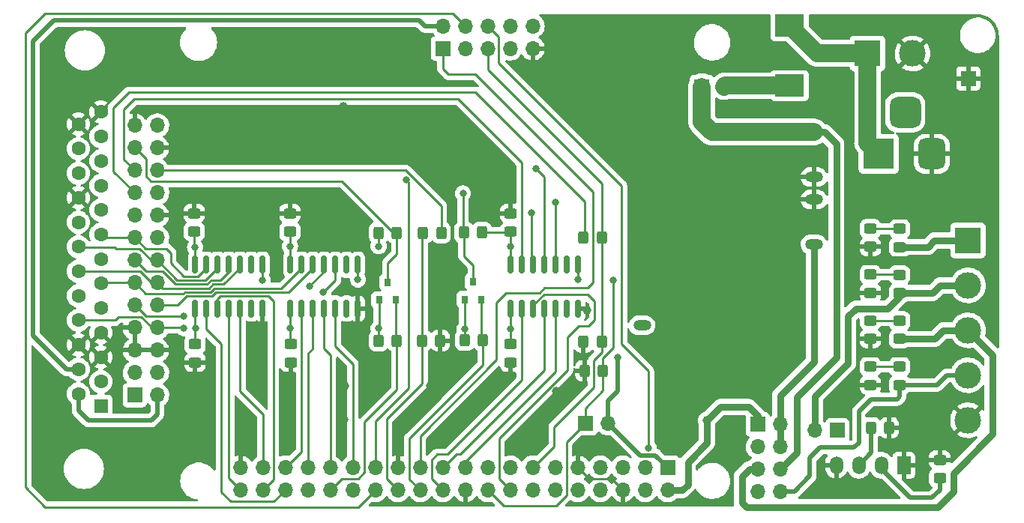
<source format=gbr>
G04 #@! TF.GenerationSoftware,KiCad,Pcbnew,(6.0.4-0)*
G04 #@! TF.CreationDate,2022-04-08T08:30:32+02:00*
G04 #@! TF.ProjectId,FluCom2,466c7543-6f6d-4322-9e6b-696361645f70,2.3*
G04 #@! TF.SameCoordinates,Original*
G04 #@! TF.FileFunction,Copper,L1,Top*
G04 #@! TF.FilePolarity,Positive*
%FSLAX46Y46*%
G04 Gerber Fmt 4.6, Leading zero omitted, Abs format (unit mm)*
G04 Created by KiCad (PCBNEW (6.0.4-0)) date 2022-04-08 08:30:32*
%MOMM*%
%LPD*%
G01*
G04 APERTURE LIST*
G04 Aperture macros list*
%AMRoundRect*
0 Rectangle with rounded corners*
0 $1 Rounding radius*
0 $2 $3 $4 $5 $6 $7 $8 $9 X,Y pos of 4 corners*
0 Add a 4 corners polygon primitive as box body*
4,1,4,$2,$3,$4,$5,$6,$7,$8,$9,$2,$3,0*
0 Add four circle primitives for the rounded corners*
1,1,$1+$1,$2,$3*
1,1,$1+$1,$4,$5*
1,1,$1+$1,$6,$7*
1,1,$1+$1,$8,$9*
0 Add four rect primitives between the rounded corners*
20,1,$1+$1,$2,$3,$4,$5,0*
20,1,$1+$1,$4,$5,$6,$7,0*
20,1,$1+$1,$6,$7,$8,$9,0*
20,1,$1+$1,$8,$9,$2,$3,0*%
G04 Aperture macros list end*
G04 #@! TA.AperFunction,SMDPad,CuDef*
%ADD10RoundRect,0.250000X-0.450000X0.325000X-0.450000X-0.325000X0.450000X-0.325000X0.450000X0.325000X0*%
G04 #@! TD*
G04 #@! TA.AperFunction,SMDPad,CuDef*
%ADD11RoundRect,0.250000X0.450000X-0.325000X0.450000X0.325000X-0.450000X0.325000X-0.450000X-0.325000X0*%
G04 #@! TD*
G04 #@! TA.AperFunction,SMDPad,CuDef*
%ADD12R,3.300000X2.500000*%
G04 #@! TD*
G04 #@! TA.AperFunction,ComponentPad*
%ADD13R,1.700000X1.700000*%
G04 #@! TD*
G04 #@! TA.AperFunction,ComponentPad*
%ADD14O,1.700000X1.700000*%
G04 #@! TD*
G04 #@! TA.AperFunction,ComponentPad*
%ADD15R,3.500000X3.500000*%
G04 #@! TD*
G04 #@! TA.AperFunction,ComponentPad*
%ADD16RoundRect,0.750000X0.750000X1.000000X-0.750000X1.000000X-0.750000X-1.000000X0.750000X-1.000000X0*%
G04 #@! TD*
G04 #@! TA.AperFunction,ComponentPad*
%ADD17RoundRect,0.875000X0.875000X0.875000X-0.875000X0.875000X-0.875000X-0.875000X0.875000X-0.875000X0*%
G04 #@! TD*
G04 #@! TA.AperFunction,ComponentPad*
%ADD18R,3.000000X3.000000*%
G04 #@! TD*
G04 #@! TA.AperFunction,ComponentPad*
%ADD19C,3.000000*%
G04 #@! TD*
G04 #@! TA.AperFunction,SMDPad,CuDef*
%ADD20R,0.800000X0.900000*%
G04 #@! TD*
G04 #@! TA.AperFunction,SMDPad,CuDef*
%ADD21RoundRect,0.250000X0.325000X0.450000X-0.325000X0.450000X-0.325000X-0.450000X0.325000X-0.450000X0*%
G04 #@! TD*
G04 #@! TA.AperFunction,SMDPad,CuDef*
%ADD22RoundRect,0.150000X0.150000X-0.825000X0.150000X0.825000X-0.150000X0.825000X-0.150000X-0.825000X0*%
G04 #@! TD*
G04 #@! TA.AperFunction,ComponentPad*
%ADD23R,1.500000X2.000000*%
G04 #@! TD*
G04 #@! TA.AperFunction,ComponentPad*
%ADD24O,1.500000X2.000000*%
G04 #@! TD*
G04 #@! TA.AperFunction,SMDPad,CuDef*
%ADD25RoundRect,0.250000X-0.325000X-0.450000X0.325000X-0.450000X0.325000X0.450000X-0.325000X0.450000X0*%
G04 #@! TD*
G04 #@! TA.AperFunction,ComponentPad*
%ADD26R,1.600000X1.600000*%
G04 #@! TD*
G04 #@! TA.AperFunction,ComponentPad*
%ADD27C,1.600000*%
G04 #@! TD*
G04 #@! TA.AperFunction,ComponentPad*
%ADD28O,2.000000X1.200000*%
G04 #@! TD*
G04 #@! TA.AperFunction,ViaPad*
%ADD29C,0.800000*%
G04 #@! TD*
G04 #@! TA.AperFunction,ViaPad*
%ADD30C,1.000000*%
G04 #@! TD*
G04 #@! TA.AperFunction,Conductor*
%ADD31C,0.500000*%
G04 #@! TD*
G04 #@! TA.AperFunction,Conductor*
%ADD32C,0.250000*%
G04 #@! TD*
G04 #@! TA.AperFunction,Conductor*
%ADD33C,0.249987*%
G04 #@! TD*
G04 #@! TA.AperFunction,Conductor*
%ADD34C,0.800000*%
G04 #@! TD*
G04 #@! TA.AperFunction,Conductor*
%ADD35C,2.000000*%
G04 #@! TD*
G04 APERTURE END LIST*
D10*
X79603600Y-121555400D03*
X79603600Y-123605400D03*
X90424000Y-121555400D03*
X90424000Y-123605400D03*
D11*
X90322400Y-108822600D03*
X90322400Y-106772600D03*
D10*
X163703000Y-134611000D03*
X163703000Y-136661000D03*
D11*
X155875000Y-115735000D03*
X155875000Y-113685000D03*
D10*
X155875000Y-124100000D03*
X155875000Y-126150000D03*
D11*
X155875000Y-120920000D03*
X155875000Y-118870000D03*
X155875000Y-110550000D03*
X155875000Y-108500000D03*
D12*
X146750000Y-92350000D03*
X146750000Y-85550000D03*
D13*
X133000000Y-135500000D03*
D14*
X133000000Y-138040000D03*
X130460000Y-135500000D03*
X130460000Y-138040000D03*
X127920000Y-135500000D03*
X127920000Y-138040000D03*
X125380000Y-135500000D03*
X125380000Y-138040000D03*
X122840000Y-135500000D03*
X122840000Y-138040000D03*
X120300000Y-135500000D03*
X120300000Y-138040000D03*
X117760000Y-135500000D03*
X117760000Y-138040000D03*
X115220000Y-135500000D03*
X115220000Y-138040000D03*
X112680000Y-135500000D03*
X112680000Y-138040000D03*
X110140000Y-135500000D03*
X110140000Y-138040000D03*
X107600000Y-135500000D03*
X107600000Y-138040000D03*
X105060000Y-135500000D03*
X105060000Y-138040000D03*
X102520000Y-135500000D03*
X102520000Y-138040000D03*
X99980000Y-135500000D03*
X99980000Y-138040000D03*
X97440000Y-135500000D03*
X97440000Y-138040000D03*
X94900000Y-135500000D03*
X94900000Y-138040000D03*
X92360000Y-135500000D03*
X92360000Y-138040000D03*
X89820000Y-135500000D03*
X89820000Y-138040000D03*
X87280000Y-135500000D03*
X87280000Y-138040000D03*
X84740000Y-135500000D03*
X84740000Y-138040000D03*
D13*
X72785000Y-127325000D03*
D14*
X72785000Y-124785000D03*
X72785000Y-122245000D03*
X72785000Y-119705000D03*
X72785000Y-117165000D03*
X72785000Y-114625000D03*
X72785000Y-112085000D03*
X72785000Y-109545000D03*
X72785000Y-107005000D03*
X72785000Y-104465000D03*
X72785000Y-101925000D03*
X72785000Y-99385000D03*
X72785000Y-96845000D03*
X75325000Y-127325000D03*
X75325000Y-124785000D03*
X75325000Y-122245000D03*
X75325000Y-119705000D03*
X75325000Y-117165000D03*
X75325000Y-114625000D03*
X75325000Y-112085000D03*
X75325000Y-109545000D03*
X75325000Y-107005000D03*
X75325000Y-104465000D03*
X75325000Y-101925000D03*
X75325000Y-99385000D03*
X75325000Y-96845000D03*
D15*
X156814000Y-100050000D03*
D16*
X162814000Y-100050000D03*
D17*
X159814000Y-95350000D03*
D18*
X166900000Y-109825000D03*
D19*
X166900000Y-114905000D03*
X166900000Y-119985000D03*
X166900000Y-125065000D03*
X166900000Y-130145000D03*
D18*
X155560000Y-88700000D03*
D19*
X160640000Y-88700000D03*
D13*
X152146000Y-131300000D03*
D14*
X149606000Y-131300000D03*
D20*
X110050000Y-116500000D03*
X111950000Y-116500000D03*
X111000000Y-114500000D03*
D11*
X159175000Y-115766666D03*
X159175000Y-113716666D03*
X159175000Y-120958332D03*
X159175000Y-118908332D03*
X159175000Y-110575000D03*
X159175000Y-108525000D03*
D21*
X112125000Y-121100000D03*
X110075000Y-121100000D03*
X107300000Y-121150000D03*
X105250000Y-121150000D03*
D13*
X166925000Y-91525000D03*
D22*
X79590000Y-117522000D03*
X80860000Y-117522000D03*
X82130000Y-117522000D03*
X83400000Y-117522000D03*
X84670000Y-117522000D03*
X85940000Y-117522000D03*
X87210000Y-117522000D03*
X87210000Y-112572000D03*
X85940000Y-112572000D03*
X84670000Y-112572000D03*
X83400000Y-112572000D03*
X82130000Y-112572000D03*
X80860000Y-112572000D03*
X79590000Y-112572000D03*
X90373200Y-117522000D03*
X91643200Y-117522000D03*
X92913200Y-117522000D03*
X94183200Y-117522000D03*
X95453200Y-117522000D03*
X96723200Y-117522000D03*
X97993200Y-117522000D03*
X97993200Y-112572000D03*
X96723200Y-112572000D03*
X95453200Y-112572000D03*
X94183200Y-112572000D03*
X92913200Y-112572000D03*
X91643200Y-112572000D03*
X90373200Y-112572000D03*
D23*
X159650000Y-135225000D03*
D24*
X157110000Y-135225000D03*
X154570000Y-135225000D03*
X152030000Y-135225000D03*
D21*
X102377000Y-121150000D03*
X100327000Y-121150000D03*
X102377000Y-108966000D03*
X100327000Y-108966000D03*
D20*
X100402000Y-116550000D03*
X102302000Y-116550000D03*
X101352000Y-114550000D03*
D25*
X109950000Y-108916000D03*
X112000000Y-108916000D03*
X123625001Y-124550001D03*
X125675001Y-124550001D03*
D11*
X79502000Y-108822600D03*
X79502000Y-106772600D03*
D10*
X115265200Y-121555400D03*
X115265200Y-123605400D03*
D11*
X115265200Y-108822600D03*
X115265200Y-106772600D03*
D22*
X115238000Y-117522000D03*
X116508000Y-117522000D03*
X117778000Y-117522000D03*
X119048000Y-117522000D03*
X120318000Y-117522000D03*
X121588000Y-117522000D03*
X122858000Y-117522000D03*
X122858000Y-112572000D03*
X121588000Y-112572000D03*
X120318000Y-112572000D03*
X119048000Y-112572000D03*
X117778000Y-112572000D03*
X116508000Y-112572000D03*
X115238000Y-112572000D03*
D25*
X155950000Y-131000000D03*
X158000000Y-131000000D03*
D11*
X159175000Y-126150000D03*
X159175000Y-124100000D03*
D26*
X68961000Y-128550000D03*
D27*
X68961000Y-125780000D03*
X68961000Y-123010000D03*
X68961000Y-120240000D03*
X68961000Y-117470000D03*
X68961000Y-114700000D03*
X68961000Y-111930000D03*
X68961000Y-109160000D03*
X68961000Y-106390000D03*
X68961000Y-103620000D03*
X68961000Y-100850000D03*
X68961000Y-98080000D03*
X68961000Y-95310000D03*
X66421000Y-127165000D03*
X66421000Y-124395000D03*
X66421000Y-121625000D03*
X66421000Y-118855000D03*
X66421000Y-116085000D03*
X66421000Y-113315000D03*
X66421000Y-110545000D03*
X66421000Y-107775000D03*
X66421000Y-105005000D03*
X66421000Y-102235000D03*
X66421000Y-99465000D03*
X66421000Y-96695000D03*
D13*
X123710000Y-130500000D03*
D14*
X126250000Y-130500000D03*
D21*
X125525000Y-109500000D03*
X123475000Y-109500000D03*
D25*
X105350000Y-108966000D03*
X107400000Y-108966000D03*
X123475000Y-121300000D03*
X125525000Y-121300000D03*
D13*
X143150000Y-130600000D03*
D14*
X145690000Y-130600000D03*
X143150000Y-133140000D03*
X145690000Y-133140000D03*
X143150000Y-135680000D03*
X145690000Y-135680000D03*
X143150000Y-138220000D03*
X145690000Y-138220000D03*
D28*
X149500000Y-97590000D03*
X149500000Y-102670000D03*
X149500000Y-105210000D03*
X149500000Y-110290000D03*
X130094000Y-119434000D03*
D13*
X136825000Y-92450000D03*
D14*
X139365000Y-92450000D03*
D13*
X107574000Y-88143000D03*
D14*
X107574000Y-85603000D03*
X110114000Y-88143000D03*
X110114000Y-85603000D03*
X112654000Y-88143000D03*
X112654000Y-85603000D03*
X115194000Y-88143000D03*
X115194000Y-85603000D03*
X117734000Y-88143000D03*
X117734000Y-85603000D03*
D29*
X100330000Y-119761000D03*
X127343493Y-123042991D03*
X90373200Y-119786400D03*
X115265200Y-119837200D03*
X79632411Y-119732567D03*
X110050000Y-119820000D03*
D30*
X86900000Y-109500000D03*
X86850000Y-126350000D03*
X152196800Y-128828800D03*
X107797600Y-100838000D03*
X123850400Y-117754400D03*
X120401674Y-126890346D03*
X162052000Y-123037600D03*
X141448000Y-115275000D03*
X96328500Y-94702900D03*
X96418400Y-130098800D03*
X140868400Y-131826000D03*
X106172000Y-126238000D03*
X96520000Y-126288800D03*
X113919000Y-125095000D03*
X89865200Y-126339600D03*
X137414000Y-130175000D03*
D29*
X115265200Y-110540800D03*
X100330000Y-110490000D03*
X90322400Y-110490000D03*
X79603600Y-110591600D03*
X103428800Y-102997000D03*
X130810000Y-133262500D03*
X97993200Y-114249200D03*
X122885200Y-114249200D03*
X126847600Y-114350800D03*
X87210269Y-114300000D03*
X92506800Y-114997900D03*
X78319767Y-118420034D03*
X117602000Y-106680000D03*
X94081600Y-115722400D03*
X78333600Y-119735600D03*
X109855000Y-104521000D03*
X118110000Y-101727000D03*
X120294400Y-105562400D03*
D31*
X127343493Y-126859707D02*
X127343493Y-123042991D01*
D32*
X110050000Y-116500000D02*
X110050000Y-119820000D01*
D33*
X79603600Y-119786400D02*
X79603600Y-121555400D01*
X90373200Y-119786400D02*
X90373200Y-117522000D01*
D31*
X131612000Y-134112000D02*
X133000000Y-135500000D01*
X126250000Y-130500000D02*
X129862000Y-134112000D01*
D32*
X100402000Y-119689000D02*
X100330000Y-119761000D01*
D31*
X126250000Y-127953200D02*
X127343493Y-126859707D01*
X129862000Y-134112000D02*
X131612000Y-134112000D01*
D32*
X100330000Y-121147000D02*
X100330000Y-119761000D01*
D33*
X79603600Y-119786400D02*
X79603600Y-117535600D01*
X90373200Y-119786400D02*
X90373200Y-121504600D01*
D32*
X100402000Y-116550000D02*
X100402000Y-119689000D01*
D33*
X115265200Y-121555400D02*
X115265200Y-119837200D01*
D32*
X110050000Y-119820000D02*
X110050000Y-121075000D01*
D33*
X115265200Y-119837200D02*
X115265200Y-117549200D01*
D31*
X126250000Y-130500000D02*
X126250000Y-127953200D01*
D32*
X126633600Y-136753600D02*
X127920000Y-138040000D01*
X124093600Y-136753600D02*
X126633600Y-136753600D01*
X122840000Y-135500000D02*
X124093600Y-136753600D01*
D33*
X112000000Y-108916000D02*
X115171800Y-108916000D01*
X79502000Y-110490000D02*
X79603600Y-110591600D01*
X100327000Y-110487000D02*
X100330000Y-110490000D01*
D34*
X163098000Y-109825000D02*
X162348000Y-110575000D01*
X138938000Y-128651000D02*
X137414000Y-130175000D01*
X135255000Y-134874000D02*
X135255000Y-137414000D01*
D33*
X79590000Y-110605200D02*
X79603600Y-110591600D01*
X90322400Y-108822600D02*
X90322400Y-110490000D01*
D34*
X137414000Y-130175000D02*
X137414000Y-132715000D01*
D33*
X115265200Y-108822600D02*
X115265200Y-110540800D01*
D34*
X143150000Y-130600000D02*
X143150000Y-129688000D01*
X142113000Y-128651000D02*
X138938000Y-128651000D01*
D33*
X100327000Y-108966000D02*
X100327000Y-110487000D01*
D34*
X137414000Y-132715000D02*
X135255000Y-134874000D01*
X143150000Y-129688000D02*
X142113000Y-128651000D01*
D33*
X115265200Y-110540800D02*
X115265200Y-112544800D01*
X79590000Y-112572000D02*
X79590000Y-110605200D01*
X90322400Y-110490000D02*
X90322400Y-112521200D01*
D34*
X134629000Y-138040000D02*
X133000000Y-138040000D01*
X166900000Y-109825000D02*
X163098000Y-109825000D01*
X162348000Y-110575000D02*
X159175000Y-110575000D01*
D33*
X79502000Y-108822600D02*
X79502000Y-110490000D01*
D34*
X135255000Y-137414000D02*
X134629000Y-138040000D01*
D31*
X157110000Y-135647000D02*
X160388000Y-138925000D01*
X163703000Y-138049000D02*
X163703000Y-136661000D01*
X162827000Y-138925000D02*
X163703000Y-138049000D01*
X160388000Y-138925000D02*
X162827000Y-138925000D01*
X155950000Y-133845000D02*
X155950000Y-131000000D01*
X154570000Y-135225000D02*
X155950000Y-133845000D01*
D33*
X155875000Y-113685000D02*
X159143334Y-113685000D01*
X159175000Y-124100000D02*
X155875000Y-124100000D01*
D35*
X155560000Y-88700000D02*
X155560000Y-98796000D01*
X155560000Y-98796000D02*
X156814000Y-100050000D01*
X155560000Y-88700000D02*
X149900000Y-88700000D01*
X149900000Y-88700000D02*
X146750000Y-85550000D01*
D33*
X155875000Y-118870000D02*
X159136668Y-118870000D01*
D35*
X139465000Y-92350000D02*
X139365000Y-92450000D01*
X146750000Y-92350000D02*
X139465000Y-92350000D01*
D33*
X155875000Y-108500000D02*
X159150000Y-108500000D01*
X113639600Y-123342400D02*
X113639600Y-116840000D01*
X113639600Y-116840000D02*
X114706624Y-115772976D01*
X124561600Y-114604800D02*
X124561600Y-104343200D01*
X119073834Y-115214400D02*
X123952000Y-115214400D01*
X107574000Y-90429000D02*
X107574000Y-88143000D01*
X111277400Y-91059000D02*
X108204000Y-91059000D01*
X118515258Y-115772976D02*
X119073834Y-115214400D01*
X105060000Y-131922000D02*
X113639600Y-123342400D01*
X114706624Y-115772976D02*
X118515258Y-115772976D01*
X108204000Y-91059000D02*
X107574000Y-90429000D01*
X123952000Y-115214400D02*
X124561600Y-114604800D01*
X124561600Y-104343200D02*
X111277400Y-91059000D01*
X105060000Y-135500000D02*
X105060000Y-131922000D01*
X99980000Y-135500000D02*
X99980000Y-130271000D01*
X103733600Y-126517400D02*
X103733600Y-103301800D01*
X103733600Y-103301800D02*
X103428800Y-102997000D01*
X99980000Y-130271000D02*
X103733600Y-126517400D01*
X99980000Y-138040000D02*
X98066000Y-139954000D01*
X62661800Y-84201000D02*
X108712000Y-84201000D01*
X60452000Y-137718800D02*
X60452000Y-86410800D01*
X108712000Y-84201000D02*
X110114000Y-85603000D01*
X98066000Y-139954000D02*
X62687200Y-139954000D01*
X60452000Y-86410800D02*
X62661800Y-84201000D01*
X62687200Y-139954000D02*
X60452000Y-137718800D01*
X127762000Y-121539000D02*
X130810000Y-124587000D01*
X130810000Y-124587000D02*
X130810000Y-133262500D01*
X112654000Y-85603000D02*
X113893600Y-86842600D01*
X113893600Y-89763600D02*
X127762000Y-103632000D01*
X113893600Y-86842600D02*
X113893600Y-89763600D01*
X127762000Y-103632000D02*
X127762000Y-121539000D01*
D32*
X121666000Y-124460000D02*
X113944400Y-132181600D01*
X113944400Y-136764400D02*
X115220000Y-138040000D01*
X113944400Y-132181600D02*
X113944400Y-136764400D01*
X117778000Y-117522000D02*
X117778000Y-117145928D01*
X117778000Y-117145928D02*
X118998328Y-115925600D01*
X121666000Y-120802400D02*
X121666000Y-124460000D01*
X124002800Y-119532400D02*
X122936000Y-119532400D01*
X124714000Y-116687600D02*
X124714000Y-118821200D01*
X122936000Y-119532400D02*
X121666000Y-120802400D01*
X118998328Y-115925600D02*
X123952000Y-115925600D01*
X124714000Y-118821200D02*
X124002800Y-119532400D01*
X123952000Y-115925600D02*
X124714000Y-116687600D01*
D33*
X125675001Y-124550001D02*
X125675001Y-126800999D01*
X112680000Y-138040000D02*
X114441600Y-139801600D01*
X125675001Y-124550001D02*
X125675001Y-123092599D01*
X123710000Y-128766000D02*
X123710000Y-130500000D01*
X125675001Y-126800999D02*
X123710000Y-128766000D01*
X122885200Y-114249200D02*
X122885200Y-112599200D01*
X121564400Y-138658600D02*
X121564400Y-132645600D01*
X122885200Y-112599200D02*
X122858000Y-112572000D01*
X87210269Y-112572269D02*
X87210269Y-114300000D01*
X126847600Y-121920000D02*
X126847600Y-114350800D01*
X87210000Y-112572000D02*
X87210269Y-112572269D01*
X114441600Y-139801600D02*
X120421400Y-139801600D01*
X125675001Y-123092599D02*
X126847600Y-121920000D01*
X97993200Y-114249200D02*
X97993200Y-112572000D01*
X120421400Y-139801600D02*
X121564400Y-138658600D01*
X121564400Y-132645600D02*
X123710000Y-130500000D01*
D32*
X110140000Y-134817600D02*
X110140000Y-135500000D01*
X120318000Y-117522000D02*
X120318000Y-124639600D01*
X120318000Y-124639600D02*
X110140000Y-134817600D01*
X119048000Y-124452000D02*
X119048000Y-117997000D01*
X109118400Y-133959600D02*
X109540400Y-133959600D01*
X107600000Y-135478000D02*
X109118400Y-133959600D01*
X107600000Y-135500000D02*
X107600000Y-135478000D01*
X109540400Y-133959600D02*
X119048000Y-124452000D01*
X106324400Y-136764400D02*
X107600000Y-138040000D01*
X116508000Y-125604800D02*
X108102400Y-134010400D01*
X106324400Y-134620000D02*
X106324400Y-136764400D01*
X116508000Y-117522000D02*
X116508000Y-125604800D01*
X106934000Y-134010400D02*
X106324400Y-134620000D01*
X108102400Y-134010400D02*
X106934000Y-134010400D01*
X105060000Y-138040000D02*
X103835200Y-136815200D01*
X103835200Y-136815200D02*
X103835200Y-132164800D01*
X103835200Y-132164800D02*
X112125000Y-123875000D01*
X111950000Y-116500000D02*
X111950000Y-120925000D01*
X112125000Y-123875000D02*
X112125000Y-121100000D01*
X101250000Y-130020978D02*
X105257600Y-126013378D01*
X102520000Y-138040000D02*
X101250000Y-136770000D01*
X105250000Y-121150000D02*
X105250000Y-109450000D01*
X105257600Y-121157600D02*
X105250000Y-121150000D01*
X105257600Y-126013378D02*
X105257600Y-121157600D01*
X101250000Y-136770000D02*
X101250000Y-130020978D01*
D34*
X145669000Y-127381000D02*
X145690000Y-127402000D01*
X145690000Y-127402000D02*
X145690000Y-130600000D01*
X149500000Y-110290000D02*
X149500000Y-123550000D01*
X149500000Y-123550000D02*
X145669000Y-127381000D01*
X145690000Y-130600000D02*
X145690000Y-133140000D01*
D33*
X97440000Y-123805200D02*
X95453200Y-121818400D01*
X95453200Y-121818400D02*
X95453200Y-117522000D01*
X97440000Y-135500000D02*
X97440000Y-123805200D01*
X94894400Y-135494400D02*
X94894400Y-122783600D01*
X94183200Y-122072400D02*
X94183200Y-117522000D01*
X94900000Y-135500000D02*
X94894400Y-135494400D01*
X94894400Y-122783600D02*
X94183200Y-122072400D01*
D32*
X102302000Y-116550000D02*
X102302000Y-121075000D01*
X98750000Y-130358000D02*
X102377000Y-126731000D01*
X102377000Y-126731000D02*
X102377000Y-121150000D01*
X98750000Y-136000000D02*
X98750000Y-130358000D01*
X98000000Y-136750000D02*
X98750000Y-136000000D01*
X94900000Y-138040000D02*
X96190000Y-136750000D01*
X96190000Y-136750000D02*
X98000000Y-136750000D01*
D33*
X92913200Y-122072400D02*
X92360000Y-122625600D01*
X92913200Y-117522000D02*
X92913200Y-122072400D01*
X92360000Y-122625600D02*
X92360000Y-135500000D01*
X91643200Y-133676800D02*
X89820000Y-135500000D01*
X91643200Y-117522000D02*
X91643200Y-133676800D01*
X82550000Y-138277600D02*
X83616800Y-139344400D01*
X80860000Y-119823600D02*
X82550000Y-121513600D01*
X88515600Y-139344400D02*
X89820000Y-138040000D01*
X82550000Y-121513600D02*
X82550000Y-138277600D01*
X83616800Y-139344400D02*
X88515600Y-139344400D01*
X80860000Y-117522000D02*
X80860000Y-119823600D01*
D32*
X84670000Y-126884800D02*
X87280000Y-129494800D01*
X87280000Y-129494800D02*
X87280000Y-135500000D01*
X84670000Y-117522000D02*
X84670000Y-126884800D01*
X88454511Y-116699311D02*
X88454511Y-136865489D01*
X82474504Y-116128800D02*
X87884000Y-116128800D01*
X88454511Y-136865489D02*
X87280000Y-138040000D01*
X87884000Y-116128800D02*
X88454511Y-116699311D01*
X82130000Y-117522000D02*
X82130000Y-116473304D01*
X82130000Y-116473304D02*
X82474504Y-116128800D01*
X83400000Y-117522000D02*
X83400000Y-136700000D01*
X83400000Y-136700000D02*
X84740000Y-138040000D01*
D35*
X136825000Y-92450000D02*
X136825000Y-96439000D01*
D34*
X150676000Y-97590000D02*
X149500000Y-97590000D01*
X147574000Y-133796000D02*
X147574000Y-127508000D01*
D35*
X137976000Y-97590000D02*
X149500000Y-97590000D01*
D34*
X152019000Y-123063000D02*
X152019000Y-98933000D01*
X147574000Y-127508000D02*
X152019000Y-123063000D01*
X145690000Y-135680000D02*
X147574000Y-133796000D01*
X152019000Y-98933000D02*
X150676000Y-97590000D01*
D35*
X136825000Y-96439000D02*
X137976000Y-97590000D01*
D34*
X163733000Y-114905000D02*
X162871334Y-115766666D01*
X162871334Y-115766666D02*
X159175000Y-115766666D01*
X153365200Y-123698000D02*
X149707600Y-127355600D01*
D31*
X61264800Y-120573800D02*
X65086000Y-124395000D01*
D34*
X154228800Y-117551200D02*
X153365200Y-118414800D01*
D31*
X61264800Y-87325200D02*
X61264800Y-120573800D01*
D34*
X149606000Y-127457200D02*
X149606000Y-131300000D01*
D31*
X107574000Y-85603000D02*
X105542000Y-85603000D01*
D34*
X159175000Y-115766666D02*
X159175000Y-116211800D01*
D31*
X105542000Y-85603000D02*
X104902000Y-84963000D01*
D34*
X153365200Y-118414800D02*
X153365200Y-123698000D01*
X157835600Y-117551200D02*
X154228800Y-117551200D01*
D31*
X63627000Y-84963000D02*
X61264800Y-87325200D01*
X65086000Y-124395000D02*
X66421000Y-124395000D01*
D34*
X166900000Y-114905000D02*
X163733000Y-114905000D01*
D31*
X104902000Y-84963000D02*
X63627000Y-84963000D01*
D34*
X159175000Y-116211800D02*
X157835600Y-117551200D01*
D32*
X74097738Y-118420034D02*
X78319767Y-118420034D01*
X94183200Y-113321500D02*
X92506800Y-114997900D01*
X94183200Y-112572000D02*
X94183200Y-113321500D01*
X72785000Y-117165000D02*
X72842704Y-117165000D01*
X72842704Y-117165000D02*
X74097738Y-118420034D01*
X72785000Y-114625000D02*
X69036000Y-114625000D01*
X74034800Y-115874800D02*
X72785000Y-114625000D01*
X78452206Y-115679290D02*
X78256696Y-115874800D01*
X81347807Y-115679289D02*
X78452206Y-115679290D01*
X78256696Y-115874800D02*
X74034800Y-115874800D01*
X91643200Y-112948072D02*
X89361492Y-115229780D01*
X69036000Y-114625000D02*
X68961000Y-114700000D01*
X91643200Y-112572000D02*
X91643200Y-112948072D01*
X89361492Y-115229780D02*
X81797316Y-115229780D01*
X81797316Y-115229780D02*
X81347807Y-115679289D01*
X83400000Y-113399200D02*
X83400000Y-113245000D01*
X72785000Y-112085000D02*
X72791904Y-112085000D01*
X74041704Y-113334800D02*
X75939096Y-113334800D01*
X80975421Y-114780267D02*
X81424929Y-114330759D01*
X82468441Y-114330759D02*
X83400000Y-113399200D01*
X75939096Y-113334800D02*
X77384563Y-114780267D01*
X77384563Y-114780267D02*
X80975421Y-114780267D01*
X72791904Y-112085000D02*
X74041704Y-113334800D01*
X81424929Y-114330759D02*
X82468441Y-114330759D01*
X80860000Y-112948072D02*
X79926826Y-113881246D01*
X69346000Y-109545000D02*
X68961000Y-109160000D01*
X79926826Y-113881246D02*
X78321246Y-113881246D01*
X76860400Y-112420400D02*
X76860400Y-111252000D01*
X76860400Y-111252000D02*
X76403200Y-110794800D01*
X74034800Y-110794800D02*
X72785000Y-109545000D01*
X80860000Y-112572000D02*
X80860000Y-112948072D01*
X78321246Y-113881246D02*
X76860400Y-112420400D01*
X72785000Y-109545000D02*
X69346000Y-109545000D01*
X76403200Y-110794800D02*
X74034800Y-110794800D01*
X117778000Y-112572000D02*
X117777999Y-112572000D01*
X117777999Y-112572000D02*
X117602000Y-112396001D01*
X117602000Y-112396001D02*
X117602000Y-106680000D01*
X70358000Y-94869000D02*
X72136000Y-93091000D01*
X111252000Y-93091000D02*
X123571000Y-105410000D01*
X72136000Y-93091000D02*
X111252000Y-93091000D01*
X70358000Y-102038000D02*
X70358000Y-94869000D01*
X72785000Y-104465000D02*
X70358000Y-102038000D01*
X123571000Y-105410000D02*
X123571000Y-109404000D01*
X71577200Y-100717200D02*
X71577200Y-95046800D01*
X72745600Y-93878400D02*
X109321600Y-93878400D01*
X72785000Y-101925000D02*
X71577200Y-100717200D01*
X109321600Y-93878400D02*
X116508000Y-101064800D01*
X116508000Y-101064800D02*
X116508000Y-112572000D01*
X71577200Y-95046800D02*
X72745600Y-93878400D01*
X74625200Y-103174800D02*
X96201800Y-103174800D01*
X72785000Y-99385000D02*
X74041000Y-100641000D01*
X74041000Y-102590600D02*
X74625200Y-103174800D01*
X102377000Y-109350000D02*
X102377000Y-111364000D01*
X74041000Y-100641000D02*
X74041000Y-102590600D01*
X102377000Y-111364000D02*
X101352000Y-112389000D01*
X101352000Y-112389000D02*
X101352000Y-114550000D01*
X96201800Y-103174800D02*
X102377000Y-109350000D01*
D34*
X166900000Y-119985000D02*
X164114000Y-119985000D01*
X165227000Y-136144000D02*
X169672000Y-131699000D01*
D31*
X67589400Y-130200400D02*
X74650600Y-130200400D01*
D34*
X169672000Y-131699000D02*
X169672000Y-122757000D01*
X169672000Y-122757000D02*
X166900000Y-119985000D01*
X141351000Y-139446000D02*
X141859000Y-139954000D01*
X141351000Y-136525000D02*
X141351000Y-139446000D01*
X163449000Y-139954000D02*
X165227000Y-138176000D01*
D31*
X66421000Y-129032000D02*
X67589400Y-130200400D01*
X66421000Y-127165000D02*
X66421000Y-129032000D01*
D34*
X142196000Y-135680000D02*
X141351000Y-136525000D01*
X165227000Y-138176000D02*
X165227000Y-136144000D01*
X141859000Y-139954000D02*
X163449000Y-139954000D01*
X164114000Y-119985000D02*
X163140668Y-120958332D01*
D31*
X75325000Y-129526000D02*
X75325000Y-127325000D01*
D34*
X143150000Y-135680000D02*
X142196000Y-135680000D01*
D31*
X74650600Y-130200400D02*
X75325000Y-129526000D01*
D34*
X163140668Y-120958332D02*
X159175000Y-120958332D01*
D32*
X70578200Y-118855000D02*
X66421000Y-118855000D01*
X95453200Y-112572000D02*
X95453200Y-114350800D01*
X74747000Y-119705000D02*
X73507600Y-118465600D01*
X78303000Y-119705000D02*
X78333600Y-119735600D01*
X75325000Y-119705000D02*
X78303000Y-119705000D01*
X75325000Y-119705000D02*
X74747000Y-119705000D01*
X73507600Y-118465600D02*
X70967600Y-118465600D01*
X95453200Y-114350800D02*
X94081600Y-115722400D01*
X70967600Y-118465600D02*
X70578200Y-118855000D01*
X92913200Y-112572000D02*
X92913200Y-112948072D01*
X81983510Y-115679290D02*
X81534000Y-116128800D01*
X78638400Y-116128800D02*
X77602200Y-117165000D01*
X90181982Y-115679290D02*
X81983510Y-115679290D01*
X92913200Y-112948072D02*
X90181982Y-115679290D01*
X81534000Y-116128800D02*
X78638400Y-116128800D01*
X77602200Y-117165000D02*
X75325000Y-117165000D01*
X84670000Y-112948072D02*
X82837803Y-114780269D01*
X75325000Y-114625000D02*
X74696200Y-114625000D01*
X81611122Y-114780270D02*
X81161614Y-115229778D01*
X81161614Y-115229778D02*
X75929778Y-115229778D01*
X74696200Y-114625000D02*
X73386200Y-113315000D01*
X84670000Y-112572000D02*
X84670000Y-112948072D01*
X82837803Y-114780269D02*
X81611122Y-114780270D01*
X75929778Y-115229778D02*
X75325000Y-114625000D01*
X73386200Y-113315000D02*
X66421000Y-113315000D01*
X75325000Y-112085000D02*
X74645400Y-112085000D01*
X73355200Y-110794800D02*
X70713600Y-110794800D01*
X82130000Y-112572000D02*
X82130000Y-112948072D01*
X70713600Y-110794800D02*
X70510400Y-110591600D01*
X66467600Y-110591600D02*
X66421000Y-110545000D01*
X70510400Y-110591600D02*
X66467600Y-110591600D01*
X82130000Y-112948072D02*
X80747316Y-114330756D01*
X77570756Y-114330756D02*
X75325000Y-112085000D01*
X80747316Y-114330756D02*
X77570756Y-114330756D01*
X74645400Y-112085000D02*
X73355200Y-110794800D01*
D31*
X149047200Y-134366000D02*
X150164800Y-133248400D01*
X158877000Y-127762000D02*
X159175000Y-127464000D01*
X145690000Y-138220000D02*
X147276000Y-138220000D01*
X159175000Y-126150000D02*
X163410000Y-126150000D01*
X154559000Y-132715000D02*
X154559000Y-129159000D01*
X149047200Y-136448800D02*
X149047200Y-134366000D01*
X150164800Y-133248400D02*
X154025600Y-133248400D01*
X164495000Y-125065000D02*
X166900000Y-125065000D01*
X163410000Y-126150000D02*
X164495000Y-125065000D01*
X154559000Y-129159000D02*
X155956000Y-127762000D01*
X159175000Y-127464000D02*
X159175000Y-126150000D01*
X154025600Y-133248400D02*
X154559000Y-132715000D01*
X155956000Y-127762000D02*
X158877000Y-127762000D01*
X147276000Y-138220000D02*
X149047200Y-136448800D01*
D32*
X111000000Y-112651000D02*
X111000000Y-114500000D01*
X109950000Y-109300000D02*
X109950000Y-111601000D01*
X109855000Y-104521000D02*
X109855000Y-109205000D01*
X109950000Y-111601000D02*
X111000000Y-112651000D01*
X75345200Y-101904800D02*
X103361200Y-101904800D01*
X103361200Y-101904800D02*
X107400000Y-105943600D01*
X107400000Y-105943600D02*
X107400000Y-109350000D01*
X119036499Y-105710099D02*
X119036499Y-102653499D01*
X119036499Y-102653499D02*
X118110000Y-101727000D01*
X119048000Y-112097000D02*
X119048000Y-105721600D01*
X119048000Y-105721600D02*
X119036499Y-105710099D01*
X120318000Y-112572000D02*
X120318000Y-105586000D01*
X120318000Y-105586000D02*
X120294400Y-105562400D01*
X120142000Y-130937000D02*
X120142000Y-133118000D01*
X125525000Y-121300000D02*
X125525000Y-122480600D01*
D33*
X112654000Y-90505200D02*
X125525000Y-103376200D01*
X125525000Y-109500000D02*
X125525000Y-121300000D01*
D32*
X124612400Y-123393200D02*
X124612400Y-126466600D01*
D33*
X125525000Y-103376200D02*
X125525000Y-109500000D01*
D32*
X124612400Y-126466600D02*
X120142000Y-130937000D01*
X120142000Y-133118000D02*
X117760000Y-135500000D01*
D33*
X112654000Y-88143000D02*
X112654000Y-90505200D01*
D32*
X125525000Y-122480600D02*
X124612400Y-123393200D01*
G04 #@! TA.AperFunction,Conductor*
G36*
X141734658Y-129579502D02*
G01*
X141781151Y-129633158D01*
X141791136Y-129695022D01*
X141792053Y-129695072D01*
X141791869Y-129698469D01*
X141791500Y-129701866D01*
X141791500Y-131498134D01*
X141798255Y-131560316D01*
X141849385Y-131696705D01*
X141936739Y-131813261D01*
X142053295Y-131900615D01*
X142061704Y-131903767D01*
X142061705Y-131903768D01*
X142170451Y-131944535D01*
X142227216Y-131987176D01*
X142251916Y-132053738D01*
X142236709Y-132123087D01*
X142217316Y-132149568D01*
X142107480Y-132264505D01*
X142090629Y-132282138D01*
X142087720Y-132286403D01*
X142087714Y-132286411D01*
X142034252Y-132364783D01*
X141964743Y-132466680D01*
X141935658Y-132529338D01*
X141874194Y-132661753D01*
X141870688Y-132669305D01*
X141810989Y-132884570D01*
X141787251Y-133106695D01*
X141787548Y-133111848D01*
X141787548Y-133111851D01*
X141797937Y-133292026D01*
X141800110Y-133329715D01*
X141801247Y-133334761D01*
X141801248Y-133334767D01*
X141822584Y-133429439D01*
X141849222Y-133547639D01*
X141887461Y-133641811D01*
X141922080Y-133727067D01*
X141933266Y-133754616D01*
X141972226Y-133818193D01*
X142047291Y-133940688D01*
X142049987Y-133945088D01*
X142196250Y-134113938D01*
X142334371Y-134228608D01*
X142355013Y-134245745D01*
X142368126Y-134256632D01*
X142417511Y-134285490D01*
X142441445Y-134299476D01*
X142490169Y-134351114D01*
X142503240Y-134420897D01*
X142476509Y-134486669D01*
X142436055Y-134520027D01*
X142423607Y-134526507D01*
X142419474Y-134529610D01*
X142419471Y-134529612D01*
X142249100Y-134657530D01*
X142244965Y-134660635D01*
X142223544Y-134683051D01*
X142171824Y-134737173D01*
X142110300Y-134772603D01*
X142087325Y-134775949D01*
X142059697Y-134777397D01*
X142059696Y-134777397D01*
X142053096Y-134777743D01*
X142039508Y-134781384D01*
X142020061Y-134784988D01*
X142012644Y-134785767D01*
X142012640Y-134785768D01*
X142006072Y-134786458D01*
X141949276Y-134804912D01*
X141941009Y-134807598D01*
X141934685Y-134809471D01*
X141875010Y-134825461D01*
X141875006Y-134825462D01*
X141868630Y-134827171D01*
X141862748Y-134830168D01*
X141856093Y-134833559D01*
X141837826Y-134841125D01*
X141830728Y-134843431D01*
X141830726Y-134843432D01*
X141824444Y-134845473D01*
X141818722Y-134848777D01*
X141818721Y-134848777D01*
X141765223Y-134879664D01*
X141759426Y-134882812D01*
X141704352Y-134910873D01*
X141704349Y-134910875D01*
X141698469Y-134913871D01*
X141687526Y-134922733D01*
X141671237Y-134933927D01*
X141659056Y-134940960D01*
X141654150Y-134945377D01*
X141654145Y-134945381D01*
X141608221Y-134986731D01*
X141603221Y-134991002D01*
X141587259Y-135003928D01*
X141572744Y-135018443D01*
X141567959Y-135022984D01*
X141517134Y-135068747D01*
X141513255Y-135074086D01*
X141513254Y-135074087D01*
X141508860Y-135080135D01*
X141496019Y-135095168D01*
X140766168Y-135825019D01*
X140751135Y-135837860D01*
X140739747Y-135846134D01*
X140735327Y-135851043D01*
X140693984Y-135896959D01*
X140689443Y-135901744D01*
X140674928Y-135916259D01*
X140671623Y-135920341D01*
X140662006Y-135932216D01*
X140657722Y-135937231D01*
X140616381Y-135983145D01*
X140616377Y-135983150D01*
X140611960Y-135988056D01*
X140608660Y-135993772D01*
X140608657Y-135993776D01*
X140604927Y-136000237D01*
X140593727Y-136016533D01*
X140584871Y-136027470D01*
X140569768Y-136057112D01*
X140553815Y-136088421D01*
X140550667Y-136094218D01*
X140519833Y-136147625D01*
X140516473Y-136153444D01*
X140514432Y-136159726D01*
X140514431Y-136159728D01*
X140512125Y-136166826D01*
X140504560Y-136185092D01*
X140498171Y-136197630D01*
X140496463Y-136204003D01*
X140496463Y-136204004D01*
X140480469Y-136263695D01*
X140478600Y-136270003D01*
X140457458Y-136335072D01*
X140456768Y-136341637D01*
X140456766Y-136341646D01*
X140455985Y-136349075D01*
X140452383Y-136368509D01*
X140450453Y-136375714D01*
X140448743Y-136382097D01*
X140448398Y-136388688D01*
X140448397Y-136388692D01*
X140445164Y-136450384D01*
X140444647Y-136456958D01*
X140443273Y-136470031D01*
X140442500Y-136477390D01*
X140442500Y-136497926D01*
X140442327Y-136504520D01*
X140439237Y-136563489D01*
X140438748Y-136572810D01*
X140440607Y-136584543D01*
X140440949Y-136586705D01*
X140442500Y-136606417D01*
X140442500Y-139364583D01*
X140440949Y-139384292D01*
X140438748Y-139398190D01*
X140439093Y-139404777D01*
X140439093Y-139404782D01*
X140442327Y-139466480D01*
X140442500Y-139473074D01*
X140442500Y-139493610D01*
X140442844Y-139496882D01*
X140442844Y-139496884D01*
X140444647Y-139514042D01*
X140445164Y-139520616D01*
X140448743Y-139588903D01*
X140450453Y-139595284D01*
X140450453Y-139595286D01*
X140452383Y-139602491D01*
X140455985Y-139621925D01*
X140456766Y-139629354D01*
X140456768Y-139629363D01*
X140457458Y-139635928D01*
X140478600Y-139700997D01*
X140480469Y-139707306D01*
X140487324Y-139732890D01*
X140485634Y-139803866D01*
X140445839Y-139862662D01*
X140380575Y-139890609D01*
X140365617Y-139891500D01*
X138004850Y-139891500D01*
X121532053Y-139891027D01*
X121463934Y-139871023D01*
X121417443Y-139817366D01*
X121407341Y-139747092D01*
X121436836Y-139682512D01*
X121442963Y-139675932D01*
X121928883Y-139190012D01*
X121991195Y-139155986D01*
X122062010Y-139161051D01*
X122081548Y-139170319D01*
X122145115Y-139207464D01*
X122251000Y-139269338D01*
X122255825Y-139271180D01*
X122255826Y-139271181D01*
X122317571Y-139294759D01*
X122459692Y-139349030D01*
X122464760Y-139350061D01*
X122464763Y-139350062D01*
X122559862Y-139369410D01*
X122678597Y-139393567D01*
X122683772Y-139393757D01*
X122683774Y-139393757D01*
X122896673Y-139401564D01*
X122896677Y-139401564D01*
X122901837Y-139401753D01*
X122906957Y-139401097D01*
X122906959Y-139401097D01*
X123118288Y-139374025D01*
X123118289Y-139374025D01*
X123123416Y-139373368D01*
X123128376Y-139371880D01*
X123332429Y-139310661D01*
X123332434Y-139310659D01*
X123337384Y-139309174D01*
X123537994Y-139210896D01*
X123719860Y-139081173D01*
X123727449Y-139073611D01*
X123838264Y-138963182D01*
X123878096Y-138923489D01*
X123973276Y-138791032D01*
X124008453Y-138742077D01*
X124009776Y-138743028D01*
X124056645Y-138699857D01*
X124126580Y-138687625D01*
X124192026Y-138715144D01*
X124219875Y-138746994D01*
X124279987Y-138845088D01*
X124426250Y-139013938D01*
X124598126Y-139156632D01*
X124791000Y-139269338D01*
X124795825Y-139271180D01*
X124795826Y-139271181D01*
X124857571Y-139294759D01*
X124999692Y-139349030D01*
X125004760Y-139350061D01*
X125004763Y-139350062D01*
X125099862Y-139369410D01*
X125218597Y-139393567D01*
X125223772Y-139393757D01*
X125223774Y-139393757D01*
X125436673Y-139401564D01*
X125436677Y-139401564D01*
X125441837Y-139401753D01*
X125446957Y-139401097D01*
X125446959Y-139401097D01*
X125658288Y-139374025D01*
X125658289Y-139374025D01*
X125663416Y-139373368D01*
X125668376Y-139371880D01*
X125872429Y-139310661D01*
X125872434Y-139310659D01*
X125877384Y-139309174D01*
X126077994Y-139210896D01*
X126259860Y-139081173D01*
X126267449Y-139073611D01*
X126378264Y-138963182D01*
X126418096Y-138923489D01*
X126513276Y-138791032D01*
X126548453Y-138742077D01*
X126549640Y-138742930D01*
X126596960Y-138699362D01*
X126666897Y-138687145D01*
X126732338Y-138714678D01*
X126760166Y-138746511D01*
X126817694Y-138840388D01*
X126823777Y-138848699D01*
X126963213Y-139009667D01*
X126970580Y-139016883D01*
X127134434Y-139152916D01*
X127142881Y-139158831D01*
X127326756Y-139266279D01*
X127336042Y-139270729D01*
X127535001Y-139346703D01*
X127544899Y-139349579D01*
X127648250Y-139370606D01*
X127662299Y-139369410D01*
X127666000Y-139359065D01*
X127666000Y-137912000D01*
X127686002Y-137843879D01*
X127739658Y-137797386D01*
X127792000Y-137786000D01*
X128048000Y-137786000D01*
X128116121Y-137806002D01*
X128162614Y-137859658D01*
X128174000Y-137912000D01*
X128174000Y-139358517D01*
X128178064Y-139372359D01*
X128191478Y-139374393D01*
X128198184Y-139373534D01*
X128208262Y-139371392D01*
X128412255Y-139310191D01*
X128421842Y-139306433D01*
X128613095Y-139212739D01*
X128621945Y-139207464D01*
X128795328Y-139083792D01*
X128803200Y-139077139D01*
X128954052Y-138926812D01*
X128960730Y-138918965D01*
X129088022Y-138741819D01*
X129089279Y-138742722D01*
X129136373Y-138699362D01*
X129206311Y-138687145D01*
X129271751Y-138714678D01*
X129299579Y-138746511D01*
X129359987Y-138845088D01*
X129506250Y-139013938D01*
X129678126Y-139156632D01*
X129871000Y-139269338D01*
X129875825Y-139271180D01*
X129875826Y-139271181D01*
X129937571Y-139294759D01*
X130079692Y-139349030D01*
X130084760Y-139350061D01*
X130084763Y-139350062D01*
X130179862Y-139369410D01*
X130298597Y-139393567D01*
X130303772Y-139393757D01*
X130303774Y-139393757D01*
X130516673Y-139401564D01*
X130516677Y-139401564D01*
X130521837Y-139401753D01*
X130526957Y-139401097D01*
X130526959Y-139401097D01*
X130738288Y-139374025D01*
X130738289Y-139374025D01*
X130743416Y-139373368D01*
X130748376Y-139371880D01*
X130952429Y-139310661D01*
X130952434Y-139310659D01*
X130957384Y-139309174D01*
X131157994Y-139210896D01*
X131339860Y-139081173D01*
X131347449Y-139073611D01*
X131458264Y-138963182D01*
X131498096Y-138923489D01*
X131593276Y-138791032D01*
X131628453Y-138742077D01*
X131629776Y-138743028D01*
X131676645Y-138699857D01*
X131746580Y-138687625D01*
X131812026Y-138715144D01*
X131839875Y-138746994D01*
X131899987Y-138845088D01*
X132046250Y-139013938D01*
X132218126Y-139156632D01*
X132411000Y-139269338D01*
X132415825Y-139271180D01*
X132415826Y-139271181D01*
X132477571Y-139294759D01*
X132619692Y-139349030D01*
X132624760Y-139350061D01*
X132624763Y-139350062D01*
X132719862Y-139369410D01*
X132838597Y-139393567D01*
X132843772Y-139393757D01*
X132843774Y-139393757D01*
X133056673Y-139401564D01*
X133056677Y-139401564D01*
X133061837Y-139401753D01*
X133066957Y-139401097D01*
X133066959Y-139401097D01*
X133278288Y-139374025D01*
X133278289Y-139374025D01*
X133283416Y-139373368D01*
X133288376Y-139371880D01*
X133492429Y-139310661D01*
X133492434Y-139310659D01*
X133497384Y-139309174D01*
X133697994Y-139210896D01*
X133879860Y-139081173D01*
X133976120Y-138985248D01*
X134038490Y-138951333D01*
X134065059Y-138948500D01*
X134547583Y-138948500D01*
X134567292Y-138950051D01*
X134581190Y-138952252D01*
X134587777Y-138951907D01*
X134587782Y-138951907D01*
X134649480Y-138948673D01*
X134656074Y-138948500D01*
X134676610Y-138948500D01*
X134679882Y-138948156D01*
X134679884Y-138948156D01*
X134697042Y-138946353D01*
X134703616Y-138945836D01*
X134765308Y-138942603D01*
X134765312Y-138942602D01*
X134771903Y-138942257D01*
X134778284Y-138940547D01*
X134778286Y-138940547D01*
X134785491Y-138938617D01*
X134804925Y-138935015D01*
X134812354Y-138934234D01*
X134812363Y-138934232D01*
X134818928Y-138933542D01*
X134883997Y-138912400D01*
X134890299Y-138910533D01*
X134956370Y-138892829D01*
X134968908Y-138886440D01*
X134987174Y-138878875D01*
X134994272Y-138876569D01*
X134994274Y-138876568D01*
X135000556Y-138874527D01*
X135010192Y-138868964D01*
X135059782Y-138840333D01*
X135065579Y-138837185D01*
X135070621Y-138834616D01*
X135126530Y-138806129D01*
X135137467Y-138797273D01*
X135153763Y-138786073D01*
X135160224Y-138782343D01*
X135160228Y-138782340D01*
X135165944Y-138779040D01*
X135170850Y-138774623D01*
X135170855Y-138774619D01*
X135216769Y-138733278D01*
X135221784Y-138728994D01*
X135235177Y-138718148D01*
X135237741Y-138716072D01*
X135252256Y-138701557D01*
X135257041Y-138697016D01*
X135302957Y-138655673D01*
X135307866Y-138651253D01*
X135316140Y-138639865D01*
X135328981Y-138624832D01*
X135839832Y-138113981D01*
X135854865Y-138101140D01*
X135860913Y-138096746D01*
X135860914Y-138096745D01*
X135866253Y-138092866D01*
X135912016Y-138042041D01*
X135916557Y-138037256D01*
X135931072Y-138022741D01*
X135943994Y-138006784D01*
X135948278Y-138001769D01*
X135989617Y-137955857D01*
X135989620Y-137955853D01*
X135994040Y-137950944D01*
X135995288Y-137948782D01*
X136050305Y-137906359D01*
X136121041Y-137900285D01*
X136183833Y-137933418D01*
X136208582Y-137967161D01*
X136238383Y-138026413D01*
X136244354Y-138038286D01*
X136246780Y-138041815D01*
X136246783Y-138041821D01*
X136291298Y-138106590D01*
X136401509Y-138266948D01*
X136439946Y-138309190D01*
X136563880Y-138445391D01*
X136588243Y-138472166D01*
X136621826Y-138500246D01*
X136797809Y-138647391D01*
X136797814Y-138647395D01*
X136801101Y-138650143D01*
X136879563Y-138699362D01*
X137032503Y-138795302D01*
X137032507Y-138795304D01*
X137036143Y-138797585D01*
X137141350Y-138845088D01*
X137285109Y-138909998D01*
X137285113Y-138910000D01*
X137289021Y-138911764D01*
X137340943Y-138927144D01*
X137550943Y-138989349D01*
X137550947Y-138989350D01*
X137555056Y-138990567D01*
X137559290Y-138991215D01*
X137559295Y-138991216D01*
X137780650Y-139025088D01*
X137829323Y-139032536D01*
X137970588Y-139034755D01*
X138102458Y-139036827D01*
X138102464Y-139036827D01*
X138106749Y-139036894D01*
X138382200Y-139003561D01*
X138633909Y-138937526D01*
X138646435Y-138934240D01*
X138646436Y-138934240D01*
X138650578Y-138933153D01*
X138906917Y-138826973D01*
X138914042Y-138822810D01*
X139142777Y-138689148D01*
X139142778Y-138689148D01*
X139146475Y-138686987D01*
X139151202Y-138683281D01*
X139361446Y-138518428D01*
X139364818Y-138515784D01*
X139377211Y-138502996D01*
X139516403Y-138359361D01*
X139557906Y-138316533D01*
X139560439Y-138313085D01*
X139560443Y-138313080D01*
X139716128Y-138101140D01*
X139722166Y-138092920D01*
X139736247Y-138066987D01*
X139852509Y-137852859D01*
X139852510Y-137852857D01*
X139854559Y-137849083D01*
X139952634Y-137589535D01*
X139970265Y-137512552D01*
X140013620Y-137323258D01*
X140013621Y-137323253D01*
X140014577Y-137319078D01*
X140039242Y-137042716D01*
X140039689Y-137000000D01*
X140037914Y-136973963D01*
X140021109Y-136727459D01*
X140021108Y-136727453D01*
X140020817Y-136723182D01*
X140018763Y-136713261D01*
X139988502Y-136567137D01*
X139964552Y-136451487D01*
X139871934Y-136189942D01*
X139784324Y-136020200D01*
X139746642Y-135947193D01*
X139746642Y-135947192D01*
X139744677Y-135943386D01*
X139740352Y-135937231D01*
X139639964Y-135794395D01*
X139585136Y-135716382D01*
X139466276Y-135588474D01*
X139399184Y-135516274D01*
X139399181Y-135516272D01*
X139396263Y-135513131D01*
X139202544Y-135354574D01*
X139184868Y-135340106D01*
X139184865Y-135340104D01*
X139181553Y-135337393D01*
X138966855Y-135205825D01*
X138948639Y-135194662D01*
X138948636Y-135194661D01*
X138944980Y-135192420D01*
X138690920Y-135080896D01*
X138686792Y-135079720D01*
X138686789Y-135079719D01*
X138479875Y-135020778D01*
X138424075Y-135004883D01*
X138174257Y-134969329D01*
X138153635Y-134966394D01*
X138153633Y-134966394D01*
X138149383Y-134965789D01*
X138003182Y-134965023D01*
X137876213Y-134964358D01*
X137876206Y-134964358D01*
X137871927Y-134964336D01*
X137867683Y-134964895D01*
X137867679Y-134964895D01*
X137775324Y-134977054D01*
X137596840Y-135000552D01*
X137592700Y-135001685D01*
X137592698Y-135001685D01*
X137557164Y-135011406D01*
X137329214Y-135073766D01*
X137325266Y-135075450D01*
X137077953Y-135180938D01*
X137077949Y-135180940D01*
X137074001Y-135182624D01*
X136970497Y-135244570D01*
X136839604Y-135322907D01*
X136839600Y-135322910D01*
X136835922Y-135325111D01*
X136832579Y-135327789D01*
X136832575Y-135327792D01*
X136726986Y-135412385D01*
X136619384Y-135498591D01*
X136616440Y-135501693D01*
X136616436Y-135501697D01*
X136567012Y-135553779D01*
X136428393Y-135699853D01*
X136391820Y-135750749D01*
X136335828Y-135794395D01*
X136265125Y-135800841D01*
X136202160Y-135768038D01*
X136166926Y-135706402D01*
X136163500Y-135677221D01*
X136163500Y-135302503D01*
X136183502Y-135234382D01*
X136200405Y-135213408D01*
X137998832Y-133414981D01*
X138013865Y-133402140D01*
X138019913Y-133397746D01*
X138019914Y-133397745D01*
X138025253Y-133393866D01*
X138071016Y-133343041D01*
X138075557Y-133338256D01*
X138090072Y-133323741D01*
X138102994Y-133307784D01*
X138107278Y-133302769D01*
X138148619Y-133256855D01*
X138148623Y-133256850D01*
X138153040Y-133251944D01*
X138156340Y-133246228D01*
X138156343Y-133246224D01*
X138160073Y-133239763D01*
X138171273Y-133223466D01*
X138175975Y-133217660D01*
X138175976Y-133217658D01*
X138180129Y-133212530D01*
X138211186Y-133151577D01*
X138214333Y-133145782D01*
X138245223Y-133092279D01*
X138245224Y-133092278D01*
X138248527Y-133086556D01*
X138252875Y-133073173D01*
X138260441Y-133054907D01*
X138263832Y-133048252D01*
X138266829Y-133042370D01*
X138284529Y-132976315D01*
X138286402Y-132969991D01*
X138305500Y-132911212D01*
X138307542Y-132904928D01*
X138309012Y-132890939D01*
X138312617Y-132871486D01*
X138314547Y-132864285D01*
X138316257Y-132857904D01*
X138319836Y-132789615D01*
X138320353Y-132783040D01*
X138322156Y-132765882D01*
X138322500Y-132762610D01*
X138322500Y-132742075D01*
X138322673Y-132735481D01*
X138325907Y-132673782D01*
X138325907Y-132673777D01*
X138326252Y-132667190D01*
X138324051Y-132653292D01*
X138322500Y-132633583D01*
X138322500Y-130650868D01*
X138336194Y-130599044D01*
X138334219Y-130598165D01*
X138336723Y-130592541D01*
X138339769Y-130587179D01*
X138356854Y-130535819D01*
X138387318Y-130486495D01*
X139277408Y-129596405D01*
X139339720Y-129562379D01*
X139366503Y-129559500D01*
X141666537Y-129559500D01*
X141734658Y-129579502D01*
G37*
G04 #@! TD.AperFunction*
G04 #@! TA.AperFunction,Conductor*
G36*
X110336121Y-137806002D02*
G01*
X110382614Y-137859658D01*
X110394000Y-137912000D01*
X110394000Y-139358517D01*
X110398064Y-139372359D01*
X110411478Y-139374393D01*
X110418184Y-139373534D01*
X110428262Y-139371392D01*
X110632255Y-139310191D01*
X110641842Y-139306433D01*
X110833095Y-139212739D01*
X110841945Y-139207464D01*
X111015328Y-139083792D01*
X111023200Y-139077139D01*
X111174052Y-138926812D01*
X111180730Y-138918965D01*
X111308022Y-138741819D01*
X111309279Y-138742722D01*
X111356373Y-138699362D01*
X111426311Y-138687145D01*
X111491751Y-138714678D01*
X111519579Y-138746511D01*
X111579987Y-138845088D01*
X111726250Y-139013938D01*
X111898126Y-139156632D01*
X112091000Y-139269338D01*
X112095825Y-139271180D01*
X112095826Y-139271181D01*
X112157571Y-139294759D01*
X112299692Y-139349030D01*
X112304760Y-139350061D01*
X112304763Y-139350062D01*
X112399862Y-139369410D01*
X112518597Y-139393567D01*
X112523772Y-139393757D01*
X112523774Y-139393757D01*
X112736673Y-139401564D01*
X112736677Y-139401564D01*
X112741837Y-139401753D01*
X112746957Y-139401097D01*
X112746959Y-139401097D01*
X112825527Y-139391032D01*
X112963416Y-139373368D01*
X112968370Y-139371882D01*
X112968378Y-139371880D01*
X113009835Y-139359442D01*
X113080830Y-139359024D01*
X113135138Y-139391032D01*
X113419801Y-139675695D01*
X113453827Y-139738007D01*
X113448762Y-139808822D01*
X113406215Y-139865658D01*
X113339695Y-139890469D01*
X113330702Y-139890790D01*
X106340459Y-139890589D01*
X99329691Y-139890388D01*
X99261572Y-139870384D01*
X99215081Y-139816727D01*
X99204979Y-139746453D01*
X99234474Y-139681873D01*
X99240601Y-139675293D01*
X99524541Y-139391353D01*
X99586853Y-139357327D01*
X99638756Y-139356978D01*
X99813518Y-139392534D01*
X99813522Y-139392534D01*
X99818597Y-139393567D01*
X99823772Y-139393757D01*
X99823774Y-139393757D01*
X100036673Y-139401564D01*
X100036677Y-139401564D01*
X100041837Y-139401753D01*
X100046957Y-139401097D01*
X100046959Y-139401097D01*
X100258288Y-139374025D01*
X100258289Y-139374025D01*
X100263416Y-139373368D01*
X100268376Y-139371880D01*
X100472429Y-139310661D01*
X100472434Y-139310659D01*
X100477384Y-139309174D01*
X100677994Y-139210896D01*
X100859860Y-139081173D01*
X100867449Y-139073611D01*
X100978264Y-138963182D01*
X101018096Y-138923489D01*
X101113276Y-138791032D01*
X101148453Y-138742077D01*
X101149776Y-138743028D01*
X101196645Y-138699857D01*
X101266580Y-138687625D01*
X101332026Y-138715144D01*
X101359875Y-138746994D01*
X101419987Y-138845088D01*
X101566250Y-139013938D01*
X101738126Y-139156632D01*
X101931000Y-139269338D01*
X101935825Y-139271180D01*
X101935826Y-139271181D01*
X101997571Y-139294759D01*
X102139692Y-139349030D01*
X102144760Y-139350061D01*
X102144763Y-139350062D01*
X102239862Y-139369410D01*
X102358597Y-139393567D01*
X102363772Y-139393757D01*
X102363774Y-139393757D01*
X102576673Y-139401564D01*
X102576677Y-139401564D01*
X102581837Y-139401753D01*
X102586957Y-139401097D01*
X102586959Y-139401097D01*
X102798288Y-139374025D01*
X102798289Y-139374025D01*
X102803416Y-139373368D01*
X102808376Y-139371880D01*
X103012429Y-139310661D01*
X103012434Y-139310659D01*
X103017384Y-139309174D01*
X103217994Y-139210896D01*
X103399860Y-139081173D01*
X103407449Y-139073611D01*
X103518264Y-138963182D01*
X103558096Y-138923489D01*
X103653276Y-138791032D01*
X103688453Y-138742077D01*
X103689776Y-138743028D01*
X103736645Y-138699857D01*
X103806580Y-138687625D01*
X103872026Y-138715144D01*
X103899875Y-138746994D01*
X103959987Y-138845088D01*
X104106250Y-139013938D01*
X104278126Y-139156632D01*
X104471000Y-139269338D01*
X104475825Y-139271180D01*
X104475826Y-139271181D01*
X104537571Y-139294759D01*
X104679692Y-139349030D01*
X104684760Y-139350061D01*
X104684763Y-139350062D01*
X104779862Y-139369410D01*
X104898597Y-139393567D01*
X104903772Y-139393757D01*
X104903774Y-139393757D01*
X105116673Y-139401564D01*
X105116677Y-139401564D01*
X105121837Y-139401753D01*
X105126957Y-139401097D01*
X105126959Y-139401097D01*
X105338288Y-139374025D01*
X105338289Y-139374025D01*
X105343416Y-139373368D01*
X105348376Y-139371880D01*
X105552429Y-139310661D01*
X105552434Y-139310659D01*
X105557384Y-139309174D01*
X105757994Y-139210896D01*
X105939860Y-139081173D01*
X105947449Y-139073611D01*
X106058264Y-138963182D01*
X106098096Y-138923489D01*
X106193276Y-138791032D01*
X106228453Y-138742077D01*
X106229776Y-138743028D01*
X106276645Y-138699857D01*
X106346580Y-138687625D01*
X106412026Y-138715144D01*
X106439875Y-138746994D01*
X106499987Y-138845088D01*
X106646250Y-139013938D01*
X106818126Y-139156632D01*
X107011000Y-139269338D01*
X107015825Y-139271180D01*
X107015826Y-139271181D01*
X107077571Y-139294759D01*
X107219692Y-139349030D01*
X107224760Y-139350061D01*
X107224763Y-139350062D01*
X107319862Y-139369410D01*
X107438597Y-139393567D01*
X107443772Y-139393757D01*
X107443774Y-139393757D01*
X107656673Y-139401564D01*
X107656677Y-139401564D01*
X107661837Y-139401753D01*
X107666957Y-139401097D01*
X107666959Y-139401097D01*
X107878288Y-139374025D01*
X107878289Y-139374025D01*
X107883416Y-139373368D01*
X107888376Y-139371880D01*
X108092429Y-139310661D01*
X108092434Y-139310659D01*
X108097384Y-139309174D01*
X108297994Y-139210896D01*
X108479860Y-139081173D01*
X108487449Y-139073611D01*
X108598264Y-138963182D01*
X108638096Y-138923489D01*
X108733276Y-138791032D01*
X108768453Y-138742077D01*
X108769640Y-138742930D01*
X108816960Y-138699362D01*
X108886897Y-138687145D01*
X108952338Y-138714678D01*
X108980166Y-138746511D01*
X109037694Y-138840388D01*
X109043777Y-138848699D01*
X109183213Y-139009667D01*
X109190580Y-139016883D01*
X109354434Y-139152916D01*
X109362881Y-139158831D01*
X109546756Y-139266279D01*
X109556042Y-139270729D01*
X109755001Y-139346703D01*
X109764899Y-139349579D01*
X109868250Y-139370606D01*
X109882299Y-139369410D01*
X109886000Y-139359065D01*
X109886000Y-137912000D01*
X109906002Y-137843879D01*
X109959658Y-137797386D01*
X110012000Y-137786000D01*
X110268000Y-137786000D01*
X110336121Y-137806002D01*
G37*
G04 #@! TD.AperFunction*
G04 #@! TA.AperFunction,Conductor*
G36*
X78534314Y-85741502D02*
G01*
X78580807Y-85795158D01*
X78590911Y-85865432D01*
X78557590Y-85934233D01*
X78393812Y-86106820D01*
X78386143Y-86114901D01*
X78219881Y-86346279D01*
X78217877Y-86350064D01*
X78094959Y-86582217D01*
X78086559Y-86598081D01*
X78085087Y-86602104D01*
X78085085Y-86602108D01*
X77990119Y-86861616D01*
X77988644Y-86865647D01*
X77968820Y-86956567D01*
X77931581Y-87127361D01*
X77927947Y-87144026D01*
X77906077Y-87421922D01*
X77905593Y-87428067D01*
X77921994Y-87712513D01*
X77922819Y-87716718D01*
X77922820Y-87716726D01*
X77933935Y-87773378D01*
X77976847Y-87992102D01*
X77978234Y-87996153D01*
X78063929Y-88246448D01*
X78069137Y-88261660D01*
X78197157Y-88516198D01*
X78358537Y-88751008D01*
X78384818Y-88779890D01*
X78541152Y-88951699D01*
X78550291Y-88961743D01*
X78553579Y-88964492D01*
X78765579Y-89141752D01*
X78765584Y-89141756D01*
X78768871Y-89144504D01*
X78836284Y-89186792D01*
X79006592Y-89293626D01*
X79006596Y-89293628D01*
X79010232Y-89295909D01*
X79121919Y-89346338D01*
X79265996Y-89411392D01*
X79266000Y-89411394D01*
X79269908Y-89413158D01*
X79335922Y-89432712D01*
X79538981Y-89492861D01*
X79538985Y-89492862D01*
X79543094Y-89494079D01*
X79547328Y-89494727D01*
X79547333Y-89494728D01*
X79763384Y-89527788D01*
X79824735Y-89537176D01*
X79969722Y-89539454D01*
X80105328Y-89541585D01*
X80105334Y-89541585D01*
X80109619Y-89541652D01*
X80113871Y-89541137D01*
X80113879Y-89541137D01*
X80332873Y-89514635D01*
X80392474Y-89507422D01*
X80396623Y-89506334D01*
X80396626Y-89506333D01*
X80663916Y-89436211D01*
X80668067Y-89435122D01*
X80672027Y-89433482D01*
X80672032Y-89433480D01*
X80815191Y-89374181D01*
X80931298Y-89326088D01*
X81093513Y-89231297D01*
X81173593Y-89184502D01*
X81173594Y-89184501D01*
X81177296Y-89182338D01*
X81401509Y-89006533D01*
X81422242Y-88985139D01*
X81596806Y-88805002D01*
X81599788Y-88801925D01*
X81768463Y-88572301D01*
X81897856Y-88333990D01*
X81902365Y-88325685D01*
X81902366Y-88325683D01*
X81904415Y-88321909D01*
X81970850Y-88146094D01*
X82003609Y-88059401D01*
X82003610Y-88059397D01*
X82005127Y-88055383D01*
X82068735Y-87777655D01*
X82069519Y-87768878D01*
X82093843Y-87496329D01*
X82094063Y-87493864D01*
X82094177Y-87483024D01*
X82094496Y-87452485D01*
X82094522Y-87450000D01*
X82093844Y-87440054D01*
X82075435Y-87170018D01*
X82075434Y-87170012D01*
X82075143Y-87165741D01*
X82071066Y-87146051D01*
X82038647Y-86989507D01*
X82017365Y-86886742D01*
X81931083Y-86643090D01*
X81923688Y-86622206D01*
X81922257Y-86618165D01*
X81791579Y-86364981D01*
X81789098Y-86361450D01*
X81630216Y-86135385D01*
X81630215Y-86135384D01*
X81627749Y-86131875D01*
X81544631Y-86042429D01*
X81443196Y-85933271D01*
X81411478Y-85869753D01*
X81419134Y-85799171D01*
X81463735Y-85743932D01*
X81535497Y-85721500D01*
X104535629Y-85721500D01*
X104603750Y-85741502D01*
X104624724Y-85758405D01*
X104958230Y-86091911D01*
X104970616Y-86106323D01*
X104979149Y-86117918D01*
X104979154Y-86117923D01*
X104983492Y-86123818D01*
X104989070Y-86128557D01*
X104989073Y-86128560D01*
X105023768Y-86158035D01*
X105031284Y-86164965D01*
X105036980Y-86170661D01*
X105039841Y-86172924D01*
X105039846Y-86172929D01*
X105059266Y-86188293D01*
X105062667Y-86191082D01*
X105118285Y-86238333D01*
X105124798Y-86241659D01*
X105129837Y-86245020D01*
X105134979Y-86248196D01*
X105140716Y-86252734D01*
X105206875Y-86283655D01*
X105210769Y-86285558D01*
X105275808Y-86318769D01*
X105282917Y-86320508D01*
X105288551Y-86322604D01*
X105294321Y-86324523D01*
X105300950Y-86327622D01*
X105308113Y-86329112D01*
X105308116Y-86329113D01*
X105354208Y-86338700D01*
X105372435Y-86342491D01*
X105376701Y-86343457D01*
X105447610Y-86360808D01*
X105453212Y-86361156D01*
X105453215Y-86361156D01*
X105458764Y-86361500D01*
X105458762Y-86361535D01*
X105462734Y-86361775D01*
X105466955Y-86362152D01*
X105474115Y-86363641D01*
X105551542Y-86361546D01*
X105554950Y-86361500D01*
X106376491Y-86361500D01*
X106444612Y-86381502D01*
X106473402Y-86408595D01*
X106473987Y-86408088D01*
X106620250Y-86576938D01*
X106624230Y-86580242D01*
X106628981Y-86584187D01*
X106668616Y-86643090D01*
X106670113Y-86714071D01*
X106632997Y-86774593D01*
X106592725Y-86799112D01*
X106551913Y-86814412D01*
X106477295Y-86842385D01*
X106360739Y-86929739D01*
X106273385Y-87046295D01*
X106222255Y-87182684D01*
X106215500Y-87244866D01*
X106215500Y-89041134D01*
X106222255Y-89103316D01*
X106273385Y-89239705D01*
X106360739Y-89356261D01*
X106477295Y-89443615D01*
X106613684Y-89494745D01*
X106675866Y-89501500D01*
X106814507Y-89501500D01*
X106882628Y-89521502D01*
X106929121Y-89575158D01*
X106940507Y-89627500D01*
X106940507Y-90350237D01*
X106939980Y-90361421D01*
X106938306Y-90368909D01*
X106938555Y-90376832D01*
X106940445Y-90436967D01*
X106940507Y-90440925D01*
X106940507Y-90468855D01*
X106941002Y-90472770D01*
X106941002Y-90472774D01*
X106941013Y-90472858D01*
X106941946Y-90484703D01*
X106943334Y-90528888D01*
X106946156Y-90538601D01*
X106948985Y-90548340D01*
X106952993Y-90567692D01*
X106955533Y-90587795D01*
X106958451Y-90595165D01*
X106958452Y-90595169D01*
X106971809Y-90628905D01*
X106975654Y-90640135D01*
X106981573Y-90660507D01*
X106987988Y-90682590D01*
X106992021Y-90689409D01*
X106992023Y-90689414D01*
X106998299Y-90700025D01*
X107006996Y-90717775D01*
X107014454Y-90736613D01*
X107019115Y-90743029D01*
X107019116Y-90743030D01*
X107040437Y-90772375D01*
X107046956Y-90782299D01*
X107065428Y-90813535D01*
X107065432Y-90813540D01*
X107069464Y-90820358D01*
X107083787Y-90834681D01*
X107096622Y-90849708D01*
X107108533Y-90866102D01*
X107114636Y-90871151D01*
X107114640Y-90871155D01*
X107142610Y-90894293D01*
X107151389Y-90902283D01*
X107700354Y-91451248D01*
X107707894Y-91459534D01*
X107712006Y-91466013D01*
X107717783Y-91471438D01*
X107761663Y-91512644D01*
X107764505Y-91515399D01*
X107784235Y-91535129D01*
X107787360Y-91537553D01*
X107787368Y-91537560D01*
X107787428Y-91537606D01*
X107796455Y-91545315D01*
X107828683Y-91575580D01*
X107835626Y-91579397D01*
X107846435Y-91585339D01*
X107862957Y-91596192D01*
X107878963Y-91608608D01*
X107886236Y-91611755D01*
X107886239Y-91611757D01*
X107919545Y-91626170D01*
X107930204Y-91631392D01*
X107961993Y-91648868D01*
X107961995Y-91648869D01*
X107968942Y-91652688D01*
X107988564Y-91657726D01*
X108007268Y-91664130D01*
X108018577Y-91669024D01*
X108018579Y-91669025D01*
X108025857Y-91672174D01*
X108033688Y-91673414D01*
X108033690Y-91673415D01*
X108069517Y-91679090D01*
X108081136Y-91681496D01*
X108116290Y-91690521D01*
X108123971Y-91692493D01*
X108144224Y-91692493D01*
X108163936Y-91694044D01*
X108183943Y-91697213D01*
X108191835Y-91696467D01*
X108227961Y-91693052D01*
X108239819Y-91692493D01*
X110962809Y-91692493D01*
X111030930Y-91712495D01*
X111051904Y-91729398D01*
X111609452Y-92286946D01*
X111643478Y-92349258D01*
X111638413Y-92420073D01*
X111595866Y-92476909D01*
X111529346Y-92501720D01*
X111487577Y-92495286D01*
X111487059Y-92497305D01*
X111467437Y-92492267D01*
X111448734Y-92485863D01*
X111437420Y-92480967D01*
X111437419Y-92480967D01*
X111430145Y-92477819D01*
X111422322Y-92476580D01*
X111422312Y-92476577D01*
X111386476Y-92470901D01*
X111374856Y-92468495D01*
X111339711Y-92459472D01*
X111339710Y-92459472D01*
X111332030Y-92457500D01*
X111311776Y-92457500D01*
X111292065Y-92455949D01*
X111279886Y-92454020D01*
X111272057Y-92452780D01*
X111242786Y-92455547D01*
X111228039Y-92456941D01*
X111216181Y-92457500D01*
X72214768Y-92457500D01*
X72203585Y-92456973D01*
X72196092Y-92455298D01*
X72188166Y-92455547D01*
X72188165Y-92455547D01*
X72128002Y-92457438D01*
X72124044Y-92457500D01*
X72096144Y-92457500D01*
X72092154Y-92458004D01*
X72080320Y-92458936D01*
X72036111Y-92460326D01*
X72028497Y-92462538D01*
X72028492Y-92462539D01*
X72016659Y-92465977D01*
X71997296Y-92469988D01*
X71977203Y-92472526D01*
X71969836Y-92475443D01*
X71969831Y-92475444D01*
X71936092Y-92488802D01*
X71924865Y-92492646D01*
X71882407Y-92504982D01*
X71875581Y-92509019D01*
X71864972Y-92515293D01*
X71847224Y-92523988D01*
X71828383Y-92531448D01*
X71821967Y-92536110D01*
X71821966Y-92536110D01*
X71792613Y-92557436D01*
X71782693Y-92563952D01*
X71751465Y-92582420D01*
X71751462Y-92582422D01*
X71744638Y-92586458D01*
X71730317Y-92600779D01*
X71715284Y-92613619D01*
X71698893Y-92625528D01*
X71693842Y-92631634D01*
X71670702Y-92659605D01*
X71662712Y-92668384D01*
X69965747Y-94365348D01*
X69957461Y-94372888D01*
X69950982Y-94377000D01*
X69945557Y-94382777D01*
X69904357Y-94426651D01*
X69901602Y-94429493D01*
X69881865Y-94449230D01*
X69879385Y-94452427D01*
X69871682Y-94461447D01*
X69841414Y-94493679D01*
X69837595Y-94500625D01*
X69837593Y-94500628D01*
X69831652Y-94511434D01*
X69820801Y-94527953D01*
X69808386Y-94543959D01*
X69805241Y-94551228D01*
X69805238Y-94551232D01*
X69790826Y-94584537D01*
X69785609Y-94595187D01*
X69764305Y-94633940D01*
X69762334Y-94641615D01*
X69762334Y-94641616D01*
X69759267Y-94653562D01*
X69752863Y-94672266D01*
X69744819Y-94690855D01*
X69743580Y-94698678D01*
X69743577Y-94698688D01*
X69737901Y-94734524D01*
X69735495Y-94746144D01*
X69724500Y-94788970D01*
X69724500Y-94809224D01*
X69722949Y-94828934D01*
X69719780Y-94848943D01*
X69720526Y-94856834D01*
X69720378Y-94861538D01*
X69698246Y-94928997D01*
X69683535Y-94946675D01*
X68245923Y-96384287D01*
X68239493Y-96396062D01*
X68248789Y-96408077D01*
X68299994Y-96443931D01*
X68309489Y-96449414D01*
X68506947Y-96541490D01*
X68517239Y-96545236D01*
X68620985Y-96573034D01*
X68681608Y-96609985D01*
X68712629Y-96673846D01*
X68704201Y-96744340D01*
X68658998Y-96799088D01*
X68620986Y-96816448D01*
X68511757Y-96845716D01*
X68506776Y-96848039D01*
X68506775Y-96848039D01*
X68309238Y-96940151D01*
X68309233Y-96940154D01*
X68304251Y-96942477D01*
X68244826Y-96984087D01*
X68121211Y-97070643D01*
X68121208Y-97070645D01*
X68116700Y-97073802D01*
X67954802Y-97235700D01*
X67823477Y-97423251D01*
X67821154Y-97428233D01*
X67821151Y-97428238D01*
X67733413Y-97616395D01*
X67726716Y-97630757D01*
X67725294Y-97636065D01*
X67725293Y-97636067D01*
X67676293Y-97818938D01*
X67667457Y-97851913D01*
X67647502Y-98080000D01*
X67667457Y-98308087D01*
X67668881Y-98313400D01*
X67668881Y-98313402D01*
X67718709Y-98499359D01*
X67726716Y-98529243D01*
X67729039Y-98534224D01*
X67729039Y-98534225D01*
X67821151Y-98731762D01*
X67821154Y-98731767D01*
X67823477Y-98736749D01*
X67877035Y-98813238D01*
X67946554Y-98912520D01*
X67954802Y-98924300D01*
X68116700Y-99086198D01*
X68121208Y-99089355D01*
X68121211Y-99089357D01*
X68159004Y-99115820D01*
X68304251Y-99217523D01*
X68309233Y-99219846D01*
X68309238Y-99219849D01*
X68503067Y-99310232D01*
X68511757Y-99314284D01*
X68517065Y-99315706D01*
X68517067Y-99315707D01*
X68620019Y-99343293D01*
X68680642Y-99380245D01*
X68711663Y-99444106D01*
X68703235Y-99514600D01*
X68658032Y-99569347D01*
X68620019Y-99586707D01*
X68517067Y-99614293D01*
X68517065Y-99614294D01*
X68511757Y-99615716D01*
X68506776Y-99618039D01*
X68506775Y-99618039D01*
X68309238Y-99710151D01*
X68309233Y-99710154D01*
X68304251Y-99712477D01*
X68234225Y-99761510D01*
X68121211Y-99840643D01*
X68121208Y-99840645D01*
X68116700Y-99843802D01*
X67954802Y-100005700D01*
X67823477Y-100193251D01*
X67821154Y-100198233D01*
X67821151Y-100198238D01*
X67732941Y-100387407D01*
X67726716Y-100400757D01*
X67725294Y-100406065D01*
X67725293Y-100406067D01*
X67672029Y-100604849D01*
X67667457Y-100621913D01*
X67647502Y-100850000D01*
X67667457Y-101078087D01*
X67668881Y-101083400D01*
X67668881Y-101083402D01*
X67719229Y-101271300D01*
X67726716Y-101299243D01*
X67729039Y-101304224D01*
X67729039Y-101304225D01*
X67821151Y-101501762D01*
X67821154Y-101501767D01*
X67823477Y-101506749D01*
X67873879Y-101578730D01*
X67941081Y-101674704D01*
X67954802Y-101694300D01*
X68116700Y-101856198D01*
X68121208Y-101859355D01*
X68121211Y-101859357D01*
X68160064Y-101886562D01*
X68304251Y-101987523D01*
X68309233Y-101989846D01*
X68309238Y-101989849D01*
X68497972Y-102077856D01*
X68511757Y-102084284D01*
X68517065Y-102085706D01*
X68517067Y-102085707D01*
X68620019Y-102113293D01*
X68680642Y-102150245D01*
X68711663Y-102214106D01*
X68703235Y-102284600D01*
X68658032Y-102339347D01*
X68620019Y-102356707D01*
X68517067Y-102384293D01*
X68517065Y-102384294D01*
X68511757Y-102385716D01*
X68506776Y-102388039D01*
X68506775Y-102388039D01*
X68309238Y-102480151D01*
X68309233Y-102480154D01*
X68304251Y-102482477D01*
X68253351Y-102518118D01*
X68121211Y-102610643D01*
X68121208Y-102610645D01*
X68116700Y-102613802D01*
X67954802Y-102775700D01*
X67951645Y-102780208D01*
X67951643Y-102780211D01*
X67896902Y-102858389D01*
X67823477Y-102963251D01*
X67821154Y-102968233D01*
X67821151Y-102968238D01*
X67749167Y-103122610D01*
X67726716Y-103170757D01*
X67725294Y-103176065D01*
X67725293Y-103176067D01*
X67672182Y-103374279D01*
X67667457Y-103391913D01*
X67647502Y-103620000D01*
X67667457Y-103848087D01*
X67668881Y-103853400D01*
X67668881Y-103853402D01*
X67719595Y-104042666D01*
X67726716Y-104069243D01*
X67729039Y-104074224D01*
X67729039Y-104074225D01*
X67821151Y-104271762D01*
X67821154Y-104271767D01*
X67823477Y-104276749D01*
X67863048Y-104333262D01*
X67931972Y-104431695D01*
X67954802Y-104464300D01*
X68116700Y-104626198D01*
X68121208Y-104629355D01*
X68121211Y-104629357D01*
X68196290Y-104681928D01*
X68304251Y-104757523D01*
X68309233Y-104759846D01*
X68309238Y-104759849D01*
X68506775Y-104851961D01*
X68511757Y-104854284D01*
X68517065Y-104855706D01*
X68517067Y-104855707D01*
X68620019Y-104883293D01*
X68680642Y-104920245D01*
X68711663Y-104984106D01*
X68703235Y-105054600D01*
X68658032Y-105109347D01*
X68620019Y-105126707D01*
X68517067Y-105154293D01*
X68517065Y-105154294D01*
X68511757Y-105155716D01*
X68506776Y-105158039D01*
X68506775Y-105158039D01*
X68309238Y-105250151D01*
X68309233Y-105250154D01*
X68304251Y-105252477D01*
X68199389Y-105325902D01*
X68121211Y-105380643D01*
X68121208Y-105380645D01*
X68116700Y-105383802D01*
X67954802Y-105545700D01*
X67951645Y-105550208D01*
X67951643Y-105550211D01*
X67919996Y-105595408D01*
X67823477Y-105733251D01*
X67821154Y-105738233D01*
X67821151Y-105738238D01*
X67749636Y-105891605D01*
X67726716Y-105940757D01*
X67725294Y-105946065D01*
X67725293Y-105946067D01*
X67672146Y-106144414D01*
X67667457Y-106161913D01*
X67647502Y-106390000D01*
X67667457Y-106618087D01*
X67668881Y-106623400D01*
X67668881Y-106623402D01*
X67702007Y-106747027D01*
X67726716Y-106839243D01*
X67729039Y-106844224D01*
X67729039Y-106844225D01*
X67821151Y-107041762D01*
X67821154Y-107041767D01*
X67823477Y-107046749D01*
X67877035Y-107123238D01*
X67930622Y-107199767D01*
X67954802Y-107234300D01*
X68116700Y-107396198D01*
X68121208Y-107399355D01*
X68121211Y-107399357D01*
X68164481Y-107429655D01*
X68304251Y-107527523D01*
X68309233Y-107529846D01*
X68309238Y-107529849D01*
X68501746Y-107619616D01*
X68511757Y-107624284D01*
X68517065Y-107625706D01*
X68517067Y-107625707D01*
X68620019Y-107653293D01*
X68680642Y-107690245D01*
X68711663Y-107754106D01*
X68703235Y-107824600D01*
X68658032Y-107879347D01*
X68620019Y-107896707D01*
X68517067Y-107924293D01*
X68517065Y-107924294D01*
X68511757Y-107925716D01*
X68506776Y-107928039D01*
X68506775Y-107928039D01*
X68309238Y-108020151D01*
X68309233Y-108020154D01*
X68304251Y-108022477D01*
X68234798Y-108071109D01*
X68121211Y-108150643D01*
X68121208Y-108150645D01*
X68116700Y-108153802D01*
X67954802Y-108315700D01*
X67951645Y-108320208D01*
X67951643Y-108320211D01*
X67924868Y-108358450D01*
X67823477Y-108503251D01*
X67821154Y-108508233D01*
X67821151Y-108508238D01*
X67735741Y-108691403D01*
X67726716Y-108710757D01*
X67725294Y-108716065D01*
X67725293Y-108716067D01*
X67670919Y-108918991D01*
X67667457Y-108931913D01*
X67647502Y-109160000D01*
X67667457Y-109388087D01*
X67668881Y-109393400D01*
X67668881Y-109393402D01*
X67716878Y-109572526D01*
X67726716Y-109609243D01*
X67729039Y-109614224D01*
X67729039Y-109614225D01*
X67737373Y-109632098D01*
X67802386Y-109771517D01*
X67805805Y-109778850D01*
X67816466Y-109849042D01*
X67787486Y-109913854D01*
X67728066Y-109952711D01*
X67691610Y-109958100D01*
X67671043Y-109958100D01*
X67602922Y-109938098D01*
X67561924Y-109895101D01*
X67560849Y-109893238D01*
X67558523Y-109888251D01*
X67555367Y-109883744D01*
X67555366Y-109883742D01*
X67430357Y-109705211D01*
X67430355Y-109705208D01*
X67427198Y-109700700D01*
X67265300Y-109538802D01*
X67260792Y-109535645D01*
X67260789Y-109535643D01*
X67169249Y-109471546D01*
X67077749Y-109407477D01*
X67072767Y-109405154D01*
X67072762Y-109405151D01*
X66875225Y-109313039D01*
X66875224Y-109313039D01*
X66870243Y-109310716D01*
X66864935Y-109309294D01*
X66864933Y-109309293D01*
X66761981Y-109281707D01*
X66701358Y-109244755D01*
X66670337Y-109180894D01*
X66678765Y-109110400D01*
X66723968Y-109055653D01*
X66761981Y-109038293D01*
X66864933Y-109010707D01*
X66864935Y-109010706D01*
X66870243Y-109009284D01*
X66875225Y-109006961D01*
X67072762Y-108914849D01*
X67072767Y-108914846D01*
X67077749Y-108912523D01*
X67212583Y-108818111D01*
X67260789Y-108784357D01*
X67260792Y-108784355D01*
X67265300Y-108781198D01*
X67427198Y-108619300D01*
X67558523Y-108431749D01*
X67560846Y-108426767D01*
X67560849Y-108426762D01*
X67652961Y-108229225D01*
X67652961Y-108229224D01*
X67655284Y-108224243D01*
X67657846Y-108214684D01*
X67713119Y-108008402D01*
X67713119Y-108008400D01*
X67714543Y-108003087D01*
X67734498Y-107775000D01*
X67714543Y-107546913D01*
X67709971Y-107529849D01*
X67656707Y-107331067D01*
X67656706Y-107331065D01*
X67655284Y-107325757D01*
X67642299Y-107297910D01*
X67560849Y-107123238D01*
X67560846Y-107123233D01*
X67558523Y-107118251D01*
X67479224Y-107005000D01*
X67430357Y-106935211D01*
X67430355Y-106935208D01*
X67427198Y-106930700D01*
X67265300Y-106768802D01*
X67260792Y-106765645D01*
X67260789Y-106765643D01*
X67182611Y-106710902D01*
X67077749Y-106637477D01*
X67072767Y-106635154D01*
X67072762Y-106635151D01*
X66875225Y-106543039D01*
X66875224Y-106543039D01*
X66870243Y-106540716D01*
X66761014Y-106511448D01*
X66700392Y-106474496D01*
X66669370Y-106410635D01*
X66677799Y-106340141D01*
X66723002Y-106285394D01*
X66761015Y-106268034D01*
X66864761Y-106240236D01*
X66875053Y-106236490D01*
X67072511Y-106144414D01*
X67082006Y-106138931D01*
X67134048Y-106102491D01*
X67142424Y-106092012D01*
X67135356Y-106078566D01*
X66433812Y-105377022D01*
X66419868Y-105369408D01*
X66418035Y-105369539D01*
X66411420Y-105373790D01*
X65705923Y-106079287D01*
X65699493Y-106091062D01*
X65708789Y-106103077D01*
X65759994Y-106138931D01*
X65769489Y-106144414D01*
X65966947Y-106236490D01*
X65977239Y-106240236D01*
X66080985Y-106268034D01*
X66141608Y-106304985D01*
X66172629Y-106368846D01*
X66164201Y-106439340D01*
X66118998Y-106494088D01*
X66080986Y-106511448D01*
X65971757Y-106540716D01*
X65966776Y-106543039D01*
X65966775Y-106543039D01*
X65769238Y-106635151D01*
X65769233Y-106635154D01*
X65764251Y-106637477D01*
X65659389Y-106710902D01*
X65581211Y-106765643D01*
X65581208Y-106765645D01*
X65576700Y-106768802D01*
X65414802Y-106930700D01*
X65411645Y-106935208D01*
X65411643Y-106935211D01*
X65362776Y-107005000D01*
X65283477Y-107118251D01*
X65281154Y-107123233D01*
X65281151Y-107123238D01*
X65199701Y-107297910D01*
X65186716Y-107325757D01*
X65185294Y-107331065D01*
X65185293Y-107331067D01*
X65132029Y-107529849D01*
X65127457Y-107546913D01*
X65107502Y-107775000D01*
X65127457Y-108003087D01*
X65128881Y-108008400D01*
X65128881Y-108008402D01*
X65184155Y-108214684D01*
X65186716Y-108224243D01*
X65189039Y-108229224D01*
X65189039Y-108229225D01*
X65281151Y-108426762D01*
X65281154Y-108426767D01*
X65283477Y-108431749D01*
X65414802Y-108619300D01*
X65576700Y-108781198D01*
X65581208Y-108784355D01*
X65581211Y-108784357D01*
X65629417Y-108818111D01*
X65764251Y-108912523D01*
X65769233Y-108914846D01*
X65769238Y-108914849D01*
X65966775Y-109006961D01*
X65971757Y-109009284D01*
X65977065Y-109010706D01*
X65977067Y-109010707D01*
X66080019Y-109038293D01*
X66140642Y-109075245D01*
X66171663Y-109139106D01*
X66163235Y-109209600D01*
X66118032Y-109264347D01*
X66080019Y-109281707D01*
X65977067Y-109309293D01*
X65977065Y-109309294D01*
X65971757Y-109310716D01*
X65966776Y-109313039D01*
X65966775Y-109313039D01*
X65769238Y-109405151D01*
X65769233Y-109405154D01*
X65764251Y-109407477D01*
X65672751Y-109471546D01*
X65581211Y-109535643D01*
X65581208Y-109535645D01*
X65576700Y-109538802D01*
X65414802Y-109700700D01*
X65411645Y-109705208D01*
X65411643Y-109705211D01*
X65383957Y-109744751D01*
X65283477Y-109888251D01*
X65281154Y-109893233D01*
X65281151Y-109893238D01*
X65199104Y-110069190D01*
X65186716Y-110095757D01*
X65185294Y-110101065D01*
X65185293Y-110101067D01*
X65128881Y-110311598D01*
X65127457Y-110316913D01*
X65107502Y-110545000D01*
X65127457Y-110773087D01*
X65128881Y-110778400D01*
X65128881Y-110778402D01*
X65171637Y-110937966D01*
X65186716Y-110994243D01*
X65189039Y-110999224D01*
X65189039Y-110999225D01*
X65281151Y-111196762D01*
X65281154Y-111196767D01*
X65283477Y-111201749D01*
X65340868Y-111283711D01*
X65411131Y-111384057D01*
X65414802Y-111389300D01*
X65576700Y-111551198D01*
X65581208Y-111554355D01*
X65581211Y-111554357D01*
X65629651Y-111588275D01*
X65764251Y-111682523D01*
X65769233Y-111684846D01*
X65769238Y-111684849D01*
X65964457Y-111775880D01*
X65971757Y-111779284D01*
X65977065Y-111780706D01*
X65977067Y-111780707D01*
X66080019Y-111808293D01*
X66140642Y-111845245D01*
X66171663Y-111909106D01*
X66163235Y-111979600D01*
X66118032Y-112034347D01*
X66080019Y-112051707D01*
X65977067Y-112079293D01*
X65977065Y-112079294D01*
X65971757Y-112080716D01*
X65966776Y-112083039D01*
X65966775Y-112083039D01*
X65769238Y-112175151D01*
X65769233Y-112175154D01*
X65764251Y-112177477D01*
X65667371Y-112245313D01*
X65581211Y-112305643D01*
X65581208Y-112305645D01*
X65576700Y-112308802D01*
X65414802Y-112470700D01*
X65411645Y-112475208D01*
X65411643Y-112475211D01*
X65402971Y-112487596D01*
X65283477Y-112658251D01*
X65281154Y-112663233D01*
X65281151Y-112663238D01*
X65218139Y-112798370D01*
X65186716Y-112865757D01*
X65185294Y-112871065D01*
X65185293Y-112871067D01*
X65136944Y-113051507D01*
X65127457Y-113086913D01*
X65107502Y-113315000D01*
X65127457Y-113543087D01*
X65128881Y-113548400D01*
X65128881Y-113548402D01*
X65179078Y-113735736D01*
X65186716Y-113764243D01*
X65189039Y-113769224D01*
X65189039Y-113769225D01*
X65281151Y-113966762D01*
X65281154Y-113966767D01*
X65283477Y-113971749D01*
X65354917Y-114073776D01*
X65384928Y-114116635D01*
X65414802Y-114159300D01*
X65576700Y-114321198D01*
X65581208Y-114324355D01*
X65581211Y-114324357D01*
X65643267Y-114367809D01*
X65764251Y-114452523D01*
X65769233Y-114454846D01*
X65769238Y-114454849D01*
X65966775Y-114546961D01*
X65971757Y-114549284D01*
X65977065Y-114550706D01*
X65977067Y-114550707D01*
X66080019Y-114578293D01*
X66140642Y-114615245D01*
X66171663Y-114679106D01*
X66163235Y-114749600D01*
X66118032Y-114804347D01*
X66080019Y-114821707D01*
X65977067Y-114849293D01*
X65977065Y-114849294D01*
X65971757Y-114850716D01*
X65966776Y-114853039D01*
X65966775Y-114853039D01*
X65769238Y-114945151D01*
X65769233Y-114945154D01*
X65764251Y-114947477D01*
X65659389Y-115020902D01*
X65581211Y-115075643D01*
X65581208Y-115075645D01*
X65576700Y-115078802D01*
X65414802Y-115240700D01*
X65411645Y-115245208D01*
X65411643Y-115245211D01*
X65363713Y-115313662D01*
X65283477Y-115428251D01*
X65281154Y-115433233D01*
X65281151Y-115433238D01*
X65201165Y-115604771D01*
X65186716Y-115635757D01*
X65185294Y-115641065D01*
X65185293Y-115641067D01*
X65129201Y-115850405D01*
X65127457Y-115856913D01*
X65107502Y-116085000D01*
X65127457Y-116313087D01*
X65128881Y-116318400D01*
X65128881Y-116318402D01*
X65183125Y-116520840D01*
X65186716Y-116534243D01*
X65189039Y-116539224D01*
X65189039Y-116539225D01*
X65281151Y-116736762D01*
X65281154Y-116736767D01*
X65283477Y-116741749D01*
X65350446Y-116837391D01*
X65404732Y-116914918D01*
X65414802Y-116929300D01*
X65576700Y-117091198D01*
X65581208Y-117094355D01*
X65581211Y-117094357D01*
X65641899Y-117136851D01*
X65764251Y-117222523D01*
X65769233Y-117224846D01*
X65769238Y-117224849D01*
X65966357Y-117316766D01*
X65971757Y-117319284D01*
X65977065Y-117320706D01*
X65977067Y-117320707D01*
X66080019Y-117348293D01*
X66140642Y-117385245D01*
X66171663Y-117449106D01*
X66163235Y-117519600D01*
X66118032Y-117574347D01*
X66080019Y-117591707D01*
X65977067Y-117619293D01*
X65977065Y-117619294D01*
X65971757Y-117620716D01*
X65966776Y-117623039D01*
X65966775Y-117623039D01*
X65769238Y-117715151D01*
X65769233Y-117715154D01*
X65764251Y-117717477D01*
X65675508Y-117779616D01*
X65581211Y-117845643D01*
X65581208Y-117845645D01*
X65576700Y-117848802D01*
X65414802Y-118010700D01*
X65411645Y-118015208D01*
X65411643Y-118015211D01*
X65392710Y-118042250D01*
X65283477Y-118198251D01*
X65281154Y-118203233D01*
X65281151Y-118203238D01*
X65189039Y-118400775D01*
X65186716Y-118405757D01*
X65185294Y-118411065D01*
X65185293Y-118411067D01*
X65133921Y-118602790D01*
X65127457Y-118626913D01*
X65107502Y-118855000D01*
X65127457Y-119083087D01*
X65128881Y-119088400D01*
X65128881Y-119088402D01*
X65184333Y-119295348D01*
X65186716Y-119304243D01*
X65189039Y-119309224D01*
X65189039Y-119309225D01*
X65281151Y-119506762D01*
X65281154Y-119506767D01*
X65283477Y-119511749D01*
X65329611Y-119577635D01*
X65409545Y-119691792D01*
X65414802Y-119699300D01*
X65576700Y-119861198D01*
X65581208Y-119864355D01*
X65581211Y-119864357D01*
X65624567Y-119894715D01*
X65764251Y-119992523D01*
X65769233Y-119994846D01*
X65769238Y-119994849D01*
X65962928Y-120085167D01*
X65971757Y-120089284D01*
X66070686Y-120115792D01*
X66080986Y-120118552D01*
X66141608Y-120155504D01*
X66172630Y-120219365D01*
X66164201Y-120289859D01*
X66118998Y-120344606D01*
X66080985Y-120361966D01*
X65977239Y-120389764D01*
X65966947Y-120393510D01*
X65769489Y-120485586D01*
X65759994Y-120491069D01*
X65707952Y-120527509D01*
X65699576Y-120537988D01*
X65706644Y-120551434D01*
X66408188Y-121252978D01*
X66422132Y-121260592D01*
X66423965Y-121260461D01*
X66430580Y-121256210D01*
X67136077Y-120550713D01*
X67142507Y-120538938D01*
X67133211Y-120526923D01*
X67082006Y-120491069D01*
X67072511Y-120485586D01*
X66875053Y-120393510D01*
X66864761Y-120389764D01*
X66761015Y-120361966D01*
X66700392Y-120325015D01*
X66669371Y-120261154D01*
X66677799Y-120190660D01*
X66723002Y-120135912D01*
X66761014Y-120118552D01*
X66771315Y-120115792D01*
X66870243Y-120089284D01*
X66879072Y-120085167D01*
X67072762Y-119994849D01*
X67072767Y-119994846D01*
X67077749Y-119992523D01*
X67217433Y-119894715D01*
X67260789Y-119864357D01*
X67260792Y-119864355D01*
X67265300Y-119861198D01*
X67427198Y-119699300D01*
X67430357Y-119694789D01*
X67537181Y-119542229D01*
X67592638Y-119497901D01*
X67640394Y-119488500D01*
X67670431Y-119488500D01*
X67738552Y-119508502D01*
X67785045Y-119562158D01*
X67795149Y-119632432D01*
X67784626Y-119667750D01*
X67729510Y-119785947D01*
X67725764Y-119796239D01*
X67669375Y-120006688D01*
X67667472Y-120017481D01*
X67648483Y-120234525D01*
X67648483Y-120245475D01*
X67667472Y-120462519D01*
X67669375Y-120473312D01*
X67725764Y-120683761D01*
X67729510Y-120694053D01*
X67821586Y-120891511D01*
X67827069Y-120901006D01*
X67863509Y-120953048D01*
X67873988Y-120961424D01*
X67887434Y-120954356D01*
X68871905Y-119969885D01*
X68934217Y-119935859D01*
X69005032Y-119940924D01*
X69050095Y-119969885D01*
X70035287Y-120955077D01*
X70047062Y-120961507D01*
X70059077Y-120952211D01*
X70094931Y-120901006D01*
X70100414Y-120891511D01*
X70192490Y-120694053D01*
X70196236Y-120683761D01*
X70252625Y-120473312D01*
X70254528Y-120462519D01*
X70273517Y-120245475D01*
X70273517Y-120234525D01*
X70254528Y-120017481D01*
X70252625Y-120006688D01*
X70196236Y-119796239D01*
X70192490Y-119785947D01*
X70137374Y-119667750D01*
X70126713Y-119597558D01*
X70155693Y-119532745D01*
X70215113Y-119493889D01*
X70251569Y-119488500D01*
X70499433Y-119488500D01*
X70510616Y-119489027D01*
X70518109Y-119490702D01*
X70526035Y-119490453D01*
X70526036Y-119490453D01*
X70586186Y-119488562D01*
X70590145Y-119488500D01*
X70618056Y-119488500D01*
X70621991Y-119488003D01*
X70622056Y-119487995D01*
X70633893Y-119487062D01*
X70666151Y-119486048D01*
X70670170Y-119485922D01*
X70678089Y-119485673D01*
X70697543Y-119480021D01*
X70716900Y-119476013D01*
X70729130Y-119474468D01*
X70729131Y-119474468D01*
X70736997Y-119473474D01*
X70744368Y-119470555D01*
X70744370Y-119470555D01*
X70778112Y-119457196D01*
X70789342Y-119453351D01*
X70824183Y-119443229D01*
X70824184Y-119443229D01*
X70831793Y-119441018D01*
X70838612Y-119436985D01*
X70838617Y-119436983D01*
X70849228Y-119430707D01*
X70866976Y-119422012D01*
X70885817Y-119414552D01*
X70913113Y-119394721D01*
X70921587Y-119388564D01*
X70931507Y-119382048D01*
X70945543Y-119373747D01*
X70969562Y-119359542D01*
X70975169Y-119353936D01*
X70983885Y-119345220D01*
X70998919Y-119332379D01*
X71008895Y-119325131D01*
X71008896Y-119325130D01*
X71015307Y-119320472D01*
X71043489Y-119286406D01*
X71051478Y-119277628D01*
X71193101Y-119136005D01*
X71255413Y-119101979D01*
X71282196Y-119099100D01*
X71378005Y-119099100D01*
X71446126Y-119119102D01*
X71492619Y-119172758D01*
X71502723Y-119243032D01*
X71499422Y-119258773D01*
X71449389Y-119439184D01*
X71450912Y-119447607D01*
X71463292Y-119451000D01*
X72913000Y-119451000D01*
X72981121Y-119471002D01*
X73027614Y-119524658D01*
X73039000Y-119577000D01*
X73039000Y-121972885D01*
X73043475Y-121988124D01*
X73044865Y-121989329D01*
X73052548Y-121991000D01*
X76643344Y-121991000D01*
X76656875Y-121987027D01*
X76658180Y-121977947D01*
X76616214Y-121810875D01*
X76612894Y-121801124D01*
X76527972Y-121605814D01*
X76523105Y-121596739D01*
X76407426Y-121417926D01*
X76401136Y-121409757D01*
X76257806Y-121252240D01*
X76250273Y-121245215D01*
X76083139Y-121113222D01*
X76074556Y-121107520D01*
X76037602Y-121087120D01*
X75987631Y-121036687D01*
X75972859Y-120967245D01*
X75997975Y-120900839D01*
X76025327Y-120874232D01*
X76068039Y-120843766D01*
X76204860Y-120746173D01*
X76228747Y-120722370D01*
X76296619Y-120654734D01*
X76363096Y-120588489D01*
X76390183Y-120550794D01*
X76490435Y-120411277D01*
X76493453Y-120407077D01*
X76495746Y-120402437D01*
X76497446Y-120399608D01*
X76549674Y-120351518D01*
X76605451Y-120338500D01*
X77597849Y-120338500D01*
X77665970Y-120358502D01*
X77691481Y-120380186D01*
X77722347Y-120414466D01*
X77810442Y-120478471D01*
X77853607Y-120509832D01*
X77876848Y-120526718D01*
X77882876Y-120529402D01*
X77882878Y-120529403D01*
X78033730Y-120596566D01*
X78051312Y-120604394D01*
X78120550Y-120619111D01*
X78231656Y-120642728D01*
X78231661Y-120642728D01*
X78238113Y-120644100D01*
X78398265Y-120644100D01*
X78466386Y-120664102D01*
X78512879Y-120717758D01*
X78522983Y-120788032D01*
X78505525Y-120836216D01*
X78468674Y-120896000D01*
X78461485Y-120907662D01*
X78442801Y-120963994D01*
X78409364Y-121064804D01*
X78405803Y-121075539D01*
X78405103Y-121082375D01*
X78405102Y-121082378D01*
X78402526Y-121107520D01*
X78395100Y-121180000D01*
X78395100Y-121930800D01*
X78395437Y-121934046D01*
X78395437Y-121934050D01*
X78405246Y-122028583D01*
X78406074Y-122036566D01*
X78408255Y-122043102D01*
X78408255Y-122043104D01*
X78420249Y-122079053D01*
X78462050Y-122204346D01*
X78465904Y-122210574D01*
X78496158Y-122259463D01*
X78555122Y-122354748D01*
X78680297Y-122479705D01*
X78684835Y-122482502D01*
X78725424Y-122539753D01*
X78728654Y-122610676D01*
X78693028Y-122672087D01*
X78684532Y-122679462D01*
X78674393Y-122687498D01*
X78559861Y-122802229D01*
X78550849Y-122813640D01*
X78465784Y-122951643D01*
X78459637Y-122964824D01*
X78408462Y-123119110D01*
X78405595Y-123132486D01*
X78395928Y-123226838D01*
X78395600Y-123233255D01*
X78395600Y-123333285D01*
X78400075Y-123348524D01*
X78401465Y-123349729D01*
X78409148Y-123351400D01*
X80793484Y-123351400D01*
X80808723Y-123346925D01*
X80809928Y-123345535D01*
X80811599Y-123337852D01*
X80811599Y-123233305D01*
X80811262Y-123226786D01*
X80801343Y-123131194D01*
X80798451Y-123117800D01*
X80747012Y-122963616D01*
X80740839Y-122950438D01*
X80655537Y-122812593D01*
X80646501Y-122801192D01*
X80531772Y-122686662D01*
X80522838Y-122679606D01*
X80481777Y-122621688D01*
X80478547Y-122550765D01*
X80514174Y-122489354D01*
X80522007Y-122482554D01*
X80527948Y-122478878D01*
X80652905Y-122353703D01*
X80658185Y-122345138D01*
X80741875Y-122209368D01*
X80741876Y-122209366D01*
X80745715Y-122203138D01*
X80775859Y-122112255D01*
X80799232Y-122041789D01*
X80799232Y-122041787D01*
X80801397Y-122035261D01*
X80802413Y-122025351D01*
X80807408Y-121976592D01*
X80812100Y-121930800D01*
X80812100Y-121180000D01*
X80811651Y-121175671D01*
X80801838Y-121081092D01*
X80801837Y-121081088D01*
X80801126Y-121074234D01*
X80791707Y-121046000D01*
X80763064Y-120960148D01*
X80760480Y-120889199D01*
X80796663Y-120828115D01*
X80860128Y-120796290D01*
X80930723Y-120803829D01*
X80971683Y-120831177D01*
X81879602Y-121739096D01*
X81913628Y-121801408D01*
X81916507Y-121828191D01*
X81916507Y-135721963D01*
X81896505Y-135790084D01*
X81842849Y-135836577D01*
X81772575Y-135846681D01*
X81707995Y-135817187D01*
X81687420Y-135794413D01*
X81617840Y-135695410D01*
X81617834Y-135695403D01*
X81615371Y-135691898D01*
X81464160Y-135529175D01*
X81425817Y-135487913D01*
X81425814Y-135487910D01*
X81422896Y-135484770D01*
X81204090Y-135305680D01*
X80963004Y-135157943D01*
X80959068Y-135156215D01*
X80708027Y-135046015D01*
X80708023Y-135046014D01*
X80704099Y-135044291D01*
X80432164Y-134966828D01*
X80224722Y-134937305D01*
X80156484Y-134927593D01*
X80156482Y-134927593D01*
X80152232Y-134926988D01*
X80003882Y-134926211D01*
X79873771Y-134925530D01*
X79873765Y-134925530D01*
X79869484Y-134925508D01*
X79865240Y-134926067D01*
X79865236Y-134926067D01*
X79777171Y-134937661D01*
X79589151Y-134962414D01*
X79585011Y-134963547D01*
X79585009Y-134963547D01*
X79320565Y-135035891D01*
X79316420Y-135037025D01*
X79056338Y-135147959D01*
X79052657Y-135150162D01*
X78817400Y-135290960D01*
X78817396Y-135290963D01*
X78813718Y-135293164D01*
X78810375Y-135295842D01*
X78810371Y-135295845D01*
X78737066Y-135354574D01*
X78593050Y-135469953D01*
X78590106Y-135473055D01*
X78590102Y-135473059D01*
X78407354Y-135665635D01*
X78398416Y-135675054D01*
X78233418Y-135904673D01*
X78214776Y-135939881D01*
X78150328Y-136061604D01*
X78101110Y-136154560D01*
X78099638Y-136158583D01*
X78099636Y-136158587D01*
X78005727Y-136415205D01*
X78003939Y-136420091D01*
X77943704Y-136696353D01*
X77940849Y-136732629D01*
X77922402Y-136967032D01*
X77921520Y-136978233D01*
X77921924Y-136985245D01*
X77937796Y-137260517D01*
X77938621Y-137264722D01*
X77938622Y-137264730D01*
X77964345Y-137395840D01*
X77992232Y-137537980D01*
X77993619Y-137542030D01*
X77993620Y-137542035D01*
X78078659Y-137790411D01*
X78083821Y-137805488D01*
X78128465Y-137894253D01*
X78202685Y-138041821D01*
X78210867Y-138058090D01*
X78277736Y-138155386D01*
X78368563Y-138287540D01*
X78371019Y-138291114D01*
X78373906Y-138294287D01*
X78373907Y-138294288D01*
X78419799Y-138344722D01*
X78561315Y-138500246D01*
X78564604Y-138502996D01*
X78774941Y-138678866D01*
X78774946Y-138678870D01*
X78778233Y-138681618D01*
X78853757Y-138728994D01*
X79014119Y-138829589D01*
X79014123Y-138829591D01*
X79017759Y-138831872D01*
X79121859Y-138878875D01*
X79271548Y-138946463D01*
X79271552Y-138946465D01*
X79275460Y-138948229D01*
X79291081Y-138952856D01*
X79542456Y-139027317D01*
X79542460Y-139027318D01*
X79546569Y-139028535D01*
X79550803Y-139029183D01*
X79550808Y-139029184D01*
X79817265Y-139069957D01*
X79881576Y-139100033D01*
X79919418Y-139160103D01*
X79918776Y-139231097D01*
X79879854Y-139290474D01*
X79815009Y-139319382D01*
X79798206Y-139320507D01*
X63001791Y-139320507D01*
X62933670Y-139300505D01*
X62912696Y-139283602D01*
X61122398Y-137493304D01*
X61088372Y-137430992D01*
X61085493Y-137404209D01*
X61085493Y-135650000D01*
X64786654Y-135650000D01*
X64786924Y-135654119D01*
X64805654Y-135939881D01*
X64806017Y-135945426D01*
X64806819Y-135949459D01*
X64806820Y-135949465D01*
X64862970Y-136231747D01*
X64863776Y-136235797D01*
X64865103Y-136239706D01*
X64865104Y-136239710D01*
X64957615Y-136512239D01*
X64958941Y-136516145D01*
X64996491Y-136592289D01*
X65086278Y-136774358D01*
X65089885Y-136781673D01*
X65105371Y-136804849D01*
X65252052Y-137024373D01*
X65254367Y-137027838D01*
X65257081Y-137030932D01*
X65257085Y-137030938D01*
X65409258Y-137204457D01*
X65449573Y-137250427D01*
X65452662Y-137253136D01*
X65669062Y-137442915D01*
X65669068Y-137442919D01*
X65672162Y-137445633D01*
X65675588Y-137447922D01*
X65675593Y-137447926D01*
X65787727Y-137522851D01*
X65918327Y-137610115D01*
X65922026Y-137611939D01*
X65922031Y-137611942D01*
X65996898Y-137648862D01*
X66183855Y-137741059D01*
X66187760Y-137742384D01*
X66187761Y-137742385D01*
X66460290Y-137834896D01*
X66460294Y-137834897D01*
X66464203Y-137836224D01*
X66468247Y-137837028D01*
X66468253Y-137837030D01*
X66750535Y-137893180D01*
X66750541Y-137893181D01*
X66754574Y-137893983D01*
X66758679Y-137894252D01*
X66758686Y-137894253D01*
X67045881Y-137913076D01*
X67050000Y-137913346D01*
X67054119Y-137913076D01*
X67341314Y-137894253D01*
X67341321Y-137894252D01*
X67345426Y-137893983D01*
X67349459Y-137893181D01*
X67349465Y-137893180D01*
X67631747Y-137837030D01*
X67631753Y-137837028D01*
X67635797Y-137836224D01*
X67639706Y-137834897D01*
X67639710Y-137834896D01*
X67912239Y-137742385D01*
X67912240Y-137742384D01*
X67916145Y-137741059D01*
X68103102Y-137648862D01*
X68177969Y-137611942D01*
X68177974Y-137611939D01*
X68181673Y-137610115D01*
X68312273Y-137522851D01*
X68424407Y-137447926D01*
X68424412Y-137447922D01*
X68427838Y-137445633D01*
X68430932Y-137442919D01*
X68430938Y-137442915D01*
X68647338Y-137253136D01*
X68650427Y-137250427D01*
X68690742Y-137204457D01*
X68842915Y-137030938D01*
X68842919Y-137030932D01*
X68845633Y-137027838D01*
X68847949Y-137024373D01*
X68994629Y-136804849D01*
X69010115Y-136781673D01*
X69013723Y-136774358D01*
X69103509Y-136592289D01*
X69141059Y-136516145D01*
X69142385Y-136512239D01*
X69234896Y-136239710D01*
X69234897Y-136239706D01*
X69236224Y-136235797D01*
X69237030Y-136231747D01*
X69293180Y-135949465D01*
X69293181Y-135949459D01*
X69293983Y-135945426D01*
X69294347Y-135939881D01*
X69313076Y-135654119D01*
X69313346Y-135650000D01*
X69307659Y-135563225D01*
X69294253Y-135358686D01*
X69294252Y-135358679D01*
X69293983Y-135354574D01*
X69291106Y-135340106D01*
X69237030Y-135068253D01*
X69237028Y-135068247D01*
X69236224Y-135064203D01*
X69229590Y-135044658D01*
X69142385Y-134787761D01*
X69142384Y-134787760D01*
X69141059Y-134783855D01*
X69066576Y-134632818D01*
X69011942Y-134522031D01*
X69011939Y-134522026D01*
X69010115Y-134518327D01*
X68945022Y-134420908D01*
X68847926Y-134275593D01*
X68847922Y-134275588D01*
X68845633Y-134272162D01*
X68842919Y-134269068D01*
X68842915Y-134269062D01*
X68653136Y-134052662D01*
X68650427Y-134049573D01*
X68579015Y-133986946D01*
X68430938Y-133857085D01*
X68430932Y-133857081D01*
X68427838Y-133854367D01*
X68424412Y-133852078D01*
X68424407Y-133852074D01*
X68224756Y-133718672D01*
X68181673Y-133689885D01*
X68177974Y-133688061D01*
X68177969Y-133688058D01*
X68019682Y-133610000D01*
X67916145Y-133558941D01*
X67912239Y-133557615D01*
X67639710Y-133465104D01*
X67639706Y-133465103D01*
X67635797Y-133463776D01*
X67631753Y-133462972D01*
X67631747Y-133462970D01*
X67349465Y-133406820D01*
X67349459Y-133406819D01*
X67345426Y-133406017D01*
X67341321Y-133405748D01*
X67341314Y-133405747D01*
X67054119Y-133386924D01*
X67050000Y-133386654D01*
X67045881Y-133386924D01*
X66758686Y-133405747D01*
X66758679Y-133405748D01*
X66754574Y-133406017D01*
X66750541Y-133406819D01*
X66750535Y-133406820D01*
X66468253Y-133462970D01*
X66468247Y-133462972D01*
X66464203Y-133463776D01*
X66460294Y-133465103D01*
X66460290Y-133465104D01*
X66187761Y-133557615D01*
X66183855Y-133558941D01*
X66080318Y-133610000D01*
X65922031Y-133688058D01*
X65922026Y-133688061D01*
X65918327Y-133689885D01*
X65875244Y-133718672D01*
X65675593Y-133852074D01*
X65675588Y-133852078D01*
X65672162Y-133854367D01*
X65669068Y-133857081D01*
X65669062Y-133857085D01*
X65520985Y-133986946D01*
X65449573Y-134049573D01*
X65446864Y-134052662D01*
X65257085Y-134269062D01*
X65257081Y-134269068D01*
X65254367Y-134272162D01*
X65252078Y-134275588D01*
X65252074Y-134275593D01*
X65154978Y-134420908D01*
X65089885Y-134518327D01*
X65088061Y-134522026D01*
X65088058Y-134522031D01*
X65033424Y-134632818D01*
X64958941Y-134783855D01*
X64957616Y-134787760D01*
X64957615Y-134787761D01*
X64870411Y-135044658D01*
X64863776Y-135064203D01*
X64862972Y-135068247D01*
X64862970Y-135068253D01*
X64808895Y-135340106D01*
X64806017Y-135354574D01*
X64805748Y-135358679D01*
X64805747Y-135358686D01*
X64792341Y-135563225D01*
X64786654Y-135650000D01*
X61085493Y-135650000D01*
X61085493Y-121771364D01*
X61105495Y-121703243D01*
X61159151Y-121656750D01*
X61229425Y-121646646D01*
X61294005Y-121676140D01*
X61300588Y-121682269D01*
X64502230Y-124883911D01*
X64514616Y-124898323D01*
X64523149Y-124909918D01*
X64523154Y-124909923D01*
X64527492Y-124915818D01*
X64533070Y-124920557D01*
X64533073Y-124920560D01*
X64567768Y-124950035D01*
X64575284Y-124956965D01*
X64580979Y-124962660D01*
X64583861Y-124964940D01*
X64603251Y-124980281D01*
X64606655Y-124983072D01*
X64656703Y-125025591D01*
X64662285Y-125030333D01*
X64668801Y-125033661D01*
X64673850Y-125037028D01*
X64678979Y-125040195D01*
X64684716Y-125044734D01*
X64750875Y-125075655D01*
X64754769Y-125077558D01*
X64819808Y-125110769D01*
X64826917Y-125112508D01*
X64832551Y-125114604D01*
X64838321Y-125116523D01*
X64844950Y-125119622D01*
X64852113Y-125121112D01*
X64852116Y-125121113D01*
X64902830Y-125131661D01*
X64916435Y-125134491D01*
X64920701Y-125135457D01*
X64991610Y-125152808D01*
X64997212Y-125153156D01*
X64997215Y-125153156D01*
X65002764Y-125153500D01*
X65002762Y-125153535D01*
X65006734Y-125153775D01*
X65010955Y-125154152D01*
X65018115Y-125155641D01*
X65095542Y-125153546D01*
X65098950Y-125153500D01*
X65289133Y-125153500D01*
X65357254Y-125173502D01*
X65392345Y-125207228D01*
X65414802Y-125239300D01*
X65576700Y-125401198D01*
X65581208Y-125404355D01*
X65581211Y-125404357D01*
X65621582Y-125432625D01*
X65764251Y-125532523D01*
X65769233Y-125534846D01*
X65769238Y-125534849D01*
X65966775Y-125626961D01*
X65971757Y-125629284D01*
X65977065Y-125630706D01*
X65977067Y-125630707D01*
X66080019Y-125658293D01*
X66140642Y-125695245D01*
X66171663Y-125759106D01*
X66163235Y-125829600D01*
X66118032Y-125884347D01*
X66080019Y-125901707D01*
X65977067Y-125929293D01*
X65977065Y-125929294D01*
X65971757Y-125930716D01*
X65966776Y-125933039D01*
X65966775Y-125933039D01*
X65769238Y-126025151D01*
X65769233Y-126025154D01*
X65764251Y-126027477D01*
X65675246Y-126089799D01*
X65581211Y-126155643D01*
X65581208Y-126155645D01*
X65576700Y-126158802D01*
X65414802Y-126320700D01*
X65411645Y-126325208D01*
X65411643Y-126325211D01*
X65402395Y-126338419D01*
X65283477Y-126508251D01*
X65281154Y-126513233D01*
X65281151Y-126513238D01*
X65226161Y-126631166D01*
X65186716Y-126715757D01*
X65185294Y-126721065D01*
X65185293Y-126721067D01*
X65129352Y-126929842D01*
X65127457Y-126936913D01*
X65107502Y-127165000D01*
X65127457Y-127393087D01*
X65128881Y-127398400D01*
X65128881Y-127398402D01*
X65178904Y-127585087D01*
X65186716Y-127614243D01*
X65189039Y-127619224D01*
X65189039Y-127619225D01*
X65281151Y-127816762D01*
X65281154Y-127816767D01*
X65283477Y-127821749D01*
X65338247Y-127899968D01*
X65406269Y-127997113D01*
X65414802Y-128009300D01*
X65576700Y-128171198D01*
X65608771Y-128193655D01*
X65653099Y-128249110D01*
X65662500Y-128296867D01*
X65662500Y-128964930D01*
X65661067Y-128983880D01*
X65658985Y-128997568D01*
X65657801Y-129005349D01*
X65658394Y-129012641D01*
X65658394Y-129012644D01*
X65662085Y-129058018D01*
X65662500Y-129068233D01*
X65662500Y-129076293D01*
X65663145Y-129081826D01*
X65665789Y-129104507D01*
X65666222Y-129108882D01*
X65671342Y-129171824D01*
X65672140Y-129181637D01*
X65674396Y-129188601D01*
X65675587Y-129194560D01*
X65676971Y-129200415D01*
X65677818Y-129207681D01*
X65702735Y-129276327D01*
X65704152Y-129280455D01*
X65720331Y-129330395D01*
X65726649Y-129349899D01*
X65730445Y-129356154D01*
X65732951Y-129361628D01*
X65735670Y-129367058D01*
X65738167Y-129373937D01*
X65742180Y-129380057D01*
X65742180Y-129380058D01*
X65778186Y-129434976D01*
X65780523Y-129438680D01*
X65818405Y-129501107D01*
X65822121Y-129505315D01*
X65822122Y-129505316D01*
X65825803Y-129509484D01*
X65825776Y-129509508D01*
X65828429Y-129512500D01*
X65831132Y-129515733D01*
X65835144Y-129521852D01*
X65840456Y-129526884D01*
X65891383Y-129575128D01*
X65893825Y-129577506D01*
X67005630Y-130689311D01*
X67018016Y-130703723D01*
X67026549Y-130715318D01*
X67026554Y-130715323D01*
X67030892Y-130721218D01*
X67036470Y-130725957D01*
X67036473Y-130725960D01*
X67071168Y-130755435D01*
X67078684Y-130762365D01*
X67084379Y-130768060D01*
X67087261Y-130770340D01*
X67106651Y-130785681D01*
X67110055Y-130788472D01*
X67133499Y-130808389D01*
X67165685Y-130835733D01*
X67172201Y-130839061D01*
X67177250Y-130842428D01*
X67182379Y-130845595D01*
X67188116Y-130850134D01*
X67254275Y-130881055D01*
X67258169Y-130882958D01*
X67323208Y-130916169D01*
X67330316Y-130917908D01*
X67335959Y-130920007D01*
X67341722Y-130921924D01*
X67348350Y-130925022D01*
X67355512Y-130926512D01*
X67355513Y-130926512D01*
X67419812Y-130939886D01*
X67424096Y-130940856D01*
X67495010Y-130958208D01*
X67500612Y-130958556D01*
X67500615Y-130958556D01*
X67506164Y-130958900D01*
X67506162Y-130958936D01*
X67510155Y-130959175D01*
X67514347Y-130959549D01*
X67521515Y-130961040D01*
X67598920Y-130958946D01*
X67602328Y-130958900D01*
X74583530Y-130958900D01*
X74602480Y-130960333D01*
X74616715Y-130962499D01*
X74616719Y-130962499D01*
X74623949Y-130963599D01*
X74631241Y-130963006D01*
X74631244Y-130963006D01*
X74676618Y-130959315D01*
X74686833Y-130958900D01*
X74694893Y-130958900D01*
X74712280Y-130956873D01*
X74723107Y-130955611D01*
X74727482Y-130955178D01*
X74792939Y-130949854D01*
X74792942Y-130949853D01*
X74800237Y-130949260D01*
X74807201Y-130947004D01*
X74813160Y-130945813D01*
X74819015Y-130944429D01*
X74826281Y-130943582D01*
X74894927Y-130918665D01*
X74899055Y-130917248D01*
X74961536Y-130897007D01*
X74961538Y-130897006D01*
X74968499Y-130894751D01*
X74974754Y-130890955D01*
X74980228Y-130888449D01*
X74985658Y-130885730D01*
X74992537Y-130883233D01*
X75020501Y-130864899D01*
X75053576Y-130843214D01*
X75057280Y-130840877D01*
X75119707Y-130802995D01*
X75128084Y-130795597D01*
X75128108Y-130795624D01*
X75131100Y-130792971D01*
X75134333Y-130790268D01*
X75140452Y-130786256D01*
X75193728Y-130730017D01*
X75196106Y-130727575D01*
X75813911Y-130109770D01*
X75828323Y-130097384D01*
X75839918Y-130088851D01*
X75839923Y-130088846D01*
X75845818Y-130084508D01*
X75850557Y-130078930D01*
X75850560Y-130078927D01*
X75880035Y-130044232D01*
X75886965Y-130036716D01*
X75892661Y-130031020D01*
X75894924Y-130028159D01*
X75894929Y-130028154D01*
X75910285Y-130008744D01*
X75913074Y-130005342D01*
X75955596Y-129955291D01*
X75955597Y-129955290D01*
X75960333Y-129949715D01*
X75963661Y-129943198D01*
X75967027Y-129938150D01*
X75970190Y-129933028D01*
X75974735Y-129927284D01*
X76005664Y-129861105D01*
X76007563Y-129857221D01*
X76040769Y-129792192D01*
X76042510Y-129785077D01*
X76044613Y-129779422D01*
X76046522Y-129773683D01*
X76049622Y-129767050D01*
X76064491Y-129695565D01*
X76065461Y-129691282D01*
X76082808Y-129620390D01*
X76083500Y-129609236D01*
X76083535Y-129609238D01*
X76083775Y-129605266D01*
X76084152Y-129601045D01*
X76085641Y-129593885D01*
X76083546Y-129516458D01*
X76083500Y-129513050D01*
X76083500Y-128517632D01*
X76103502Y-128449511D01*
X76136331Y-128415054D01*
X76204860Y-128366173D01*
X76213841Y-128357224D01*
X76348616Y-128222918D01*
X76363096Y-128208489D01*
X76380274Y-128184584D01*
X76490435Y-128031277D01*
X76493453Y-128027077D01*
X76498470Y-128016927D01*
X76590136Y-127831453D01*
X76590137Y-127831451D01*
X76592430Y-127826811D01*
X76657370Y-127613069D01*
X76686529Y-127391590D01*
X76687122Y-127367315D01*
X76688074Y-127328365D01*
X76688074Y-127328361D01*
X76688156Y-127325000D01*
X76669852Y-127102361D01*
X76615431Y-126885702D01*
X76526354Y-126680840D01*
X76426717Y-126526824D01*
X76407822Y-126497617D01*
X76407820Y-126497614D01*
X76405014Y-126493277D01*
X76254670Y-126328051D01*
X76250619Y-126324852D01*
X76250615Y-126324848D01*
X76083414Y-126192800D01*
X76083410Y-126192798D01*
X76079359Y-126189598D01*
X76038053Y-126166796D01*
X75988084Y-126116364D01*
X75973312Y-126046921D01*
X75998428Y-125980516D01*
X76025780Y-125953909D01*
X76069603Y-125922650D01*
X76204860Y-125826173D01*
X76230228Y-125800894D01*
X76327671Y-125703790D01*
X76363096Y-125668489D01*
X76366198Y-125664173D01*
X76490435Y-125491277D01*
X76493453Y-125487077D01*
X76502977Y-125467808D01*
X76590136Y-125291453D01*
X76590137Y-125291451D01*
X76592430Y-125286811D01*
X76632919Y-125153546D01*
X76655865Y-125078023D01*
X76655865Y-125078021D01*
X76657370Y-125073069D01*
X76686529Y-124851590D01*
X76687484Y-124812496D01*
X76688074Y-124788365D01*
X76688074Y-124788361D01*
X76688156Y-124785000D01*
X76669852Y-124562361D01*
X76615431Y-124345702D01*
X76526354Y-124140840D01*
X76458069Y-124035287D01*
X76420682Y-123977495D01*
X78395601Y-123977495D01*
X78395938Y-123984014D01*
X78405857Y-124079606D01*
X78408749Y-124093000D01*
X78460188Y-124247184D01*
X78466361Y-124260362D01*
X78551663Y-124398207D01*
X78560699Y-124409608D01*
X78675429Y-124524139D01*
X78686840Y-124533151D01*
X78824843Y-124618216D01*
X78838024Y-124624363D01*
X78992310Y-124675538D01*
X79005686Y-124678405D01*
X79100038Y-124688072D01*
X79106454Y-124688400D01*
X79331485Y-124688400D01*
X79346724Y-124683925D01*
X79347929Y-124682535D01*
X79349600Y-124674852D01*
X79349600Y-124670284D01*
X79857600Y-124670284D01*
X79862075Y-124685523D01*
X79863465Y-124686728D01*
X79871148Y-124688399D01*
X80100695Y-124688399D01*
X80107214Y-124688062D01*
X80202806Y-124678143D01*
X80216200Y-124675251D01*
X80370384Y-124623812D01*
X80383562Y-124617639D01*
X80521407Y-124532337D01*
X80532808Y-124523301D01*
X80647339Y-124408571D01*
X80656351Y-124397160D01*
X80741416Y-124259157D01*
X80747563Y-124245976D01*
X80798738Y-124091690D01*
X80801605Y-124078314D01*
X80811272Y-123983962D01*
X80811600Y-123977546D01*
X80811600Y-123877515D01*
X80807125Y-123862276D01*
X80805735Y-123861071D01*
X80798052Y-123859400D01*
X79875715Y-123859400D01*
X79860476Y-123863875D01*
X79859271Y-123865265D01*
X79857600Y-123872948D01*
X79857600Y-124670284D01*
X79349600Y-124670284D01*
X79349600Y-123877515D01*
X79345125Y-123862276D01*
X79343735Y-123861071D01*
X79336052Y-123859400D01*
X78413716Y-123859400D01*
X78398477Y-123863875D01*
X78397272Y-123865265D01*
X78395601Y-123872948D01*
X78395601Y-123977495D01*
X76420682Y-123977495D01*
X76407822Y-123957617D01*
X76407820Y-123957614D01*
X76405014Y-123953277D01*
X76254670Y-123788051D01*
X76250619Y-123784852D01*
X76250615Y-123784848D01*
X76083414Y-123652800D01*
X76083410Y-123652798D01*
X76079359Y-123649598D01*
X76037569Y-123626529D01*
X75987598Y-123576097D01*
X75972826Y-123506654D01*
X75997942Y-123440248D01*
X76025294Y-123413641D01*
X76200328Y-123288792D01*
X76208200Y-123282139D01*
X76359052Y-123131812D01*
X76365730Y-123123965D01*
X76490003Y-122951020D01*
X76495313Y-122942183D01*
X76589670Y-122751267D01*
X76593469Y-122741672D01*
X76655377Y-122537910D01*
X76657555Y-122527837D01*
X76658986Y-122516962D01*
X76656775Y-122502778D01*
X76643617Y-122499000D01*
X71468225Y-122499000D01*
X71454694Y-122502973D01*
X71453257Y-122512966D01*
X71483565Y-122647446D01*
X71486645Y-122657275D01*
X71566770Y-122854603D01*
X71571413Y-122863794D01*
X71682694Y-123045388D01*
X71688777Y-123053699D01*
X71828213Y-123214667D01*
X71835580Y-123221883D01*
X71999434Y-123357916D01*
X72007881Y-123363831D01*
X72076969Y-123404203D01*
X72125693Y-123455842D01*
X72138764Y-123525625D01*
X72112033Y-123591396D01*
X72071584Y-123624752D01*
X72058607Y-123631507D01*
X72054474Y-123634610D01*
X72054471Y-123634612D01*
X71884100Y-123762530D01*
X71879965Y-123765635D01*
X71876393Y-123769373D01*
X71769375Y-123881361D01*
X71725629Y-123927138D01*
X71722720Y-123931403D01*
X71722714Y-123931411D01*
X71654613Y-124031243D01*
X71599743Y-124111680D01*
X71584003Y-124145590D01*
X71508115Y-124309077D01*
X71505688Y-124314305D01*
X71445989Y-124529570D01*
X71422251Y-124751695D01*
X71422548Y-124756848D01*
X71422548Y-124756851D01*
X71433467Y-124946223D01*
X71435110Y-124974715D01*
X71436247Y-124979761D01*
X71436248Y-124979767D01*
X71456119Y-125067939D01*
X71484222Y-125192639D01*
X71542462Y-125336067D01*
X71556849Y-125371498D01*
X71568266Y-125399616D01*
X71619019Y-125482438D01*
X71682291Y-125585688D01*
X71684987Y-125590088D01*
X71831250Y-125758938D01*
X71835230Y-125762242D01*
X71839981Y-125766187D01*
X71879616Y-125825090D01*
X71881113Y-125896071D01*
X71843997Y-125956593D01*
X71803725Y-125981112D01*
X71732055Y-126007980D01*
X71688295Y-126024385D01*
X71571739Y-126111739D01*
X71484385Y-126228295D01*
X71433255Y-126364684D01*
X71426500Y-126426866D01*
X71426500Y-128223134D01*
X71433255Y-128285316D01*
X71484385Y-128421705D01*
X71571739Y-128538261D01*
X71688295Y-128625615D01*
X71824684Y-128676745D01*
X71886866Y-128683500D01*
X73683134Y-128683500D01*
X73745316Y-128676745D01*
X73881705Y-128625615D01*
X73998261Y-128538261D01*
X74085615Y-128421705D01*
X74107025Y-128364595D01*
X74129598Y-128304382D01*
X74172240Y-128247618D01*
X74238802Y-128222918D01*
X74308150Y-128238126D01*
X74342817Y-128266114D01*
X74371250Y-128298938D01*
X74519124Y-128421705D01*
X74520985Y-128423250D01*
X74560620Y-128482152D01*
X74566500Y-128520194D01*
X74566500Y-129159629D01*
X74546498Y-129227750D01*
X74529595Y-129248725D01*
X74373323Y-129404996D01*
X74311011Y-129439021D01*
X74284228Y-129441900D01*
X70395500Y-129441900D01*
X70327379Y-129421898D01*
X70280886Y-129368242D01*
X70269500Y-129315900D01*
X70269500Y-127701866D01*
X70262745Y-127639684D01*
X70211615Y-127503295D01*
X70124261Y-127386739D01*
X70007705Y-127299385D01*
X69871316Y-127248255D01*
X69809134Y-127241500D01*
X69491327Y-127241500D01*
X69423206Y-127221498D01*
X69376713Y-127167842D01*
X69366609Y-127097568D01*
X69396103Y-127032988D01*
X69438077Y-127001305D01*
X69612762Y-126919849D01*
X69612767Y-126919846D01*
X69617749Y-126917523D01*
X69760412Y-126817629D01*
X69800789Y-126789357D01*
X69800792Y-126789355D01*
X69805300Y-126786198D01*
X69967198Y-126624300D01*
X70011456Y-126561094D01*
X70047900Y-126509046D01*
X70098523Y-126436749D01*
X70100846Y-126431767D01*
X70100849Y-126431762D01*
X70192961Y-126234225D01*
X70192961Y-126234224D01*
X70195284Y-126229243D01*
X70209923Y-126174612D01*
X70253119Y-126013402D01*
X70253119Y-126013400D01*
X70254543Y-126008087D01*
X70274498Y-125780000D01*
X70254543Y-125551913D01*
X70249971Y-125534849D01*
X70196707Y-125336067D01*
X70196706Y-125336065D01*
X70195284Y-125330757D01*
X70188769Y-125316785D01*
X70100849Y-125128238D01*
X70100846Y-125128233D01*
X70098523Y-125123251D01*
X69981180Y-124955668D01*
X69970357Y-124940211D01*
X69970355Y-124940208D01*
X69967198Y-124935700D01*
X69805300Y-124773802D01*
X69800792Y-124770645D01*
X69800789Y-124770643D01*
X69711898Y-124708401D01*
X69617749Y-124642477D01*
X69612767Y-124640154D01*
X69612762Y-124640151D01*
X69415225Y-124548039D01*
X69415224Y-124548039D01*
X69410243Y-124545716D01*
X69301014Y-124516448D01*
X69240392Y-124479496D01*
X69209370Y-124415635D01*
X69217799Y-124345141D01*
X69263002Y-124290394D01*
X69301015Y-124273034D01*
X69404761Y-124245236D01*
X69415053Y-124241490D01*
X69612511Y-124149414D01*
X69622006Y-124143931D01*
X69674048Y-124107491D01*
X69682424Y-124097012D01*
X69675356Y-124083566D01*
X68973812Y-123382022D01*
X68959868Y-123374408D01*
X68958035Y-123374539D01*
X68951420Y-123378790D01*
X68245923Y-124084287D01*
X68239493Y-124096062D01*
X68248789Y-124108077D01*
X68299994Y-124143931D01*
X68309489Y-124149414D01*
X68506947Y-124241490D01*
X68517239Y-124245236D01*
X68620985Y-124273034D01*
X68681608Y-124309985D01*
X68712629Y-124373846D01*
X68704201Y-124444340D01*
X68658998Y-124499088D01*
X68620986Y-124516448D01*
X68511757Y-124545716D01*
X68506776Y-124548039D01*
X68506775Y-124548039D01*
X68309238Y-124640151D01*
X68309233Y-124640154D01*
X68304251Y-124642477D01*
X68210102Y-124708401D01*
X68121211Y-124770643D01*
X68121208Y-124770645D01*
X68116700Y-124773802D01*
X67954802Y-124935700D01*
X67951645Y-124940208D01*
X67951643Y-124940211D01*
X67940820Y-124955668D01*
X67823477Y-125123251D01*
X67821154Y-125128233D01*
X67821151Y-125128238D01*
X67733231Y-125316785D01*
X67726716Y-125330757D01*
X67725294Y-125336065D01*
X67725293Y-125336067D01*
X67672029Y-125534849D01*
X67667457Y-125551913D01*
X67647502Y-125780000D01*
X67667457Y-126008087D01*
X67668881Y-126013400D01*
X67668881Y-126013402D01*
X67712078Y-126174612D01*
X67726716Y-126229243D01*
X67729039Y-126234224D01*
X67729039Y-126234225D01*
X67821151Y-126431762D01*
X67821154Y-126431767D01*
X67823477Y-126436749D01*
X67874100Y-126509046D01*
X67910545Y-126561094D01*
X67954802Y-126624300D01*
X68116700Y-126786198D01*
X68121208Y-126789355D01*
X68121211Y-126789357D01*
X68161588Y-126817629D01*
X68304251Y-126917523D01*
X68309233Y-126919846D01*
X68309238Y-126919849D01*
X68483923Y-127001305D01*
X68537208Y-127048222D01*
X68556669Y-127116499D01*
X68536127Y-127184459D01*
X68482105Y-127230525D01*
X68430673Y-127241500D01*
X68112866Y-127241500D01*
X68050684Y-127248255D01*
X68016711Y-127260991D01*
X67922697Y-127296235D01*
X67922696Y-127296236D01*
X67914295Y-127299385D01*
X67914202Y-127299136D01*
X67850168Y-127313142D01*
X67783620Y-127288407D01*
X67741009Y-127231619D01*
X67733495Y-127176467D01*
X67734019Y-127170480D01*
X67734019Y-127170475D01*
X67734498Y-127165000D01*
X67714543Y-126936913D01*
X67712648Y-126929842D01*
X67656707Y-126721067D01*
X67656706Y-126721065D01*
X67655284Y-126715757D01*
X67615839Y-126631166D01*
X67560849Y-126513238D01*
X67560846Y-126513233D01*
X67558523Y-126508251D01*
X67439605Y-126338419D01*
X67430357Y-126325211D01*
X67430355Y-126325208D01*
X67427198Y-126320700D01*
X67265300Y-126158802D01*
X67260792Y-126155645D01*
X67260789Y-126155643D01*
X67166754Y-126089799D01*
X67077749Y-126027477D01*
X67072767Y-126025154D01*
X67072762Y-126025151D01*
X66875225Y-125933039D01*
X66875224Y-125933039D01*
X66870243Y-125930716D01*
X66864935Y-125929294D01*
X66864933Y-125929293D01*
X66761981Y-125901707D01*
X66701358Y-125864755D01*
X66670337Y-125800894D01*
X66678765Y-125730400D01*
X66723968Y-125675653D01*
X66761981Y-125658293D01*
X66864933Y-125630707D01*
X66864935Y-125630706D01*
X66870243Y-125629284D01*
X66875225Y-125626961D01*
X67072762Y-125534849D01*
X67072767Y-125534846D01*
X67077749Y-125532523D01*
X67220418Y-125432625D01*
X67260789Y-125404357D01*
X67260792Y-125404355D01*
X67265300Y-125401198D01*
X67427198Y-125239300D01*
X67432827Y-125231262D01*
X67507191Y-125125058D01*
X67558523Y-125051749D01*
X67560846Y-125046767D01*
X67560849Y-125046762D01*
X67652961Y-124849225D01*
X67652961Y-124849224D01*
X67655284Y-124844243D01*
X67664496Y-124809866D01*
X67713119Y-124628402D01*
X67713119Y-124628400D01*
X67714543Y-124623087D01*
X67734498Y-124395000D01*
X67714543Y-124166913D01*
X67709854Y-124149414D01*
X67656707Y-123951067D01*
X67656706Y-123951065D01*
X67655284Y-123945757D01*
X67652428Y-123939632D01*
X67560849Y-123743238D01*
X67560846Y-123743233D01*
X67558523Y-123738251D01*
X67455694Y-123591396D01*
X67430357Y-123555211D01*
X67430355Y-123555208D01*
X67427198Y-123550700D01*
X67265300Y-123388802D01*
X67260792Y-123385645D01*
X67260789Y-123385643D01*
X67177903Y-123327606D01*
X67077749Y-123257477D01*
X67072767Y-123255154D01*
X67072762Y-123255151D01*
X66875225Y-123163039D01*
X66875224Y-123163039D01*
X66870243Y-123160716D01*
X66761014Y-123131448D01*
X66700392Y-123094496D01*
X66669370Y-123030635D01*
X66671183Y-123015475D01*
X67648483Y-123015475D01*
X67667472Y-123232519D01*
X67669375Y-123243312D01*
X67725764Y-123453761D01*
X67729510Y-123464053D01*
X67821586Y-123661511D01*
X67827069Y-123671006D01*
X67863509Y-123723048D01*
X67873988Y-123731424D01*
X67887434Y-123724356D01*
X68588978Y-123022812D01*
X68595356Y-123011132D01*
X69325408Y-123011132D01*
X69325539Y-123012965D01*
X69329790Y-123019580D01*
X70035287Y-123725077D01*
X70047062Y-123731507D01*
X70059077Y-123722211D01*
X70094931Y-123671006D01*
X70100414Y-123661511D01*
X70192490Y-123464053D01*
X70196236Y-123453761D01*
X70252625Y-123243312D01*
X70254528Y-123232519D01*
X70273517Y-123015475D01*
X70273517Y-123004525D01*
X70254528Y-122787481D01*
X70252625Y-122776688D01*
X70196236Y-122566239D01*
X70192490Y-122555947D01*
X70100414Y-122358489D01*
X70094931Y-122348994D01*
X70058491Y-122296952D01*
X70048012Y-122288576D01*
X70034566Y-122295644D01*
X69333022Y-122997188D01*
X69325408Y-123011132D01*
X68595356Y-123011132D01*
X68596592Y-123008868D01*
X68596461Y-123007035D01*
X68592210Y-123000420D01*
X67886713Y-122294923D01*
X67874938Y-122288493D01*
X67862923Y-122297789D01*
X67827069Y-122348994D01*
X67821586Y-122358489D01*
X67729510Y-122555947D01*
X67725764Y-122566239D01*
X67669375Y-122776688D01*
X67667472Y-122787481D01*
X67648483Y-123004525D01*
X67648483Y-123015475D01*
X66671183Y-123015475D01*
X66677799Y-122960141D01*
X66723002Y-122905394D01*
X66761015Y-122888034D01*
X66864761Y-122860236D01*
X66875053Y-122856490D01*
X67072511Y-122764414D01*
X67082006Y-122758931D01*
X67134048Y-122722491D01*
X67142424Y-122712012D01*
X67135356Y-122698566D01*
X66433812Y-121997022D01*
X66419868Y-121989408D01*
X66418035Y-121989539D01*
X66411420Y-121993790D01*
X65705923Y-122699287D01*
X65699493Y-122711062D01*
X65708789Y-122723077D01*
X65759994Y-122758931D01*
X65769489Y-122764414D01*
X65966947Y-122856490D01*
X65977239Y-122860236D01*
X66080985Y-122888034D01*
X66141608Y-122924985D01*
X66172629Y-122988846D01*
X66164201Y-123059340D01*
X66118998Y-123114088D01*
X66080986Y-123131448D01*
X65971757Y-123160716D01*
X65966776Y-123163039D01*
X65966775Y-123163039D01*
X65769238Y-123255151D01*
X65769233Y-123255154D01*
X65764251Y-123257477D01*
X65664097Y-123327606D01*
X65581211Y-123385643D01*
X65581208Y-123385645D01*
X65576700Y-123388802D01*
X65453684Y-123511818D01*
X65391376Y-123545841D01*
X65320560Y-123540777D01*
X65275497Y-123511816D01*
X63394156Y-121630475D01*
X65108483Y-121630475D01*
X65127472Y-121847519D01*
X65129375Y-121858312D01*
X65185764Y-122068761D01*
X65189510Y-122079053D01*
X65281586Y-122276511D01*
X65287069Y-122286006D01*
X65323509Y-122338048D01*
X65333988Y-122346424D01*
X65347434Y-122339356D01*
X66048978Y-121637812D01*
X66055356Y-121626132D01*
X66785408Y-121626132D01*
X66785539Y-121627965D01*
X66789790Y-121634580D01*
X67495287Y-122340077D01*
X67507062Y-122346507D01*
X67519077Y-122337211D01*
X67554931Y-122286006D01*
X67560414Y-122276511D01*
X67652490Y-122079053D01*
X67656236Y-122068761D01*
X67712625Y-121858312D01*
X67714528Y-121847519D01*
X67733517Y-121630475D01*
X67733517Y-121619525D01*
X67714528Y-121402481D01*
X67712625Y-121391688D01*
X67695041Y-121326062D01*
X68239493Y-121326062D01*
X68248789Y-121338077D01*
X68299994Y-121373931D01*
X68309489Y-121379414D01*
X68506947Y-121471490D01*
X68517239Y-121475236D01*
X68621950Y-121503293D01*
X68682573Y-121540245D01*
X68713594Y-121604105D01*
X68705166Y-121674600D01*
X68659963Y-121729347D01*
X68621950Y-121746707D01*
X68517239Y-121774764D01*
X68506947Y-121778510D01*
X68309489Y-121870586D01*
X68299994Y-121876069D01*
X68247952Y-121912509D01*
X68239576Y-121922988D01*
X68246644Y-121936434D01*
X68948188Y-122637978D01*
X68962132Y-122645592D01*
X68963965Y-122645461D01*
X68970580Y-122641210D01*
X69632607Y-121979183D01*
X71449389Y-121979183D01*
X71450912Y-121987607D01*
X71463292Y-121991000D01*
X72512885Y-121991000D01*
X72528124Y-121986525D01*
X72529329Y-121985135D01*
X72531000Y-121977452D01*
X72531000Y-119977115D01*
X72526525Y-119961876D01*
X72525135Y-119960671D01*
X72517452Y-119959000D01*
X71468225Y-119959000D01*
X71454694Y-119962973D01*
X71453257Y-119972966D01*
X71483565Y-120107446D01*
X71486645Y-120117275D01*
X71566770Y-120314603D01*
X71571413Y-120323794D01*
X71682694Y-120505388D01*
X71688777Y-120513699D01*
X71828213Y-120674667D01*
X71835580Y-120681883D01*
X71999434Y-120817916D01*
X72007881Y-120823831D01*
X72077479Y-120864501D01*
X72126203Y-120916140D01*
X72139274Y-120985923D01*
X72112543Y-121051694D01*
X72072087Y-121085053D01*
X72063462Y-121089542D01*
X72054738Y-121095036D01*
X71884433Y-121222905D01*
X71876726Y-121229748D01*
X71729590Y-121383717D01*
X71723104Y-121391727D01*
X71603098Y-121567649D01*
X71598000Y-121576623D01*
X71508338Y-121769783D01*
X71504775Y-121779470D01*
X71449389Y-121979183D01*
X69632607Y-121979183D01*
X69676077Y-121935713D01*
X69682507Y-121923938D01*
X69673211Y-121911923D01*
X69622006Y-121876069D01*
X69612511Y-121870586D01*
X69415053Y-121778510D01*
X69404761Y-121774764D01*
X69300050Y-121746707D01*
X69239427Y-121709755D01*
X69208406Y-121645895D01*
X69216834Y-121575400D01*
X69262037Y-121520653D01*
X69300050Y-121503293D01*
X69404761Y-121475236D01*
X69415053Y-121471490D01*
X69612511Y-121379414D01*
X69622006Y-121373931D01*
X69674048Y-121337491D01*
X69682424Y-121327012D01*
X69675356Y-121313566D01*
X68973812Y-120612022D01*
X68959868Y-120604408D01*
X68958035Y-120604539D01*
X68951420Y-120608790D01*
X68245923Y-121314287D01*
X68239493Y-121326062D01*
X67695041Y-121326062D01*
X67656236Y-121181239D01*
X67652490Y-121170947D01*
X67560414Y-120973489D01*
X67554931Y-120963994D01*
X67518491Y-120911952D01*
X67508012Y-120903576D01*
X67494566Y-120910644D01*
X66793022Y-121612188D01*
X66785408Y-121626132D01*
X66055356Y-121626132D01*
X66056592Y-121623868D01*
X66056461Y-121622035D01*
X66052210Y-121615420D01*
X65346713Y-120909923D01*
X65334938Y-120903493D01*
X65322923Y-120912789D01*
X65287069Y-120963994D01*
X65281586Y-120973489D01*
X65189510Y-121170947D01*
X65185764Y-121181239D01*
X65129375Y-121391688D01*
X65127472Y-121402481D01*
X65108483Y-121619525D01*
X65108483Y-121630475D01*
X63394156Y-121630475D01*
X62060205Y-120296524D01*
X62026179Y-120234212D01*
X62023300Y-120207429D01*
X62023300Y-105010475D01*
X65108483Y-105010475D01*
X65127472Y-105227519D01*
X65129375Y-105238312D01*
X65185764Y-105448761D01*
X65189510Y-105459053D01*
X65281586Y-105656511D01*
X65287069Y-105666006D01*
X65323509Y-105718048D01*
X65333988Y-105726424D01*
X65347434Y-105719356D01*
X66048978Y-105017812D01*
X66055356Y-105006132D01*
X66785408Y-105006132D01*
X66785539Y-105007965D01*
X66789790Y-105014580D01*
X67495287Y-105720077D01*
X67507062Y-105726507D01*
X67519077Y-105717211D01*
X67554931Y-105666006D01*
X67560414Y-105656511D01*
X67652490Y-105459053D01*
X67656236Y-105448761D01*
X67712625Y-105238312D01*
X67714528Y-105227519D01*
X67733517Y-105010475D01*
X67733517Y-104999525D01*
X67714528Y-104782481D01*
X67712625Y-104771688D01*
X67656236Y-104561239D01*
X67652490Y-104550947D01*
X67560414Y-104353489D01*
X67554931Y-104343994D01*
X67518491Y-104291952D01*
X67508012Y-104283576D01*
X67494566Y-104290644D01*
X66793022Y-104992188D01*
X66785408Y-105006132D01*
X66055356Y-105006132D01*
X66056592Y-105003868D01*
X66056461Y-105002035D01*
X66052210Y-104995420D01*
X65346713Y-104289923D01*
X65334938Y-104283493D01*
X65322923Y-104292789D01*
X65287069Y-104343994D01*
X65281586Y-104353489D01*
X65189510Y-104550947D01*
X65185764Y-104561239D01*
X65129375Y-104771688D01*
X65127472Y-104782481D01*
X65108483Y-104999525D01*
X65108483Y-105010475D01*
X62023300Y-105010475D01*
X62023300Y-102235000D01*
X65107502Y-102235000D01*
X65127457Y-102463087D01*
X65128881Y-102468400D01*
X65128881Y-102468402D01*
X65179742Y-102658214D01*
X65186716Y-102684243D01*
X65189039Y-102689224D01*
X65189039Y-102689225D01*
X65281151Y-102886762D01*
X65281154Y-102886767D01*
X65283477Y-102891749D01*
X65333723Y-102963507D01*
X65407301Y-103068587D01*
X65414802Y-103079300D01*
X65576700Y-103241198D01*
X65581208Y-103244355D01*
X65581211Y-103244357D01*
X65659389Y-103299098D01*
X65764251Y-103372523D01*
X65769233Y-103374846D01*
X65769238Y-103374849D01*
X65941045Y-103454963D01*
X65971757Y-103469284D01*
X65977064Y-103470706D01*
X66080986Y-103498552D01*
X66141608Y-103535504D01*
X66172630Y-103599365D01*
X66164201Y-103669859D01*
X66118998Y-103724606D01*
X66080985Y-103741966D01*
X65977239Y-103769764D01*
X65966947Y-103773510D01*
X65769489Y-103865586D01*
X65759994Y-103871069D01*
X65707952Y-103907509D01*
X65699576Y-103917988D01*
X65706644Y-103931434D01*
X66408188Y-104632978D01*
X66422132Y-104640592D01*
X66423965Y-104640461D01*
X66430580Y-104636210D01*
X67136077Y-103930713D01*
X67142507Y-103918938D01*
X67133211Y-103906923D01*
X67082006Y-103871069D01*
X67072511Y-103865586D01*
X66875053Y-103773510D01*
X66864761Y-103769764D01*
X66761015Y-103741966D01*
X66700392Y-103705015D01*
X66669371Y-103641154D01*
X66677799Y-103570660D01*
X66723002Y-103515912D01*
X66761014Y-103498552D01*
X66864936Y-103470706D01*
X66870243Y-103469284D01*
X66900955Y-103454963D01*
X67072762Y-103374849D01*
X67072767Y-103374846D01*
X67077749Y-103372523D01*
X67182611Y-103299098D01*
X67260789Y-103244357D01*
X67260792Y-103244355D01*
X67265300Y-103241198D01*
X67427198Y-103079300D01*
X67434700Y-103068587D01*
X67508277Y-102963507D01*
X67558523Y-102891749D01*
X67560846Y-102886767D01*
X67560849Y-102886762D01*
X67652961Y-102689225D01*
X67652961Y-102689224D01*
X67655284Y-102684243D01*
X67662259Y-102658214D01*
X67713119Y-102468402D01*
X67713119Y-102468400D01*
X67714543Y-102463087D01*
X67734498Y-102235000D01*
X67714543Y-102006913D01*
X67713119Y-102001598D01*
X67656707Y-101791067D01*
X67656706Y-101791065D01*
X67655284Y-101785757D01*
X67652961Y-101780775D01*
X67560849Y-101583238D01*
X67560846Y-101583233D01*
X67558523Y-101578251D01*
X67468592Y-101449816D01*
X67430357Y-101395211D01*
X67430355Y-101395208D01*
X67427198Y-101390700D01*
X67265300Y-101228802D01*
X67260792Y-101225645D01*
X67260789Y-101225643D01*
X67110589Y-101120472D01*
X67077749Y-101097477D01*
X67072767Y-101095154D01*
X67072762Y-101095151D01*
X66875225Y-101003039D01*
X66875224Y-101003039D01*
X66870243Y-101000716D01*
X66864935Y-100999294D01*
X66864933Y-100999293D01*
X66761981Y-100971707D01*
X66701358Y-100934755D01*
X66670337Y-100870894D01*
X66678765Y-100800400D01*
X66723968Y-100745653D01*
X66761981Y-100728293D01*
X66864933Y-100700707D01*
X66864935Y-100700706D01*
X66870243Y-100699284D01*
X66875225Y-100696961D01*
X67072762Y-100604849D01*
X67072767Y-100604846D01*
X67077749Y-100602523D01*
X67206833Y-100512137D01*
X67260789Y-100474357D01*
X67260792Y-100474355D01*
X67265300Y-100471198D01*
X67427198Y-100309300D01*
X67453448Y-100271812D01*
X67504965Y-100198238D01*
X67558523Y-100121749D01*
X67560846Y-100116767D01*
X67560849Y-100116762D01*
X67652961Y-99919225D01*
X67652961Y-99919224D01*
X67655284Y-99914243D01*
X67661441Y-99891267D01*
X67713119Y-99698402D01*
X67713119Y-99698400D01*
X67714543Y-99693087D01*
X67734498Y-99465000D01*
X67714543Y-99236913D01*
X67709971Y-99219849D01*
X67656707Y-99021067D01*
X67656706Y-99021065D01*
X67655284Y-99015757D01*
X67649061Y-99002412D01*
X67560849Y-98813238D01*
X67560846Y-98813233D01*
X67558523Y-98808251D01*
X67440478Y-98639666D01*
X67430357Y-98625211D01*
X67430355Y-98625208D01*
X67427198Y-98620700D01*
X67265300Y-98458802D01*
X67260792Y-98455645D01*
X67260789Y-98455643D01*
X67095942Y-98340216D01*
X67077749Y-98327477D01*
X67072767Y-98325154D01*
X67072762Y-98325151D01*
X66875225Y-98233039D01*
X66875224Y-98233039D01*
X66870243Y-98230716D01*
X66761014Y-98201448D01*
X66700392Y-98164496D01*
X66669370Y-98100635D01*
X66677799Y-98030141D01*
X66723002Y-97975394D01*
X66761015Y-97958034D01*
X66864761Y-97930236D01*
X66875053Y-97926490D01*
X67072511Y-97834414D01*
X67082006Y-97828931D01*
X67134048Y-97792491D01*
X67142424Y-97782012D01*
X67135356Y-97768566D01*
X66433812Y-97067022D01*
X66419868Y-97059408D01*
X66418035Y-97059539D01*
X66411420Y-97063790D01*
X65705923Y-97769287D01*
X65699493Y-97781062D01*
X65708789Y-97793077D01*
X65759994Y-97828931D01*
X65769489Y-97834414D01*
X65966947Y-97926490D01*
X65977239Y-97930236D01*
X66080985Y-97958034D01*
X66141608Y-97994985D01*
X66172629Y-98058846D01*
X66164201Y-98129340D01*
X66118998Y-98184088D01*
X66080986Y-98201448D01*
X65971757Y-98230716D01*
X65966776Y-98233039D01*
X65966775Y-98233039D01*
X65769238Y-98325151D01*
X65769233Y-98325154D01*
X65764251Y-98327477D01*
X65746058Y-98340216D01*
X65581211Y-98455643D01*
X65581208Y-98455645D01*
X65576700Y-98458802D01*
X65414802Y-98620700D01*
X65411645Y-98625208D01*
X65411643Y-98625211D01*
X65401522Y-98639666D01*
X65283477Y-98808251D01*
X65281154Y-98813233D01*
X65281151Y-98813238D01*
X65192939Y-99002412D01*
X65186716Y-99015757D01*
X65185294Y-99021065D01*
X65185293Y-99021067D01*
X65132029Y-99219849D01*
X65127457Y-99236913D01*
X65107502Y-99465000D01*
X65127457Y-99693087D01*
X65128881Y-99698400D01*
X65128881Y-99698402D01*
X65180560Y-99891267D01*
X65186716Y-99914243D01*
X65189039Y-99919224D01*
X65189039Y-99919225D01*
X65281151Y-100116762D01*
X65281154Y-100116767D01*
X65283477Y-100121749D01*
X65337035Y-100198238D01*
X65388553Y-100271812D01*
X65414802Y-100309300D01*
X65576700Y-100471198D01*
X65581208Y-100474355D01*
X65581211Y-100474357D01*
X65635167Y-100512137D01*
X65764251Y-100602523D01*
X65769233Y-100604846D01*
X65769238Y-100604849D01*
X65966775Y-100696961D01*
X65971757Y-100699284D01*
X65977065Y-100700706D01*
X65977067Y-100700707D01*
X66080019Y-100728293D01*
X66140642Y-100765245D01*
X66171663Y-100829106D01*
X66163235Y-100899600D01*
X66118032Y-100954347D01*
X66080019Y-100971707D01*
X65977067Y-100999293D01*
X65977065Y-100999294D01*
X65971757Y-101000716D01*
X65966776Y-101003039D01*
X65966775Y-101003039D01*
X65769238Y-101095151D01*
X65769233Y-101095154D01*
X65764251Y-101097477D01*
X65731411Y-101120472D01*
X65581211Y-101225643D01*
X65581208Y-101225645D01*
X65576700Y-101228802D01*
X65414802Y-101390700D01*
X65411645Y-101395208D01*
X65411643Y-101395211D01*
X65373408Y-101449816D01*
X65283477Y-101578251D01*
X65281154Y-101583233D01*
X65281151Y-101583238D01*
X65189039Y-101780775D01*
X65186716Y-101785757D01*
X65185294Y-101791065D01*
X65185293Y-101791067D01*
X65128881Y-102001598D01*
X65127457Y-102006913D01*
X65107502Y-102235000D01*
X62023300Y-102235000D01*
X62023300Y-96700475D01*
X65108483Y-96700475D01*
X65127472Y-96917519D01*
X65129375Y-96928312D01*
X65185764Y-97138761D01*
X65189510Y-97149053D01*
X65281586Y-97346511D01*
X65287069Y-97356006D01*
X65323509Y-97408048D01*
X65333988Y-97416424D01*
X65347434Y-97409356D01*
X66048978Y-96707812D01*
X66055356Y-96696132D01*
X66785408Y-96696132D01*
X66785539Y-96697965D01*
X66789790Y-96704580D01*
X67495287Y-97410077D01*
X67507062Y-97416507D01*
X67519077Y-97407211D01*
X67554931Y-97356006D01*
X67560414Y-97346511D01*
X67652490Y-97149053D01*
X67656236Y-97138761D01*
X67712625Y-96928312D01*
X67714528Y-96917519D01*
X67733517Y-96700475D01*
X67733517Y-96689525D01*
X67714528Y-96472481D01*
X67712625Y-96461688D01*
X67656236Y-96251239D01*
X67652490Y-96240947D01*
X67560414Y-96043489D01*
X67554931Y-96033994D01*
X67518491Y-95981952D01*
X67508012Y-95973576D01*
X67494566Y-95980644D01*
X66793022Y-96682188D01*
X66785408Y-96696132D01*
X66055356Y-96696132D01*
X66056592Y-96693868D01*
X66056461Y-96692035D01*
X66052210Y-96685420D01*
X65346713Y-95979923D01*
X65334938Y-95973493D01*
X65322923Y-95982789D01*
X65287069Y-96033994D01*
X65281586Y-96043489D01*
X65189510Y-96240947D01*
X65185764Y-96251239D01*
X65129375Y-96461688D01*
X65127472Y-96472481D01*
X65108483Y-96689525D01*
X65108483Y-96700475D01*
X62023300Y-96700475D01*
X62023300Y-95607988D01*
X65699576Y-95607988D01*
X65706644Y-95621434D01*
X66408188Y-96322978D01*
X66422132Y-96330592D01*
X66423965Y-96330461D01*
X66430580Y-96326210D01*
X67136077Y-95620713D01*
X67142507Y-95608938D01*
X67133211Y-95596923D01*
X67082006Y-95561069D01*
X67072511Y-95555586D01*
X66875053Y-95463510D01*
X66864761Y-95459764D01*
X66654312Y-95403375D01*
X66643519Y-95401472D01*
X66426475Y-95382483D01*
X66415525Y-95382483D01*
X66198481Y-95401472D01*
X66187688Y-95403375D01*
X65977239Y-95459764D01*
X65966947Y-95463510D01*
X65769489Y-95555586D01*
X65759994Y-95561069D01*
X65707952Y-95597509D01*
X65699576Y-95607988D01*
X62023300Y-95607988D01*
X62023300Y-95315475D01*
X67648483Y-95315475D01*
X67667472Y-95532519D01*
X67669375Y-95543312D01*
X67725764Y-95753761D01*
X67729510Y-95764053D01*
X67821586Y-95961511D01*
X67827069Y-95971006D01*
X67863509Y-96023048D01*
X67873988Y-96031424D01*
X67887434Y-96024356D01*
X68588978Y-95322812D01*
X68596592Y-95308868D01*
X68596461Y-95307035D01*
X68592210Y-95300420D01*
X67886713Y-94594923D01*
X67874938Y-94588493D01*
X67862923Y-94597789D01*
X67827073Y-94648987D01*
X67821586Y-94658489D01*
X67729510Y-94855947D01*
X67725764Y-94866239D01*
X67669375Y-95076688D01*
X67667472Y-95087481D01*
X67648483Y-95304525D01*
X67648483Y-95315475D01*
X62023300Y-95315475D01*
X62023300Y-94222988D01*
X68239576Y-94222988D01*
X68246644Y-94236434D01*
X68948188Y-94937978D01*
X68962132Y-94945592D01*
X68963965Y-94945461D01*
X68970580Y-94941210D01*
X69676077Y-94235713D01*
X69682507Y-94223938D01*
X69673211Y-94211923D01*
X69622006Y-94176069D01*
X69612511Y-94170586D01*
X69415053Y-94078510D01*
X69404761Y-94074764D01*
X69194312Y-94018375D01*
X69183519Y-94016472D01*
X68966475Y-93997483D01*
X68955525Y-93997483D01*
X68738481Y-94016472D01*
X68727688Y-94018375D01*
X68517239Y-94074764D01*
X68506947Y-94078510D01*
X68309489Y-94170586D01*
X68299994Y-94176069D01*
X68247952Y-94212509D01*
X68239576Y-94222988D01*
X62023300Y-94222988D01*
X62023300Y-88350000D01*
X64886654Y-88350000D01*
X64886924Y-88354119D01*
X64905640Y-88639672D01*
X64906017Y-88645426D01*
X64906819Y-88649459D01*
X64906820Y-88649465D01*
X64962970Y-88931747D01*
X64963776Y-88935797D01*
X64965103Y-88939706D01*
X64965104Y-88939710D01*
X65039383Y-89158528D01*
X65058941Y-89216145D01*
X65108055Y-89315739D01*
X65187593Y-89477025D01*
X65189885Y-89481673D01*
X65202932Y-89501199D01*
X65309651Y-89660915D01*
X65354367Y-89727838D01*
X65357081Y-89730932D01*
X65357085Y-89730938D01*
X65526918Y-89924594D01*
X65549573Y-89950427D01*
X65552662Y-89953136D01*
X65769062Y-90142915D01*
X65769068Y-90142919D01*
X65772162Y-90145633D01*
X65775588Y-90147922D01*
X65775593Y-90147926D01*
X65902425Y-90232672D01*
X66018327Y-90310115D01*
X66022026Y-90311939D01*
X66022031Y-90311942D01*
X66123730Y-90362094D01*
X66283855Y-90441059D01*
X66287760Y-90442384D01*
X66287761Y-90442385D01*
X66560290Y-90534896D01*
X66560294Y-90534897D01*
X66564203Y-90536224D01*
X66568247Y-90537028D01*
X66568253Y-90537030D01*
X66850535Y-90593180D01*
X66850541Y-90593181D01*
X66854574Y-90593983D01*
X66858679Y-90594252D01*
X66858686Y-90594253D01*
X67145881Y-90613076D01*
X67150000Y-90613346D01*
X67154119Y-90613076D01*
X67441314Y-90594253D01*
X67441321Y-90594252D01*
X67445426Y-90593983D01*
X67449459Y-90593181D01*
X67449465Y-90593180D01*
X67731747Y-90537030D01*
X67731753Y-90537028D01*
X67735797Y-90536224D01*
X67739706Y-90534897D01*
X67739710Y-90534896D01*
X68012239Y-90442385D01*
X68012240Y-90442384D01*
X68016145Y-90441059D01*
X68176270Y-90362094D01*
X68277969Y-90311942D01*
X68277974Y-90311939D01*
X68281673Y-90310115D01*
X68397575Y-90232672D01*
X68524407Y-90147926D01*
X68524412Y-90147922D01*
X68527838Y-90145633D01*
X68530932Y-90142919D01*
X68530938Y-90142915D01*
X68747338Y-89953136D01*
X68750427Y-89950427D01*
X68773082Y-89924594D01*
X68942915Y-89730938D01*
X68942919Y-89730932D01*
X68945633Y-89727838D01*
X68990350Y-89660915D01*
X69097068Y-89501199D01*
X69110115Y-89481673D01*
X69112408Y-89477025D01*
X69191945Y-89315739D01*
X69241059Y-89216145D01*
X69260617Y-89158528D01*
X69334896Y-88939710D01*
X69334897Y-88939706D01*
X69336224Y-88935797D01*
X69337030Y-88931747D01*
X69393180Y-88649465D01*
X69393181Y-88649459D01*
X69393983Y-88645426D01*
X69394361Y-88639672D01*
X69413076Y-88354119D01*
X69413346Y-88350000D01*
X69411505Y-88321909D01*
X69394253Y-88058686D01*
X69394252Y-88058679D01*
X69393983Y-88054574D01*
X69386211Y-88015498D01*
X69337030Y-87768253D01*
X69337028Y-87768247D01*
X69336224Y-87764203D01*
X69317223Y-87708226D01*
X69242385Y-87487761D01*
X69242384Y-87487760D01*
X69241059Y-87483855D01*
X69155953Y-87311277D01*
X69111942Y-87222031D01*
X69111939Y-87222026D01*
X69110115Y-87218327D01*
X69031573Y-87100780D01*
X68947926Y-86975593D01*
X68947922Y-86975588D01*
X68945633Y-86972162D01*
X68942919Y-86969068D01*
X68942915Y-86969062D01*
X68753136Y-86752662D01*
X68750427Y-86749573D01*
X68730690Y-86732264D01*
X68530938Y-86557085D01*
X68530932Y-86557081D01*
X68527838Y-86554367D01*
X68524412Y-86552078D01*
X68524407Y-86552074D01*
X68317629Y-86413910D01*
X68281673Y-86389885D01*
X68277974Y-86388061D01*
X68277969Y-86388058D01*
X68109699Y-86305077D01*
X68016145Y-86258941D01*
X68012239Y-86257615D01*
X67739710Y-86165104D01*
X67739706Y-86165103D01*
X67735797Y-86163776D01*
X67731753Y-86162972D01*
X67731747Y-86162970D01*
X67449465Y-86106820D01*
X67449459Y-86106819D01*
X67445426Y-86106017D01*
X67441321Y-86105748D01*
X67441314Y-86105747D01*
X67154119Y-86086924D01*
X67150000Y-86086654D01*
X67145881Y-86086924D01*
X66858686Y-86105747D01*
X66858679Y-86105748D01*
X66854574Y-86106017D01*
X66850541Y-86106819D01*
X66850535Y-86106820D01*
X66568253Y-86162970D01*
X66568247Y-86162972D01*
X66564203Y-86163776D01*
X66560294Y-86165103D01*
X66560290Y-86165104D01*
X66287761Y-86257615D01*
X66283855Y-86258941D01*
X66190301Y-86305077D01*
X66022031Y-86388058D01*
X66022026Y-86388061D01*
X66018327Y-86389885D01*
X65982371Y-86413910D01*
X65775593Y-86552074D01*
X65775588Y-86552078D01*
X65772162Y-86554367D01*
X65769068Y-86557081D01*
X65769062Y-86557085D01*
X65569310Y-86732264D01*
X65549573Y-86749573D01*
X65546864Y-86752662D01*
X65357085Y-86969062D01*
X65357081Y-86969068D01*
X65354367Y-86972162D01*
X65352078Y-86975588D01*
X65352074Y-86975593D01*
X65268427Y-87100780D01*
X65189885Y-87218327D01*
X65188061Y-87222026D01*
X65188058Y-87222031D01*
X65144047Y-87311277D01*
X65058941Y-87483855D01*
X65057616Y-87487760D01*
X65057615Y-87487761D01*
X64982778Y-87708226D01*
X64963776Y-87764203D01*
X64962972Y-87768247D01*
X64962970Y-87768253D01*
X64913790Y-88015498D01*
X64906017Y-88054574D01*
X64905748Y-88058679D01*
X64905747Y-88058686D01*
X64888495Y-88321909D01*
X64886654Y-88350000D01*
X62023300Y-88350000D01*
X62023300Y-87691571D01*
X62043302Y-87623450D01*
X62060205Y-87602476D01*
X63904276Y-85758405D01*
X63966588Y-85724379D01*
X63993371Y-85721500D01*
X78466193Y-85721500D01*
X78534314Y-85741502D01*
G37*
G04 #@! TD.AperFunction*
G04 #@! TA.AperFunction,Conductor*
G36*
X150994015Y-134026902D02*
G01*
X151040508Y-134080558D01*
X151050612Y-134150832D01*
X151026260Y-134209075D01*
X151020933Y-134216094D01*
X150907566Y-134396815D01*
X150902489Y-134406781D01*
X150822920Y-134604714D01*
X150819685Y-134615429D01*
X150776223Y-134825301D01*
X150775020Y-134834438D01*
X150772105Y-134884990D01*
X150772000Y-134888637D01*
X150772000Y-134952885D01*
X150776475Y-134968124D01*
X150777865Y-134969329D01*
X150785548Y-134971000D01*
X152158000Y-134971000D01*
X152226121Y-134991002D01*
X152272614Y-135044658D01*
X152284000Y-135097000D01*
X152284000Y-136693411D01*
X152288105Y-136707393D01*
X152297728Y-136708886D01*
X152297973Y-136708834D01*
X152501883Y-136646102D01*
X152512229Y-136641881D01*
X152701814Y-136544029D01*
X152711245Y-136538043D01*
X152880501Y-136408168D01*
X152888724Y-136400607D01*
X153032312Y-136242806D01*
X153039067Y-136233906D01*
X153152434Y-136053185D01*
X153157511Y-136043219D01*
X153182667Y-135980642D01*
X153226633Y-135924897D01*
X153293758Y-135901772D01*
X153362729Y-135918609D01*
X153413300Y-135973393D01*
X153482378Y-136118218D01*
X153613471Y-136300654D01*
X153656762Y-136342606D01*
X153770362Y-136452692D01*
X153774799Y-136456992D01*
X153961262Y-136582290D01*
X154166967Y-136672588D01*
X154172418Y-136673897D01*
X154172422Y-136673898D01*
X154377705Y-136723182D01*
X154385411Y-136725032D01*
X154460096Y-136729338D01*
X154604083Y-136737640D01*
X154604086Y-136737640D01*
X154609690Y-136737963D01*
X154832715Y-136710975D01*
X155047435Y-136644918D01*
X155052415Y-136642348D01*
X155052419Y-136642346D01*
X155242081Y-136544454D01*
X155242082Y-136544454D01*
X155247064Y-136541882D01*
X155425292Y-136405123D01*
X155576485Y-136238964D01*
X155581013Y-136231747D01*
X155692885Y-136053405D01*
X155695864Y-136048656D01*
X155722961Y-135981250D01*
X155766925Y-135925510D01*
X155834050Y-135902384D01*
X155903021Y-135919221D01*
X155953592Y-135974005D01*
X156022378Y-136118218D01*
X156153471Y-136300654D01*
X156196762Y-136342606D01*
X156310362Y-136452692D01*
X156314799Y-136456992D01*
X156501262Y-136582290D01*
X156706967Y-136672588D01*
X156712418Y-136673897D01*
X156712422Y-136673898D01*
X156857942Y-136708834D01*
X156925411Y-136725032D01*
X156993286Y-136728945D01*
X157079064Y-136733891D01*
X157145920Y-136757781D01*
X157160906Y-136770587D01*
X159220724Y-138830405D01*
X159254750Y-138892717D01*
X159249685Y-138963532D01*
X159207138Y-139020368D01*
X159140618Y-139045179D01*
X159131629Y-139045500D01*
X147825167Y-139045500D01*
X147757046Y-139025498D01*
X147710553Y-138971842D01*
X147700449Y-138901568D01*
X147729943Y-138836988D01*
X147745297Y-138822810D01*
X147745107Y-138822595D01*
X147753484Y-138815197D01*
X147753508Y-138815224D01*
X147756500Y-138812571D01*
X147759733Y-138809868D01*
X147765852Y-138805856D01*
X147819128Y-138749617D01*
X147821506Y-138747175D01*
X149536111Y-137032570D01*
X149550523Y-137020184D01*
X149562118Y-137011651D01*
X149562123Y-137011646D01*
X149568018Y-137007308D01*
X149572757Y-137001730D01*
X149572760Y-137001727D01*
X149602235Y-136967032D01*
X149609165Y-136959516D01*
X149614860Y-136953821D01*
X149632481Y-136931549D01*
X149635272Y-136928145D01*
X149677791Y-136878097D01*
X149677792Y-136878095D01*
X149682533Y-136872515D01*
X149685861Y-136865999D01*
X149689228Y-136860950D01*
X149692395Y-136855821D01*
X149696934Y-136850084D01*
X149727855Y-136783925D01*
X149729761Y-136780025D01*
X149732655Y-136774358D01*
X149762969Y-136714992D01*
X149764708Y-136707884D01*
X149766807Y-136702241D01*
X149768724Y-136696478D01*
X149771822Y-136689850D01*
X149773837Y-136680165D01*
X149786686Y-136618388D01*
X149787657Y-136614099D01*
X149790155Y-136603891D01*
X149805008Y-136543190D01*
X149805384Y-136537139D01*
X149805700Y-136532036D01*
X149805736Y-136532038D01*
X149805975Y-136528045D01*
X149806349Y-136523853D01*
X149807840Y-136516685D01*
X149805746Y-136439279D01*
X149805700Y-136435872D01*
X149805700Y-135529175D01*
X150772000Y-135529175D01*
X150772249Y-135534770D01*
X150786378Y-135693078D01*
X150788360Y-135704092D01*
X150844651Y-135909860D01*
X150848549Y-135920341D01*
X150940397Y-136112903D01*
X150946082Y-136122516D01*
X151070575Y-136295767D01*
X151077883Y-136304233D01*
X151231082Y-136452692D01*
X151239779Y-136459735D01*
X151416844Y-136578719D01*
X151426642Y-136584105D01*
X151621990Y-136669857D01*
X151632582Y-136673422D01*
X151758384Y-136703624D01*
X151772470Y-136702919D01*
X151776000Y-136694040D01*
X151776000Y-135497115D01*
X151771525Y-135481876D01*
X151770135Y-135480671D01*
X151762452Y-135479000D01*
X150790115Y-135479000D01*
X150774876Y-135483475D01*
X150773671Y-135484865D01*
X150772000Y-135492548D01*
X150772000Y-135529175D01*
X149805700Y-135529175D01*
X149805700Y-134732371D01*
X149825702Y-134664250D01*
X149842605Y-134643276D01*
X150442076Y-134043805D01*
X150504388Y-134009779D01*
X150531171Y-134006900D01*
X150925894Y-134006900D01*
X150994015Y-134026902D01*
G37*
G04 #@! TD.AperFunction*
G04 #@! TA.AperFunction,Conductor*
G36*
X165023680Y-125843502D02*
G01*
X165068123Y-125892885D01*
X165113699Y-125983503D01*
X165155139Y-126065897D01*
X165167160Y-126089799D01*
X165169586Y-126093328D01*
X165169589Y-126093334D01*
X165306401Y-126292395D01*
X165322274Y-126315490D01*
X165325161Y-126318663D01*
X165325162Y-126318664D01*
X165460262Y-126467138D01*
X165506582Y-126518043D01*
X165509877Y-126520798D01*
X165509878Y-126520799D01*
X165601000Y-126596988D01*
X165716675Y-126693707D01*
X165720316Y-126695991D01*
X165945024Y-126836951D01*
X165945028Y-126836953D01*
X165948664Y-126839234D01*
X166062619Y-126890687D01*
X166194345Y-126950164D01*
X166194349Y-126950166D01*
X166198257Y-126951930D01*
X166223985Y-126959551D01*
X166456723Y-127028491D01*
X166456727Y-127028492D01*
X166460836Y-127029709D01*
X166465070Y-127030357D01*
X166465075Y-127030358D01*
X166727298Y-127070483D01*
X166727300Y-127070483D01*
X166731540Y-127071132D01*
X166870912Y-127073322D01*
X167001071Y-127075367D01*
X167001077Y-127075367D01*
X167005362Y-127075434D01*
X167277235Y-127042534D01*
X167542127Y-126973041D01*
X167546087Y-126971401D01*
X167546092Y-126971399D01*
X167676159Y-126917523D01*
X167795136Y-126868241D01*
X167961332Y-126771124D01*
X168027879Y-126732237D01*
X168027880Y-126732236D01*
X168031582Y-126730073D01*
X168247089Y-126561094D01*
X168262175Y-126545527D01*
X168412829Y-126390064D01*
X168437669Y-126364431D01*
X168440211Y-126360971D01*
X168535953Y-126230634D01*
X168592401Y-126187574D01*
X168663168Y-126181869D01*
X168725786Y-126215329D01*
X168760373Y-126277331D01*
X168763500Y-126305227D01*
X168763500Y-128905887D01*
X168743498Y-128974008D01*
X168689842Y-129020501D01*
X168619568Y-129030605D01*
X168554988Y-129001111D01*
X168534413Y-128978338D01*
X168500031Y-128929418D01*
X168489509Y-128921037D01*
X168476121Y-128928089D01*
X165682910Y-131721300D01*
X165675618Y-131734654D01*
X165682673Y-131744627D01*
X165713679Y-131770551D01*
X165720598Y-131775579D01*
X165945272Y-131916515D01*
X165952807Y-131920556D01*
X166194520Y-132029694D01*
X166202551Y-132032680D01*
X166456832Y-132108002D01*
X166465184Y-132109869D01*
X166727340Y-132149984D01*
X166735874Y-132150700D01*
X167001045Y-132154867D01*
X167009596Y-132154418D01*
X167272883Y-132122557D01*
X167281284Y-132120955D01*
X167537824Y-132053653D01*
X167545926Y-132050926D01*
X167794914Y-131947792D01*
X167795586Y-131949415D01*
X167858356Y-131938317D01*
X167923853Y-131965715D01*
X167964140Y-132024174D01*
X167966427Y-132095134D01*
X167933545Y-132152642D01*
X165126095Y-134960092D01*
X165063783Y-134994118D01*
X164992968Y-134989053D01*
X164936132Y-134946506D01*
X164918689Y-134899739D01*
X164916104Y-134900498D01*
X164906525Y-134867876D01*
X164905135Y-134866671D01*
X164897452Y-134865000D01*
X162513116Y-134865000D01*
X162497877Y-134869475D01*
X162496672Y-134870865D01*
X162495001Y-134878548D01*
X162495001Y-134983095D01*
X162495338Y-134989614D01*
X162505257Y-135085206D01*
X162508149Y-135098600D01*
X162559588Y-135252784D01*
X162565761Y-135265962D01*
X162651063Y-135403807D01*
X162660099Y-135415208D01*
X162774828Y-135529738D01*
X162783762Y-135536794D01*
X162824823Y-135594712D01*
X162828053Y-135665635D01*
X162792426Y-135727046D01*
X162784593Y-135733846D01*
X162778652Y-135737522D01*
X162653695Y-135862697D01*
X162649855Y-135868927D01*
X162649854Y-135868928D01*
X162567944Y-136001811D01*
X162560885Y-136013262D01*
X162547643Y-136053185D01*
X162512305Y-136159728D01*
X162505203Y-136181139D01*
X162504503Y-136187975D01*
X162504502Y-136187978D01*
X162502960Y-136203028D01*
X162494500Y-136285600D01*
X162494500Y-137036400D01*
X162494837Y-137039646D01*
X162494837Y-137039650D01*
X162504069Y-137128621D01*
X162505474Y-137142166D01*
X162507655Y-137148702D01*
X162507655Y-137148704D01*
X162535848Y-137233207D01*
X162561450Y-137309946D01*
X162654522Y-137460348D01*
X162779697Y-137585305D01*
X162785929Y-137589147D01*
X162785931Y-137589148D01*
X162838458Y-137621526D01*
X162885952Y-137674298D01*
X162897376Y-137744369D01*
X162869102Y-137809493D01*
X162861438Y-137817881D01*
X162549724Y-138129595D01*
X162487412Y-138163621D01*
X162460629Y-138166500D01*
X160754371Y-138166500D01*
X160686250Y-138146498D01*
X160665276Y-138129595D01*
X159416226Y-136880545D01*
X159382200Y-136818233D01*
X159387265Y-136747418D01*
X159391451Y-136740363D01*
X159396000Y-136719452D01*
X159396000Y-136714884D01*
X159904000Y-136714884D01*
X159908475Y-136730123D01*
X159909865Y-136731328D01*
X159917548Y-136732999D01*
X160444669Y-136732999D01*
X160451490Y-136732629D01*
X160502352Y-136727105D01*
X160517604Y-136723479D01*
X160638054Y-136678324D01*
X160653649Y-136669786D01*
X160755724Y-136593285D01*
X160768285Y-136580724D01*
X160844786Y-136478649D01*
X160853324Y-136463054D01*
X160898478Y-136342606D01*
X160902105Y-136327351D01*
X160907631Y-136276486D01*
X160908000Y-136269672D01*
X160908000Y-135497115D01*
X160903525Y-135481876D01*
X160902135Y-135480671D01*
X160894452Y-135479000D01*
X159922115Y-135479000D01*
X159906876Y-135483475D01*
X159905671Y-135484865D01*
X159904000Y-135492548D01*
X159904000Y-136714884D01*
X159396000Y-136714884D01*
X159396000Y-134952885D01*
X159904000Y-134952885D01*
X159908475Y-134968124D01*
X159909865Y-134969329D01*
X159917548Y-134971000D01*
X160889884Y-134971000D01*
X160905123Y-134966525D01*
X160906328Y-134965135D01*
X160907999Y-134957452D01*
X160907999Y-134338885D01*
X162495000Y-134338885D01*
X162499475Y-134354124D01*
X162500865Y-134355329D01*
X162508548Y-134357000D01*
X163430885Y-134357000D01*
X163446124Y-134352525D01*
X163447329Y-134351135D01*
X163449000Y-134343452D01*
X163449000Y-134338885D01*
X163957000Y-134338885D01*
X163961475Y-134354124D01*
X163962865Y-134355329D01*
X163970548Y-134357000D01*
X164892884Y-134357000D01*
X164908123Y-134352525D01*
X164909328Y-134351135D01*
X164910999Y-134343452D01*
X164910999Y-134238905D01*
X164910662Y-134232386D01*
X164900743Y-134136794D01*
X164897851Y-134123400D01*
X164846412Y-133969216D01*
X164840239Y-133956038D01*
X164754937Y-133818193D01*
X164745901Y-133806792D01*
X164631171Y-133692261D01*
X164619760Y-133683249D01*
X164481757Y-133598184D01*
X164468576Y-133592037D01*
X164314290Y-133540862D01*
X164300914Y-133537995D01*
X164206562Y-133528328D01*
X164200145Y-133528000D01*
X163975115Y-133528000D01*
X163959876Y-133532475D01*
X163958671Y-133533865D01*
X163957000Y-133541548D01*
X163957000Y-134338885D01*
X163449000Y-134338885D01*
X163449000Y-133546116D01*
X163444525Y-133530877D01*
X163443135Y-133529672D01*
X163435452Y-133528001D01*
X163205905Y-133528001D01*
X163199386Y-133528338D01*
X163103794Y-133538257D01*
X163090400Y-133541149D01*
X162936216Y-133592588D01*
X162923038Y-133598761D01*
X162785193Y-133684063D01*
X162773792Y-133693099D01*
X162659261Y-133807829D01*
X162650249Y-133819240D01*
X162565184Y-133957243D01*
X162559037Y-133970424D01*
X162507862Y-134124710D01*
X162504995Y-134138086D01*
X162495328Y-134232438D01*
X162495000Y-134238855D01*
X162495000Y-134338885D01*
X160907999Y-134338885D01*
X160907999Y-134180328D01*
X160907629Y-134173510D01*
X160902105Y-134122648D01*
X160898479Y-134107396D01*
X160853324Y-133986946D01*
X160844786Y-133971351D01*
X160768285Y-133869276D01*
X160755724Y-133856715D01*
X160653649Y-133780214D01*
X160638054Y-133771676D01*
X160517606Y-133726522D01*
X160502351Y-133722895D01*
X160451486Y-133717369D01*
X160444672Y-133717000D01*
X159922115Y-133717000D01*
X159906876Y-133721475D01*
X159905671Y-133722865D01*
X159904000Y-133730548D01*
X159904000Y-134952885D01*
X159396000Y-134952885D01*
X159396000Y-133735116D01*
X159391525Y-133719877D01*
X159390135Y-133718672D01*
X159382452Y-133717001D01*
X158855331Y-133717001D01*
X158848510Y-133717371D01*
X158797648Y-133722895D01*
X158782396Y-133726521D01*
X158661946Y-133771676D01*
X158646351Y-133780214D01*
X158544276Y-133856715D01*
X158531715Y-133869276D01*
X158455214Y-133971351D01*
X158446676Y-133986946D01*
X158401522Y-134107394D01*
X158397895Y-134122649D01*
X158392369Y-134173514D01*
X158392000Y-134180328D01*
X158392000Y-134211016D01*
X158371998Y-134279137D01*
X158318342Y-134325630D01*
X158248068Y-134335734D01*
X158183488Y-134306240D01*
X158163677Y-134284542D01*
X158069805Y-134153905D01*
X158066529Y-134149346D01*
X157966759Y-134052662D01*
X157909229Y-133996911D01*
X157909226Y-133996909D01*
X157905201Y-133993008D01*
X157718738Y-133867710D01*
X157513033Y-133777412D01*
X157507582Y-133776103D01*
X157507578Y-133776102D01*
X157300046Y-133726278D01*
X157300045Y-133726278D01*
X157294589Y-133724968D01*
X157206289Y-133719877D01*
X157075917Y-133712360D01*
X157075914Y-133712360D01*
X157070310Y-133712037D01*
X156849634Y-133738741D01*
X156779606Y-133727067D01*
X156727004Y-133679385D01*
X156708500Y-133613653D01*
X156708500Y-132140683D01*
X156728502Y-132072562D01*
X156749855Y-132048984D01*
X156749348Y-132048478D01*
X156869131Y-131928486D01*
X156874305Y-131923303D01*
X156877102Y-131918765D01*
X156934353Y-131878176D01*
X157005276Y-131874946D01*
X157066687Y-131910572D01*
X157074062Y-131919068D01*
X157082098Y-131929207D01*
X157196829Y-132043739D01*
X157208240Y-132052751D01*
X157346243Y-132137816D01*
X157359424Y-132143963D01*
X157513710Y-132195138D01*
X157527086Y-132198005D01*
X157621438Y-132207672D01*
X157627854Y-132208000D01*
X157727885Y-132208000D01*
X157743124Y-132203525D01*
X157744329Y-132202135D01*
X157746000Y-132194452D01*
X157746000Y-132189884D01*
X158254000Y-132189884D01*
X158258475Y-132205123D01*
X158259865Y-132206328D01*
X158267548Y-132207999D01*
X158372095Y-132207999D01*
X158378614Y-132207662D01*
X158474206Y-132197743D01*
X158487600Y-132194851D01*
X158641784Y-132143412D01*
X158654962Y-132137239D01*
X158792807Y-132051937D01*
X158804208Y-132042901D01*
X158918739Y-131928171D01*
X158927751Y-131916760D01*
X159012816Y-131778757D01*
X159018963Y-131765576D01*
X159070138Y-131611290D01*
X159073005Y-131597914D01*
X159082672Y-131503562D01*
X159083000Y-131497146D01*
X159083000Y-131272115D01*
X159078525Y-131256876D01*
X159077135Y-131255671D01*
X159069452Y-131254000D01*
X158272115Y-131254000D01*
X158256876Y-131258475D01*
X158255671Y-131259865D01*
X158254000Y-131267548D01*
X158254000Y-132189884D01*
X157746000Y-132189884D01*
X157746000Y-130727885D01*
X158254000Y-130727885D01*
X158258475Y-130743124D01*
X158259865Y-130744329D01*
X158267548Y-130746000D01*
X159064884Y-130746000D01*
X159080123Y-130741525D01*
X159081328Y-130740135D01*
X159082999Y-130732452D01*
X159082999Y-130502905D01*
X159082662Y-130496386D01*
X159072743Y-130400794D01*
X159069851Y-130387400D01*
X159018412Y-130233216D01*
X159012239Y-130220038D01*
X158955410Y-130128204D01*
X164887665Y-130128204D01*
X164902932Y-130392969D01*
X164904005Y-130401470D01*
X164955065Y-130661722D01*
X164957276Y-130669974D01*
X165043184Y-130920894D01*
X165046499Y-130928779D01*
X165165664Y-131165713D01*
X165170020Y-131173079D01*
X165299347Y-131361250D01*
X165309601Y-131369594D01*
X165323342Y-131362448D01*
X166527978Y-130157812D01*
X166535592Y-130143868D01*
X166535461Y-130142035D01*
X166531210Y-130135420D01*
X165323814Y-128928024D01*
X165311804Y-128921466D01*
X165300064Y-128930434D01*
X165191935Y-129080911D01*
X165187418Y-129088196D01*
X165063325Y-129322567D01*
X165059839Y-129330395D01*
X164968700Y-129579446D01*
X164966311Y-129587670D01*
X164909812Y-129846795D01*
X164908563Y-129855250D01*
X164887754Y-130119653D01*
X164887665Y-130128204D01*
X158955410Y-130128204D01*
X158926937Y-130082193D01*
X158917901Y-130070792D01*
X158803171Y-129956261D01*
X158791760Y-129947249D01*
X158653757Y-129862184D01*
X158640576Y-129856037D01*
X158486290Y-129804862D01*
X158472914Y-129801995D01*
X158378562Y-129792328D01*
X158372145Y-129792000D01*
X158272115Y-129792000D01*
X158256876Y-129796475D01*
X158255671Y-129797865D01*
X158254000Y-129805548D01*
X158254000Y-130727885D01*
X157746000Y-130727885D01*
X157746000Y-129810116D01*
X157741525Y-129794877D01*
X157740135Y-129793672D01*
X157732452Y-129792001D01*
X157627905Y-129792001D01*
X157621386Y-129792338D01*
X157525794Y-129802257D01*
X157512400Y-129805149D01*
X157358216Y-129856588D01*
X157345038Y-129862761D01*
X157207193Y-129948063D01*
X157195792Y-129957099D01*
X157081262Y-130071828D01*
X157074206Y-130080762D01*
X157016288Y-130121823D01*
X156945365Y-130125053D01*
X156883954Y-130089426D01*
X156877154Y-130081593D01*
X156873478Y-130075652D01*
X156748303Y-129950695D01*
X156728081Y-129938230D01*
X156603968Y-129861725D01*
X156603966Y-129861724D01*
X156597738Y-129857885D01*
X156487051Y-129821172D01*
X156436389Y-129804368D01*
X156436387Y-129804368D01*
X156429861Y-129802203D01*
X156423025Y-129801503D01*
X156423022Y-129801502D01*
X156379969Y-129797091D01*
X156325400Y-129791500D01*
X155574600Y-129791500D01*
X155571354Y-129791837D01*
X155571350Y-129791837D01*
X155542053Y-129794877D01*
X155468834Y-129802474D01*
X155467842Y-129802805D01*
X155399292Y-129797800D01*
X155342519Y-129755169D01*
X155317808Y-129688612D01*
X155317500Y-129679810D01*
X155317500Y-129525371D01*
X155337502Y-129457250D01*
X155354405Y-129436276D01*
X156233181Y-128557500D01*
X165676584Y-128557500D01*
X165682980Y-128568770D01*
X166887188Y-129772978D01*
X166901132Y-129780592D01*
X166902965Y-129780461D01*
X166909580Y-129776210D01*
X168116604Y-128569186D01*
X168123795Y-128556017D01*
X168116473Y-128545780D01*
X168069233Y-128507115D01*
X168062261Y-128502160D01*
X167836122Y-128363582D01*
X167828552Y-128359624D01*
X167585704Y-128253022D01*
X167577644Y-128250120D01*
X167322592Y-128177467D01*
X167314214Y-128175685D01*
X167051656Y-128138318D01*
X167043111Y-128137691D01*
X166777908Y-128136302D01*
X166769374Y-128136839D01*
X166506433Y-128171456D01*
X166498035Y-128173149D01*
X166242238Y-128243127D01*
X166234143Y-128245946D01*
X165990199Y-128349997D01*
X165982577Y-128353881D01*
X165755013Y-128490075D01*
X165747981Y-128494962D01*
X165685053Y-128545377D01*
X165676584Y-128557500D01*
X156233181Y-128557500D01*
X156233276Y-128557405D01*
X156295588Y-128523379D01*
X156322371Y-128520500D01*
X158809930Y-128520500D01*
X158828880Y-128521933D01*
X158843115Y-128524099D01*
X158843119Y-128524099D01*
X158850349Y-128525199D01*
X158857641Y-128524606D01*
X158857644Y-128524606D01*
X158903018Y-128520915D01*
X158913233Y-128520500D01*
X158921293Y-128520500D01*
X158934583Y-128518951D01*
X158949507Y-128517211D01*
X158953882Y-128516778D01*
X159019339Y-128511454D01*
X159019342Y-128511453D01*
X159026637Y-128510860D01*
X159033601Y-128508604D01*
X159039560Y-128507413D01*
X159045415Y-128506029D01*
X159052681Y-128505182D01*
X159121327Y-128480265D01*
X159125455Y-128478848D01*
X159187936Y-128458607D01*
X159187938Y-128458606D01*
X159194899Y-128456351D01*
X159201154Y-128452555D01*
X159206628Y-128450049D01*
X159212058Y-128447330D01*
X159218937Y-128444833D01*
X159225058Y-128440820D01*
X159279976Y-128404814D01*
X159283680Y-128402477D01*
X159346107Y-128364595D01*
X159354484Y-128357197D01*
X159354508Y-128357224D01*
X159357500Y-128354571D01*
X159360733Y-128351868D01*
X159366852Y-128347856D01*
X159420128Y-128291617D01*
X159422506Y-128289175D01*
X159663911Y-128047770D01*
X159678323Y-128035384D01*
X159689918Y-128026851D01*
X159689923Y-128026846D01*
X159695818Y-128022508D01*
X159700557Y-128016930D01*
X159700560Y-128016927D01*
X159730035Y-127982232D01*
X159736965Y-127974716D01*
X159742661Y-127969020D01*
X159744924Y-127966159D01*
X159744929Y-127966154D01*
X159760285Y-127946744D01*
X159763074Y-127943342D01*
X159805596Y-127893291D01*
X159805597Y-127893290D01*
X159810333Y-127887715D01*
X159813661Y-127881198D01*
X159817027Y-127876150D01*
X159820190Y-127871028D01*
X159824735Y-127865284D01*
X159855664Y-127799105D01*
X159857563Y-127795221D01*
X159890769Y-127730192D01*
X159892510Y-127723077D01*
X159894613Y-127717422D01*
X159896522Y-127711683D01*
X159899622Y-127705050D01*
X159914491Y-127633565D01*
X159915461Y-127629282D01*
X159919428Y-127613069D01*
X159932808Y-127558390D01*
X159933500Y-127547236D01*
X159933535Y-127547238D01*
X159933775Y-127543266D01*
X159934152Y-127539045D01*
X159935641Y-127531885D01*
X159933546Y-127454458D01*
X159933500Y-127451050D01*
X159933500Y-127246311D01*
X159953502Y-127178190D01*
X159993196Y-127139167D01*
X160004099Y-127132420D01*
X160099348Y-127073478D01*
X160128302Y-127044474D01*
X160224305Y-126948303D01*
X160225945Y-126949941D01*
X160274744Y-126915344D01*
X160315706Y-126908500D01*
X163342930Y-126908500D01*
X163361880Y-126909933D01*
X163376115Y-126912099D01*
X163376119Y-126912099D01*
X163383349Y-126913199D01*
X163390641Y-126912606D01*
X163390644Y-126912606D01*
X163436018Y-126908915D01*
X163446233Y-126908500D01*
X163454293Y-126908500D01*
X163467583Y-126906951D01*
X163482507Y-126905211D01*
X163486882Y-126904778D01*
X163552339Y-126899454D01*
X163552342Y-126899453D01*
X163559637Y-126898860D01*
X163566601Y-126896604D01*
X163572560Y-126895413D01*
X163578415Y-126894029D01*
X163585681Y-126893182D01*
X163654327Y-126868265D01*
X163658455Y-126866848D01*
X163720936Y-126846607D01*
X163720938Y-126846606D01*
X163727899Y-126844351D01*
X163734154Y-126840555D01*
X163739628Y-126838049D01*
X163745058Y-126835330D01*
X163751937Y-126832833D01*
X163784242Y-126811653D01*
X163812976Y-126792814D01*
X163816680Y-126790477D01*
X163879107Y-126752595D01*
X163887484Y-126745197D01*
X163887508Y-126745224D01*
X163890500Y-126742571D01*
X163893733Y-126739868D01*
X163899852Y-126735856D01*
X163953128Y-126679617D01*
X163955506Y-126677175D01*
X164772276Y-125860405D01*
X164834588Y-125826379D01*
X164861371Y-125823500D01*
X164955559Y-125823500D01*
X165023680Y-125843502D01*
G37*
G04 #@! TD.AperFunction*
G04 #@! TA.AperFunction,Conductor*
G36*
X126732026Y-136175144D02*
G01*
X126759875Y-136206994D01*
X126819987Y-136305088D01*
X126966250Y-136473938D01*
X127138126Y-136616632D01*
X127188558Y-136646102D01*
X127211955Y-136659774D01*
X127260679Y-136711412D01*
X127273750Y-136781195D01*
X127247019Y-136846967D01*
X127206562Y-136880327D01*
X127198457Y-136884546D01*
X127189738Y-136890036D01*
X127019433Y-137017905D01*
X127011726Y-137024748D01*
X126864590Y-137178717D01*
X126858109Y-137186722D01*
X126753498Y-137340074D01*
X126698587Y-137385076D01*
X126628062Y-137393247D01*
X126564315Y-137361993D01*
X126543618Y-137337509D01*
X126462822Y-137212617D01*
X126462820Y-137212614D01*
X126460014Y-137208277D01*
X126309670Y-137043051D01*
X126305619Y-137039852D01*
X126305615Y-137039848D01*
X126138414Y-136907800D01*
X126138410Y-136907798D01*
X126134359Y-136904598D01*
X126093053Y-136881796D01*
X126043084Y-136831364D01*
X126028312Y-136761921D01*
X126053428Y-136695516D01*
X126080780Y-136668909D01*
X126124603Y-136637650D01*
X126259860Y-136541173D01*
X126303259Y-136497926D01*
X126365530Y-136435872D01*
X126418096Y-136383489D01*
X126457398Y-136328795D01*
X126548453Y-136202077D01*
X126549776Y-136203028D01*
X126596645Y-136159857D01*
X126666580Y-136147625D01*
X126732026Y-136175144D01*
G37*
G04 #@! TD.AperFunction*
G04 #@! TA.AperFunction,Conductor*
G36*
X124191751Y-136174678D02*
G01*
X124219579Y-136206511D01*
X124237310Y-136235445D01*
X124279987Y-136305088D01*
X124426250Y-136473938D01*
X124598126Y-136616632D01*
X124648558Y-136646102D01*
X124671445Y-136659476D01*
X124720169Y-136711114D01*
X124733240Y-136780897D01*
X124706509Y-136846669D01*
X124666055Y-136880027D01*
X124653607Y-136886507D01*
X124649474Y-136889610D01*
X124649471Y-136889612D01*
X124479100Y-137017530D01*
X124474965Y-137020635D01*
X124471035Y-137024748D01*
X124326430Y-137176068D01*
X124320629Y-137182138D01*
X124213201Y-137339621D01*
X124158293Y-137384621D01*
X124087768Y-137392792D01*
X124024021Y-137361538D01*
X124003324Y-137337054D01*
X123922822Y-137212617D01*
X123922820Y-137212614D01*
X123920014Y-137208277D01*
X123769670Y-137043051D01*
X123765619Y-137039852D01*
X123765615Y-137039848D01*
X123598414Y-136907800D01*
X123598410Y-136907798D01*
X123594359Y-136904598D01*
X123588409Y-136901313D01*
X123559846Y-136885546D01*
X123552569Y-136881529D01*
X123502598Y-136831097D01*
X123487826Y-136761654D01*
X123512942Y-136695248D01*
X123540294Y-136668641D01*
X123715328Y-136543792D01*
X123723200Y-136537139D01*
X123874052Y-136386812D01*
X123880730Y-136378965D01*
X124008022Y-136201819D01*
X124009279Y-136202722D01*
X124056373Y-136159362D01*
X124126311Y-136147145D01*
X124191751Y-136174678D01*
G37*
G04 #@! TD.AperFunction*
G04 #@! TA.AperFunction,Conductor*
G36*
X109075127Y-94531902D02*
G01*
X109096101Y-94548805D01*
X115837595Y-101290299D01*
X115871621Y-101352611D01*
X115874500Y-101379394D01*
X115874500Y-105563600D01*
X115854498Y-105631721D01*
X115800842Y-105678214D01*
X115748500Y-105689600D01*
X115537315Y-105689600D01*
X115522076Y-105694075D01*
X115520871Y-105695465D01*
X115519200Y-105703148D01*
X115519200Y-106900600D01*
X115499198Y-106968721D01*
X115445542Y-107015214D01*
X115393200Y-107026600D01*
X114075316Y-107026600D01*
X114060077Y-107031075D01*
X114058872Y-107032465D01*
X114057201Y-107040148D01*
X114057201Y-107144695D01*
X114057538Y-107151214D01*
X114067457Y-107246806D01*
X114070349Y-107260200D01*
X114121788Y-107414384D01*
X114127961Y-107427562D01*
X114213263Y-107565407D01*
X114222299Y-107576808D01*
X114337028Y-107691338D01*
X114345962Y-107698394D01*
X114387023Y-107756312D01*
X114390253Y-107827235D01*
X114354626Y-107888646D01*
X114346793Y-107895446D01*
X114340852Y-107899122D01*
X114215895Y-108024297D01*
X114212055Y-108030527D01*
X114212054Y-108030528D01*
X114136067Y-108153802D01*
X114123085Y-108174862D01*
X114118763Y-108187894D01*
X114116016Y-108196175D01*
X114075585Y-108254535D01*
X114010020Y-108281771D01*
X113996423Y-108282507D01*
X113154200Y-108282507D01*
X113086079Y-108262505D01*
X113039586Y-108208849D01*
X113034677Y-108196384D01*
X113018871Y-108149007D01*
X113018867Y-108148997D01*
X113016550Y-108142054D01*
X112923478Y-107991652D01*
X112798303Y-107866695D01*
X112788454Y-107860624D01*
X112653968Y-107777725D01*
X112653966Y-107777724D01*
X112647738Y-107773885D01*
X112542864Y-107739100D01*
X112486389Y-107720368D01*
X112486387Y-107720368D01*
X112479861Y-107718203D01*
X112473025Y-107717503D01*
X112473022Y-107717502D01*
X112429969Y-107713091D01*
X112375400Y-107707500D01*
X111624600Y-107707500D01*
X111621354Y-107707837D01*
X111621350Y-107707837D01*
X111525692Y-107717762D01*
X111525688Y-107717763D01*
X111518834Y-107718474D01*
X111512298Y-107720655D01*
X111512296Y-107720655D01*
X111412032Y-107754106D01*
X111351054Y-107774450D01*
X111200652Y-107867522D01*
X111195479Y-107872704D01*
X111179565Y-107888646D01*
X111075695Y-107992697D01*
X111073094Y-107996916D01*
X111015970Y-108037417D01*
X110945047Y-108040649D01*
X110883635Y-108005024D01*
X110877078Y-107997470D01*
X110873478Y-107991652D01*
X110748303Y-107866695D01*
X110738454Y-107860624D01*
X110603968Y-107777725D01*
X110603966Y-107777724D01*
X110597738Y-107773885D01*
X110588000Y-107770655D01*
X110574834Y-107766288D01*
X110516474Y-107725858D01*
X110489236Y-107660294D01*
X110488500Y-107646695D01*
X110488500Y-106500485D01*
X114057200Y-106500485D01*
X114061675Y-106515724D01*
X114063065Y-106516929D01*
X114070748Y-106518600D01*
X114993085Y-106518600D01*
X115008324Y-106514125D01*
X115009529Y-106512735D01*
X115011200Y-106505052D01*
X115011200Y-105707716D01*
X115006725Y-105692477D01*
X115005335Y-105691272D01*
X114997652Y-105689601D01*
X114768105Y-105689601D01*
X114761586Y-105689938D01*
X114665994Y-105699857D01*
X114652600Y-105702749D01*
X114498416Y-105754188D01*
X114485238Y-105760361D01*
X114347393Y-105845663D01*
X114335992Y-105854699D01*
X114221461Y-105969429D01*
X114212449Y-105980840D01*
X114127384Y-106118843D01*
X114121237Y-106132024D01*
X114070062Y-106286310D01*
X114067195Y-106299686D01*
X114057528Y-106394038D01*
X114057200Y-106400455D01*
X114057200Y-106500485D01*
X110488500Y-106500485D01*
X110488500Y-105223524D01*
X110508502Y-105155403D01*
X110520858Y-105139221D01*
X110594040Y-105057944D01*
X110656284Y-104950135D01*
X110686223Y-104898279D01*
X110686224Y-104898278D01*
X110689527Y-104892556D01*
X110748542Y-104710928D01*
X110750081Y-104696291D01*
X110767814Y-104527565D01*
X110768504Y-104521000D01*
X110748542Y-104331072D01*
X110689527Y-104149444D01*
X110680294Y-104133451D01*
X110639411Y-104062641D01*
X110594040Y-103984056D01*
X110480389Y-103857833D01*
X110470675Y-103847045D01*
X110470674Y-103847044D01*
X110466253Y-103842134D01*
X110311752Y-103729882D01*
X110305724Y-103727198D01*
X110305722Y-103727197D01*
X110143319Y-103654891D01*
X110143318Y-103654891D01*
X110137288Y-103652206D01*
X110031872Y-103629799D01*
X109956944Y-103613872D01*
X109956939Y-103613872D01*
X109950487Y-103612500D01*
X109759513Y-103612500D01*
X109753061Y-103613872D01*
X109753056Y-103613872D01*
X109678128Y-103629799D01*
X109572712Y-103652206D01*
X109566682Y-103654891D01*
X109566681Y-103654891D01*
X109404278Y-103727197D01*
X109404276Y-103727198D01*
X109398248Y-103729882D01*
X109243747Y-103842134D01*
X109239326Y-103847044D01*
X109239325Y-103847045D01*
X109229612Y-103857833D01*
X109115960Y-103984056D01*
X109070589Y-104062641D01*
X109029707Y-104133451D01*
X109020473Y-104149444D01*
X108961458Y-104331072D01*
X108941496Y-104521000D01*
X108942186Y-104527565D01*
X108959920Y-104696291D01*
X108961458Y-104710928D01*
X109020473Y-104892556D01*
X109023776Y-104898278D01*
X109023777Y-104898279D01*
X109053716Y-104950135D01*
X109115960Y-105057944D01*
X109189137Y-105139215D01*
X109219853Y-105203221D01*
X109221500Y-105223524D01*
X109221500Y-107753478D01*
X109201498Y-107821599D01*
X109161802Y-107860622D01*
X109150652Y-107867522D01*
X109145479Y-107872704D01*
X109129565Y-107888646D01*
X109025695Y-107992697D01*
X109021855Y-107998927D01*
X109021854Y-107998928D01*
X108948509Y-108117916D01*
X108932885Y-108143262D01*
X108918768Y-108185824D01*
X108885666Y-108285625D01*
X108877203Y-108311139D01*
X108876503Y-108317975D01*
X108876502Y-108317978D01*
X108873221Y-108350002D01*
X108866500Y-108415600D01*
X108866500Y-109416400D01*
X108866837Y-109419646D01*
X108866837Y-109419650D01*
X108873551Y-109484353D01*
X108877474Y-109522166D01*
X108879655Y-109528702D01*
X108879655Y-109528704D01*
X108912490Y-109627121D01*
X108933450Y-109689946D01*
X109026522Y-109840348D01*
X109031704Y-109845521D01*
X109053604Y-109867383D01*
X109151697Y-109965305D01*
X109237723Y-110018332D01*
X109256616Y-110029978D01*
X109304109Y-110082750D01*
X109316500Y-110137238D01*
X109316500Y-111522233D01*
X109315973Y-111533416D01*
X109314298Y-111540909D01*
X109314547Y-111548835D01*
X109314547Y-111548836D01*
X109316438Y-111608986D01*
X109316500Y-111612945D01*
X109316500Y-111640856D01*
X109316997Y-111644790D01*
X109316997Y-111644791D01*
X109317005Y-111644856D01*
X109317938Y-111656693D01*
X109319327Y-111700889D01*
X109322812Y-111712883D01*
X109324978Y-111720339D01*
X109328987Y-111739700D01*
X109331526Y-111759797D01*
X109334445Y-111767168D01*
X109334445Y-111767170D01*
X109347804Y-111800912D01*
X109351649Y-111812142D01*
X109356139Y-111827598D01*
X109363982Y-111854593D01*
X109368015Y-111861412D01*
X109368017Y-111861417D01*
X109374293Y-111872028D01*
X109382988Y-111889776D01*
X109390448Y-111908617D01*
X109395110Y-111915033D01*
X109395110Y-111915034D01*
X109416436Y-111944387D01*
X109422952Y-111954307D01*
X109436444Y-111977120D01*
X109445458Y-111992362D01*
X109459779Y-112006683D01*
X109472619Y-112021716D01*
X109484528Y-112038107D01*
X109496430Y-112047953D01*
X109518605Y-112066298D01*
X109527384Y-112074288D01*
X110329595Y-112876499D01*
X110363621Y-112938811D01*
X110366500Y-112965594D01*
X110366500Y-113526461D01*
X110346498Y-113594582D01*
X110316065Y-113627287D01*
X110251915Y-113675365D01*
X110236739Y-113686739D01*
X110149385Y-113803295D01*
X110098255Y-113939684D01*
X110091500Y-114001866D01*
X110091500Y-114998134D01*
X110098255Y-115060316D01*
X110149385Y-115196705D01*
X110236739Y-115313261D01*
X110243919Y-115318642D01*
X110250269Y-115324992D01*
X110248022Y-115327239D01*
X110281143Y-115371544D01*
X110286162Y-115442363D01*
X110252097Y-115504653D01*
X110189762Y-115538638D01*
X110163059Y-115541500D01*
X109601866Y-115541500D01*
X109539684Y-115548255D01*
X109403295Y-115599385D01*
X109286739Y-115686739D01*
X109199385Y-115803295D01*
X109148255Y-115939684D01*
X109141500Y-116001866D01*
X109141500Y-116998134D01*
X109148255Y-117060316D01*
X109199385Y-117196705D01*
X109286739Y-117313261D01*
X109293919Y-117318642D01*
X109293920Y-117318643D01*
X109366065Y-117372713D01*
X109408580Y-117429573D01*
X109416500Y-117473539D01*
X109416500Y-119117476D01*
X109396498Y-119185597D01*
X109384142Y-119201779D01*
X109310960Y-119283056D01*
X109215473Y-119448444D01*
X109156458Y-119630072D01*
X109155768Y-119636633D01*
X109155768Y-119636635D01*
X109146936Y-119720666D01*
X109136496Y-119820000D01*
X109137186Y-119826565D01*
X109155747Y-120003162D01*
X109156458Y-120009928D01*
X109169424Y-120049832D01*
X109172651Y-120059764D01*
X109174679Y-120130732D01*
X109152798Y-120174591D01*
X109150695Y-120176697D01*
X109146853Y-120182929D01*
X109146852Y-120182931D01*
X109062610Y-120319596D01*
X109057885Y-120327262D01*
X109040450Y-120379826D01*
X109005372Y-120485586D01*
X109002203Y-120495139D01*
X109001503Y-120501975D01*
X109001502Y-120501978D01*
X108997873Y-120537400D01*
X108991500Y-120599600D01*
X108991500Y-121600400D01*
X108991837Y-121603646D01*
X108991837Y-121603650D01*
X109001562Y-121697372D01*
X109002474Y-121706166D01*
X109004655Y-121712702D01*
X109004655Y-121712704D01*
X109037408Y-121810875D01*
X109058450Y-121873946D01*
X109151522Y-122024348D01*
X109156704Y-122029521D01*
X109169731Y-122042525D01*
X109276697Y-122149305D01*
X109282927Y-122153145D01*
X109282928Y-122153146D01*
X109420090Y-122237694D01*
X109427262Y-122242115D01*
X109478751Y-122259193D01*
X109588611Y-122295632D01*
X109588613Y-122295632D01*
X109595139Y-122297797D01*
X109601975Y-122298497D01*
X109601978Y-122298498D01*
X109645031Y-122302909D01*
X109699600Y-122308500D01*
X110450400Y-122308500D01*
X110453646Y-122308163D01*
X110453650Y-122308163D01*
X110549308Y-122298238D01*
X110549312Y-122298237D01*
X110556166Y-122297526D01*
X110562702Y-122295345D01*
X110562704Y-122295345D01*
X110711633Y-122245658D01*
X110723946Y-122241550D01*
X110874348Y-122148478D01*
X110999305Y-122023303D01*
X111001906Y-122019084D01*
X111059030Y-121978583D01*
X111129953Y-121975351D01*
X111191365Y-122010976D01*
X111197922Y-122018530D01*
X111201522Y-122024348D01*
X111206704Y-122029521D01*
X111219731Y-122042525D01*
X111326697Y-122149305D01*
X111426094Y-122210574D01*
X111431616Y-122213978D01*
X111479109Y-122266750D01*
X111491500Y-122321238D01*
X111491500Y-123560406D01*
X111471498Y-123628527D01*
X111454595Y-123649501D01*
X107434782Y-127669313D01*
X103442947Y-131661148D01*
X103434661Y-131668688D01*
X103428182Y-131672800D01*
X103422757Y-131678577D01*
X103381557Y-131722451D01*
X103378802Y-131725293D01*
X103359065Y-131745030D01*
X103356585Y-131748227D01*
X103348882Y-131757247D01*
X103318614Y-131789479D01*
X103314795Y-131796425D01*
X103314793Y-131796428D01*
X103308852Y-131807234D01*
X103298001Y-131823753D01*
X103285586Y-131839759D01*
X103282441Y-131847028D01*
X103282438Y-131847032D01*
X103268026Y-131880337D01*
X103262809Y-131890987D01*
X103241505Y-131929740D01*
X103239534Y-131937415D01*
X103239534Y-131937416D01*
X103236467Y-131949362D01*
X103230063Y-131968066D01*
X103222019Y-131986655D01*
X103220780Y-131994478D01*
X103220777Y-131994488D01*
X103215101Y-132030324D01*
X103212695Y-132041944D01*
X103209689Y-132053653D01*
X103201700Y-132084770D01*
X103201700Y-132105024D01*
X103200149Y-132124734D01*
X103196980Y-132144743D01*
X103197726Y-132152635D01*
X103201141Y-132188761D01*
X103201700Y-132200619D01*
X103201700Y-134122408D01*
X103181698Y-134190529D01*
X103128042Y-134237022D01*
X103057768Y-134247126D01*
X103033640Y-134241181D01*
X102872959Y-134184280D01*
X102862988Y-134181646D01*
X102791837Y-134168972D01*
X102778540Y-134170432D01*
X102774000Y-134184989D01*
X102774000Y-135628000D01*
X102753998Y-135696121D01*
X102700342Y-135742614D01*
X102648000Y-135754000D01*
X102392000Y-135754000D01*
X102323879Y-135733998D01*
X102277386Y-135680342D01*
X102266000Y-135628000D01*
X102266000Y-134183102D01*
X102262082Y-134169758D01*
X102247806Y-134167771D01*
X102209324Y-134173660D01*
X102199288Y-134176051D01*
X102048645Y-134225288D01*
X101977681Y-134227439D01*
X101916819Y-134190882D01*
X101885383Y-134127225D01*
X101883500Y-134105523D01*
X101883500Y-130335572D01*
X101903502Y-130267451D01*
X101920405Y-130246477D01*
X105649847Y-126517035D01*
X105658137Y-126509491D01*
X105664618Y-126505378D01*
X105711259Y-126455710D01*
X105714013Y-126452869D01*
X105733734Y-126433148D01*
X105736212Y-126429953D01*
X105743918Y-126420931D01*
X105755615Y-126408475D01*
X105774186Y-126388699D01*
X105780332Y-126377520D01*
X105783946Y-126370946D01*
X105794799Y-126354423D01*
X105802353Y-126344684D01*
X105807213Y-126338419D01*
X105824776Y-126297835D01*
X105829983Y-126287205D01*
X105851295Y-126248438D01*
X105853266Y-126240761D01*
X105853268Y-126240756D01*
X105856332Y-126228820D01*
X105862738Y-126210108D01*
X105867633Y-126198797D01*
X105870781Y-126191523D01*
X105872021Y-126183695D01*
X105872023Y-126183688D01*
X105877699Y-126147854D01*
X105880105Y-126136234D01*
X105889128Y-126101089D01*
X105889128Y-126101088D01*
X105891100Y-126093408D01*
X105891100Y-126073154D01*
X105892651Y-126053443D01*
X105894580Y-126041264D01*
X105895820Y-126033435D01*
X105891659Y-125989416D01*
X105891100Y-125977559D01*
X105891100Y-122366607D01*
X105911102Y-122298486D01*
X105950796Y-122259464D01*
X106049348Y-122198478D01*
X106174305Y-122073303D01*
X106177102Y-122068765D01*
X106234353Y-122028176D01*
X106305276Y-122024946D01*
X106366687Y-122060572D01*
X106374062Y-122069068D01*
X106382098Y-122079207D01*
X106496829Y-122193739D01*
X106508240Y-122202751D01*
X106646243Y-122287816D01*
X106659424Y-122293963D01*
X106813710Y-122345138D01*
X106827086Y-122348005D01*
X106921438Y-122357672D01*
X106927854Y-122358000D01*
X107027885Y-122358000D01*
X107043124Y-122353525D01*
X107044329Y-122352135D01*
X107046000Y-122344452D01*
X107046000Y-122339884D01*
X107554000Y-122339884D01*
X107558475Y-122355123D01*
X107559865Y-122356328D01*
X107567548Y-122357999D01*
X107672095Y-122357999D01*
X107678614Y-122357662D01*
X107774206Y-122347743D01*
X107787600Y-122344851D01*
X107941784Y-122293412D01*
X107954962Y-122287239D01*
X108092807Y-122201937D01*
X108104208Y-122192901D01*
X108218739Y-122078171D01*
X108227751Y-122066760D01*
X108312816Y-121928757D01*
X108318963Y-121915576D01*
X108370138Y-121761290D01*
X108373005Y-121747914D01*
X108382672Y-121653562D01*
X108383000Y-121647145D01*
X108383000Y-121422115D01*
X108378525Y-121406876D01*
X108377135Y-121405671D01*
X108369452Y-121404000D01*
X107572115Y-121404000D01*
X107556876Y-121408475D01*
X107555671Y-121409865D01*
X107554000Y-121417548D01*
X107554000Y-122339884D01*
X107046000Y-122339884D01*
X107046000Y-120877885D01*
X107554000Y-120877885D01*
X107558475Y-120893124D01*
X107559865Y-120894329D01*
X107567548Y-120896000D01*
X108364884Y-120896000D01*
X108380123Y-120891525D01*
X108381328Y-120890135D01*
X108382999Y-120882452D01*
X108382999Y-120652905D01*
X108382662Y-120646386D01*
X108372743Y-120550794D01*
X108369851Y-120537400D01*
X108318412Y-120383216D01*
X108312239Y-120370038D01*
X108226937Y-120232193D01*
X108217901Y-120220792D01*
X108103171Y-120106261D01*
X108091760Y-120097249D01*
X107953757Y-120012184D01*
X107940576Y-120006037D01*
X107786290Y-119954862D01*
X107772914Y-119951995D01*
X107678562Y-119942328D01*
X107672145Y-119942000D01*
X107572115Y-119942000D01*
X107556876Y-119946475D01*
X107555671Y-119947865D01*
X107554000Y-119955548D01*
X107554000Y-120877885D01*
X107046000Y-120877885D01*
X107046000Y-119960116D01*
X107041525Y-119944877D01*
X107040135Y-119943672D01*
X107032452Y-119942001D01*
X106927905Y-119942001D01*
X106921386Y-119942338D01*
X106825794Y-119952257D01*
X106812400Y-119955149D01*
X106658216Y-120006588D01*
X106645038Y-120012761D01*
X106507193Y-120098063D01*
X106495792Y-120107099D01*
X106381262Y-120221828D01*
X106374206Y-120230762D01*
X106316288Y-120271823D01*
X106245365Y-120275053D01*
X106183954Y-120239426D01*
X106177154Y-120231593D01*
X106173478Y-120225652D01*
X106164570Y-120216759D01*
X106053483Y-120105866D01*
X106048303Y-120100695D01*
X106036881Y-120093654D01*
X105965788Y-120049832D01*
X105943383Y-120036021D01*
X105895891Y-119983250D01*
X105883500Y-119928762D01*
X105883500Y-110236857D01*
X105903502Y-110168736D01*
X105957158Y-110122243D01*
X105969622Y-110117334D01*
X105991995Y-110109870D01*
X105992002Y-110109867D01*
X105998946Y-110107550D01*
X106149348Y-110014478D01*
X106163402Y-110000400D01*
X106269134Y-109894483D01*
X106274305Y-109889303D01*
X106276906Y-109885084D01*
X106334030Y-109844583D01*
X106404953Y-109841351D01*
X106466365Y-109876976D01*
X106472922Y-109884530D01*
X106476522Y-109890348D01*
X106601697Y-110015305D01*
X106607927Y-110019145D01*
X106607928Y-110019146D01*
X106745090Y-110103694D01*
X106752262Y-110108115D01*
X106794857Y-110122243D01*
X106913611Y-110161632D01*
X106913613Y-110161632D01*
X106920139Y-110163797D01*
X106926975Y-110164497D01*
X106926978Y-110164498D01*
X106970031Y-110168909D01*
X107024600Y-110174500D01*
X107775400Y-110174500D01*
X107778646Y-110174163D01*
X107778650Y-110174163D01*
X107874308Y-110164238D01*
X107874312Y-110164237D01*
X107881166Y-110163526D01*
X107887702Y-110161345D01*
X107887704Y-110161345D01*
X108028900Y-110114238D01*
X108048946Y-110107550D01*
X108199348Y-110014478D01*
X108213402Y-110000400D01*
X108319134Y-109894483D01*
X108324305Y-109889303D01*
X108333480Y-109874418D01*
X108413275Y-109744968D01*
X108413276Y-109744966D01*
X108417115Y-109738738D01*
X108447028Y-109648553D01*
X108470632Y-109577389D01*
X108470632Y-109577387D01*
X108472797Y-109570861D01*
X108474090Y-109558247D01*
X108481273Y-109488138D01*
X108483500Y-109466400D01*
X108483500Y-108465600D01*
X108482490Y-108455866D01*
X108473238Y-108366692D01*
X108473237Y-108366688D01*
X108472526Y-108359834D01*
X108470300Y-108353160D01*
X108418868Y-108199002D01*
X108416550Y-108192054D01*
X108323478Y-108041652D01*
X108301940Y-108020151D01*
X108203483Y-107921866D01*
X108198303Y-107916695D01*
X108190867Y-107912111D01*
X108138401Y-107879771D01*
X108093383Y-107852021D01*
X108045891Y-107799250D01*
X108033500Y-107744762D01*
X108033500Y-106022368D01*
X108034027Y-106011185D01*
X108035702Y-106003692D01*
X108035135Y-105985635D01*
X108033562Y-105935602D01*
X108033500Y-105931644D01*
X108033500Y-105903744D01*
X108032996Y-105899753D01*
X108032063Y-105887911D01*
X108032010Y-105886197D01*
X108030674Y-105843711D01*
X108028462Y-105836097D01*
X108028461Y-105836092D01*
X108025023Y-105824259D01*
X108021012Y-105804895D01*
X108019467Y-105792664D01*
X108018474Y-105784803D01*
X108015557Y-105777436D01*
X108015556Y-105777431D01*
X108002198Y-105743692D01*
X107998354Y-105732465D01*
X107989720Y-105702749D01*
X107986018Y-105690007D01*
X107981697Y-105682700D01*
X107975707Y-105672572D01*
X107967012Y-105654824D01*
X107959552Y-105635983D01*
X107933564Y-105600213D01*
X107927048Y-105590293D01*
X107908580Y-105559065D01*
X107908578Y-105559062D01*
X107904542Y-105552238D01*
X107890221Y-105537917D01*
X107877380Y-105522883D01*
X107870131Y-105512906D01*
X107865472Y-105506493D01*
X107831395Y-105478302D01*
X107822616Y-105470312D01*
X103864852Y-101512547D01*
X103857312Y-101504261D01*
X103853200Y-101497782D01*
X103803548Y-101451156D01*
X103800707Y-101448402D01*
X103780970Y-101428665D01*
X103777773Y-101426185D01*
X103768751Y-101418480D01*
X103742300Y-101393641D01*
X103736521Y-101388214D01*
X103729575Y-101384395D01*
X103729572Y-101384393D01*
X103718766Y-101378452D01*
X103702247Y-101367601D01*
X103701783Y-101367241D01*
X103686241Y-101355186D01*
X103678972Y-101352041D01*
X103678968Y-101352038D01*
X103645663Y-101337626D01*
X103635013Y-101332409D01*
X103596260Y-101311105D01*
X103576637Y-101306067D01*
X103557934Y-101299663D01*
X103546620Y-101294767D01*
X103546619Y-101294767D01*
X103539345Y-101291619D01*
X103531522Y-101290380D01*
X103531512Y-101290377D01*
X103495676Y-101284701D01*
X103484056Y-101282295D01*
X103448911Y-101273272D01*
X103448910Y-101273272D01*
X103441230Y-101271300D01*
X103420976Y-101271300D01*
X103401265Y-101269749D01*
X103389086Y-101267820D01*
X103381257Y-101266580D01*
X103373365Y-101267326D01*
X103337239Y-101270741D01*
X103325381Y-101271300D01*
X76588737Y-101271300D01*
X76520616Y-101251298D01*
X76482945Y-101213740D01*
X76407822Y-101097617D01*
X76407820Y-101097614D01*
X76405014Y-101093277D01*
X76254670Y-100928051D01*
X76250619Y-100924852D01*
X76250615Y-100924848D01*
X76083414Y-100792800D01*
X76083410Y-100792798D01*
X76079359Y-100789598D01*
X76037569Y-100766529D01*
X75987598Y-100716097D01*
X75972826Y-100646654D01*
X75997942Y-100580248D01*
X76025294Y-100553641D01*
X76200328Y-100428792D01*
X76208200Y-100422139D01*
X76359052Y-100271812D01*
X76365730Y-100263965D01*
X76490003Y-100091020D01*
X76495313Y-100082183D01*
X76589670Y-99891267D01*
X76593469Y-99881672D01*
X76655377Y-99677910D01*
X76657555Y-99667837D01*
X76658986Y-99656962D01*
X76656775Y-99642778D01*
X76643617Y-99639000D01*
X75197000Y-99639000D01*
X75128879Y-99618998D01*
X75082386Y-99565342D01*
X75071000Y-99513000D01*
X75071000Y-99257000D01*
X75091002Y-99188879D01*
X75144658Y-99142386D01*
X75197000Y-99131000D01*
X76643344Y-99131000D01*
X76656875Y-99127027D01*
X76658180Y-99117947D01*
X76616214Y-98950875D01*
X76612894Y-98941124D01*
X76527972Y-98745814D01*
X76523105Y-98736739D01*
X76407426Y-98557926D01*
X76401136Y-98549757D01*
X76257806Y-98392240D01*
X76250273Y-98385215D01*
X76083139Y-98253222D01*
X76074556Y-98247520D01*
X76037602Y-98227120D01*
X75987631Y-98176687D01*
X75972859Y-98107245D01*
X75997975Y-98040839D01*
X76025327Y-98014232D01*
X76079776Y-97975394D01*
X76204860Y-97886173D01*
X76363096Y-97728489D01*
X76493453Y-97547077D01*
X76504929Y-97523858D01*
X76590136Y-97351453D01*
X76590137Y-97351451D01*
X76592430Y-97346811D01*
X76645017Y-97173728D01*
X76655865Y-97138023D01*
X76655865Y-97138021D01*
X76657370Y-97133069D01*
X76686529Y-96911590D01*
X76687726Y-96862596D01*
X76688074Y-96848365D01*
X76688074Y-96848361D01*
X76688156Y-96845000D01*
X76669852Y-96622361D01*
X76615431Y-96405702D01*
X76526354Y-96200840D01*
X76449191Y-96081564D01*
X76407822Y-96017617D01*
X76407820Y-96017614D01*
X76405014Y-96013277D01*
X76254670Y-95848051D01*
X76250619Y-95844852D01*
X76250615Y-95844848D01*
X76083414Y-95712800D01*
X76083410Y-95712798D01*
X76079359Y-95709598D01*
X75883789Y-95601638D01*
X75878920Y-95599914D01*
X75878916Y-95599912D01*
X75678087Y-95528795D01*
X75678083Y-95528794D01*
X75673212Y-95527069D01*
X75668119Y-95526162D01*
X75668116Y-95526161D01*
X75458373Y-95488800D01*
X75458367Y-95488799D01*
X75453284Y-95487894D01*
X75379452Y-95486992D01*
X75235081Y-95485228D01*
X75235079Y-95485228D01*
X75229911Y-95485165D01*
X75009091Y-95518955D01*
X74796756Y-95588357D01*
X74598607Y-95691507D01*
X74594474Y-95694610D01*
X74594471Y-95694612D01*
X74424100Y-95822530D01*
X74419965Y-95825635D01*
X74265629Y-95987138D01*
X74200359Y-96082821D01*
X74157898Y-96145066D01*
X74102987Y-96190069D01*
X74032462Y-96198240D01*
X73968715Y-96166986D01*
X73948018Y-96142502D01*
X73867426Y-96017926D01*
X73861136Y-96009757D01*
X73717806Y-95852240D01*
X73710273Y-95845215D01*
X73543139Y-95713222D01*
X73534552Y-95707517D01*
X73348117Y-95604599D01*
X73338705Y-95600369D01*
X73137959Y-95529280D01*
X73127988Y-95526646D01*
X73056837Y-95513972D01*
X73043540Y-95515432D01*
X73039000Y-95529989D01*
X73039000Y-96973000D01*
X73018998Y-97041121D01*
X72965342Y-97087614D01*
X72913000Y-97099000D01*
X72657000Y-97099000D01*
X72588879Y-97078998D01*
X72542386Y-97025342D01*
X72531000Y-96973000D01*
X72531000Y-95528102D01*
X72527082Y-95514758D01*
X72512806Y-95512771D01*
X72474324Y-95518660D01*
X72464284Y-95521052D01*
X72375844Y-95549958D01*
X72304880Y-95552109D01*
X72244019Y-95515552D01*
X72212583Y-95451895D01*
X72210700Y-95430193D01*
X72210700Y-95361395D01*
X72230702Y-95293274D01*
X72247605Y-95272299D01*
X72971101Y-94548804D01*
X73033413Y-94514779D01*
X73060196Y-94511900D01*
X109007006Y-94511900D01*
X109075127Y-94531902D01*
G37*
G04 #@! TD.AperFunction*
G04 #@! TA.AperFunction,Conductor*
G36*
X125233150Y-131413126D02*
G01*
X125267817Y-131441114D01*
X125296250Y-131473938D01*
X125400293Y-131560316D01*
X125461692Y-131611290D01*
X125468126Y-131616632D01*
X125661000Y-131729338D01*
X125869692Y-131809030D01*
X125874760Y-131810061D01*
X125874763Y-131810062D01*
X125942057Y-131823753D01*
X126088597Y-131853567D01*
X126093772Y-131853757D01*
X126093774Y-131853757D01*
X126306673Y-131861564D01*
X126306677Y-131861564D01*
X126311837Y-131861753D01*
X126451908Y-131843809D01*
X126522017Y-131854993D01*
X126557012Y-131879693D01*
X128900497Y-134223178D01*
X128934523Y-134285490D01*
X128929458Y-134356305D01*
X128886911Y-134413141D01*
X128820391Y-134437952D01*
X128751017Y-134422861D01*
X128733310Y-134411155D01*
X128678414Y-134367800D01*
X128678410Y-134367798D01*
X128674359Y-134364598D01*
X128669829Y-134362097D01*
X128603768Y-134325630D01*
X128478789Y-134256638D01*
X128473920Y-134254914D01*
X128473916Y-134254912D01*
X128273087Y-134183795D01*
X128273083Y-134183794D01*
X128268212Y-134182069D01*
X128263119Y-134181162D01*
X128263116Y-134181161D01*
X128053373Y-134143800D01*
X128053367Y-134143799D01*
X128048284Y-134142894D01*
X127974452Y-134141992D01*
X127830081Y-134140228D01*
X127830079Y-134140228D01*
X127824911Y-134140165D01*
X127604091Y-134173955D01*
X127391756Y-134243357D01*
X127344757Y-134267823D01*
X127199476Y-134343452D01*
X127193607Y-134346507D01*
X127189474Y-134349610D01*
X127189471Y-134349612D01*
X127020307Y-134476624D01*
X127014965Y-134480635D01*
X127011393Y-134484373D01*
X126904310Y-134596429D01*
X126860629Y-134642138D01*
X126753201Y-134799621D01*
X126698293Y-134844621D01*
X126627768Y-134852792D01*
X126564021Y-134821538D01*
X126543324Y-134797054D01*
X126462822Y-134672617D01*
X126462820Y-134672614D01*
X126460014Y-134668277D01*
X126309670Y-134503051D01*
X126305619Y-134499852D01*
X126305615Y-134499848D01*
X126138414Y-134367800D01*
X126138410Y-134367798D01*
X126134359Y-134364598D01*
X126129829Y-134362097D01*
X126063768Y-134325630D01*
X125938789Y-134256638D01*
X125933920Y-134254914D01*
X125933916Y-134254912D01*
X125733087Y-134183795D01*
X125733083Y-134183794D01*
X125728212Y-134182069D01*
X125723119Y-134181162D01*
X125723116Y-134181161D01*
X125513373Y-134143800D01*
X125513367Y-134143799D01*
X125508284Y-134142894D01*
X125434452Y-134141992D01*
X125290081Y-134140228D01*
X125290079Y-134140228D01*
X125284911Y-134140165D01*
X125064091Y-134173955D01*
X124851756Y-134243357D01*
X124804757Y-134267823D01*
X124659476Y-134343452D01*
X124653607Y-134346507D01*
X124649474Y-134349610D01*
X124649471Y-134349612D01*
X124480307Y-134476624D01*
X124474965Y-134480635D01*
X124471393Y-134484373D01*
X124364310Y-134596429D01*
X124320629Y-134642138D01*
X124317720Y-134646403D01*
X124317714Y-134646411D01*
X124290734Y-134685963D01*
X124213204Y-134799618D01*
X124212898Y-134800066D01*
X124157987Y-134845069D01*
X124087462Y-134853240D01*
X124023715Y-134821986D01*
X124003018Y-134797502D01*
X123922426Y-134672926D01*
X123916136Y-134664757D01*
X123772806Y-134507240D01*
X123765273Y-134500215D01*
X123598139Y-134368222D01*
X123589552Y-134362517D01*
X123403117Y-134259599D01*
X123393705Y-134255369D01*
X123192959Y-134184280D01*
X123182988Y-134181646D01*
X123111837Y-134168972D01*
X123098540Y-134170432D01*
X123094000Y-134184989D01*
X123094000Y-135628000D01*
X123073998Y-135696121D01*
X123020342Y-135742614D01*
X122968000Y-135754000D01*
X122712000Y-135754000D01*
X122643879Y-135733998D01*
X122597386Y-135680342D01*
X122586000Y-135628000D01*
X122586000Y-134183102D01*
X122582082Y-134169758D01*
X122567806Y-134167771D01*
X122529324Y-134173660D01*
X122519288Y-134176051D01*
X122363038Y-134227121D01*
X122292074Y-134229272D01*
X122231212Y-134192716D01*
X122199776Y-134129058D01*
X122197893Y-134107356D01*
X122197893Y-132960191D01*
X122217895Y-132892070D01*
X122234798Y-132871096D01*
X123210489Y-131895405D01*
X123272801Y-131861379D01*
X123299584Y-131858500D01*
X124608134Y-131858500D01*
X124670316Y-131851745D01*
X124806705Y-131800615D01*
X124923261Y-131713261D01*
X125010615Y-131596705D01*
X125027202Y-131552460D01*
X125054598Y-131479382D01*
X125097240Y-131422618D01*
X125163802Y-131397918D01*
X125233150Y-131413126D01*
G37*
G04 #@! TD.AperFunction*
G04 #@! TA.AperFunction,Conductor*
G36*
X84242012Y-127353170D02*
G01*
X84248595Y-127359299D01*
X86609595Y-129720299D01*
X86643621Y-129782611D01*
X86646500Y-129809394D01*
X86646500Y-134221692D01*
X86626498Y-134289813D01*
X86578683Y-134333453D01*
X86553607Y-134346507D01*
X86549474Y-134349610D01*
X86549471Y-134349612D01*
X86380307Y-134476624D01*
X86374965Y-134480635D01*
X86371393Y-134484373D01*
X86264310Y-134596429D01*
X86220629Y-134642138D01*
X86217720Y-134646403D01*
X86217714Y-134646411D01*
X86190734Y-134685963D01*
X86113204Y-134799618D01*
X86112898Y-134800066D01*
X86057987Y-134845069D01*
X85987462Y-134853240D01*
X85923715Y-134821986D01*
X85903018Y-134797502D01*
X85822426Y-134672926D01*
X85816136Y-134664757D01*
X85672806Y-134507240D01*
X85665273Y-134500215D01*
X85498139Y-134368222D01*
X85489552Y-134362517D01*
X85303117Y-134259599D01*
X85293705Y-134255369D01*
X85092959Y-134184280D01*
X85082988Y-134181646D01*
X85011837Y-134168972D01*
X84998540Y-134170432D01*
X84994000Y-134184989D01*
X84994000Y-135628000D01*
X84973998Y-135696121D01*
X84920342Y-135742614D01*
X84868000Y-135754000D01*
X84612000Y-135754000D01*
X84543879Y-135733998D01*
X84497386Y-135680342D01*
X84486000Y-135628000D01*
X84486000Y-134183102D01*
X84482082Y-134169758D01*
X84467806Y-134167771D01*
X84429324Y-134173660D01*
X84419288Y-134176051D01*
X84216863Y-134242213D01*
X84208328Y-134245801D01*
X84137779Y-134253761D01*
X84074126Y-134222315D01*
X84037579Y-134161447D01*
X84033500Y-134129647D01*
X84033500Y-127448394D01*
X84053502Y-127380273D01*
X84107158Y-127333780D01*
X84177432Y-127323676D01*
X84242012Y-127353170D01*
G37*
G04 #@! TD.AperFunction*
G04 #@! TA.AperFunction,Conductor*
G36*
X95736405Y-122997953D02*
G01*
X95742988Y-123004082D01*
X96769602Y-124030696D01*
X96803628Y-124093008D01*
X96806507Y-124119791D01*
X96806507Y-134221688D01*
X96786505Y-134289809D01*
X96738687Y-134333451D01*
X96713607Y-134346507D01*
X96676096Y-134374671D01*
X96542649Y-134474866D01*
X96534965Y-134480635D01*
X96531393Y-134484373D01*
X96424310Y-134596429D01*
X96380629Y-134642138D01*
X96273201Y-134799621D01*
X96218293Y-134844621D01*
X96147768Y-134852792D01*
X96084021Y-134821538D01*
X96063324Y-134797054D01*
X95982822Y-134672617D01*
X95982820Y-134672614D01*
X95980014Y-134668277D01*
X95829670Y-134503051D01*
X95825619Y-134499852D01*
X95825615Y-134499848D01*
X95669017Y-134376174D01*
X95654359Y-134364598D01*
X95649844Y-134362105D01*
X95649831Y-134362097D01*
X95592999Y-134330724D01*
X95543028Y-134280291D01*
X95527893Y-134220416D01*
X95527893Y-123093177D01*
X95547895Y-123025056D01*
X95601551Y-122978563D01*
X95671825Y-122968459D01*
X95736405Y-122997953D01*
G37*
G04 #@! TD.AperFunction*
G04 #@! TA.AperFunction,Conductor*
G36*
X123671121Y-121066002D02*
G01*
X123717614Y-121119658D01*
X123729000Y-121172000D01*
X123729000Y-122489884D01*
X123733475Y-122505123D01*
X123734865Y-122506328D01*
X123742548Y-122507999D01*
X123847095Y-122507999D01*
X123853614Y-122507662D01*
X123949206Y-122497743D01*
X123962600Y-122494851D01*
X124116784Y-122443412D01*
X124129962Y-122437239D01*
X124267807Y-122351937D01*
X124279208Y-122342901D01*
X124393738Y-122228172D01*
X124400794Y-122219238D01*
X124458712Y-122178177D01*
X124529635Y-122174947D01*
X124591046Y-122210574D01*
X124597846Y-122218407D01*
X124601522Y-122224348D01*
X124606704Y-122229521D01*
X124654308Y-122277042D01*
X124688387Y-122339324D01*
X124683384Y-122410145D01*
X124654385Y-122455310D01*
X124220147Y-122889548D01*
X124211861Y-122897088D01*
X124205382Y-122901200D01*
X124161785Y-122947627D01*
X124158757Y-122950851D01*
X124156002Y-122953693D01*
X124136265Y-122973430D01*
X124133785Y-122976627D01*
X124126082Y-122985647D01*
X124095814Y-123017879D01*
X124091995Y-123024825D01*
X124091993Y-123024828D01*
X124086052Y-123035634D01*
X124075201Y-123052153D01*
X124062786Y-123068159D01*
X124059641Y-123075428D01*
X124059638Y-123075432D01*
X124045226Y-123108737D01*
X124040009Y-123119387D01*
X124018705Y-123158140D01*
X124016734Y-123165815D01*
X124016734Y-123165816D01*
X124013667Y-123177762D01*
X124007263Y-123196466D01*
X123999219Y-123215055D01*
X123997980Y-123222880D01*
X123997979Y-123222882D01*
X123995581Y-123238023D01*
X123965168Y-123302176D01*
X123906629Y-123339208D01*
X123881877Y-123346476D01*
X123880672Y-123347866D01*
X123879001Y-123355549D01*
X123879001Y-125739885D01*
X123883476Y-125755124D01*
X123890180Y-125760933D01*
X123941994Y-125789225D01*
X123976020Y-125851537D01*
X123978900Y-125878322D01*
X123978900Y-126152005D01*
X123958898Y-126220126D01*
X123941995Y-126241100D01*
X119749747Y-130433348D01*
X119741461Y-130440888D01*
X119734982Y-130445000D01*
X119729557Y-130450777D01*
X119688357Y-130494651D01*
X119685602Y-130497493D01*
X119665865Y-130517230D01*
X119663385Y-130520427D01*
X119655682Y-130529447D01*
X119625414Y-130561679D01*
X119621595Y-130568625D01*
X119621593Y-130568628D01*
X119615652Y-130579434D01*
X119604801Y-130595953D01*
X119592386Y-130611959D01*
X119589241Y-130619228D01*
X119589238Y-130619232D01*
X119574826Y-130652537D01*
X119569609Y-130663187D01*
X119548305Y-130701940D01*
X119546334Y-130709615D01*
X119546334Y-130709616D01*
X119543267Y-130721562D01*
X119536863Y-130740266D01*
X119528819Y-130758855D01*
X119527580Y-130766678D01*
X119527577Y-130766688D01*
X119521901Y-130802524D01*
X119519495Y-130814144D01*
X119512032Y-130843214D01*
X119508500Y-130856970D01*
X119508500Y-130877224D01*
X119506949Y-130896934D01*
X119503780Y-130916943D01*
X119507751Y-130958946D01*
X119507941Y-130960961D01*
X119508500Y-130972819D01*
X119508500Y-132803406D01*
X119488498Y-132871527D01*
X119471595Y-132892501D01*
X118217345Y-134146750D01*
X118155033Y-134180776D01*
X118106154Y-134181702D01*
X117893373Y-134143800D01*
X117893367Y-134143799D01*
X117888284Y-134142894D01*
X117814452Y-134141992D01*
X117670081Y-134140228D01*
X117670079Y-134140228D01*
X117664911Y-134140165D01*
X117444091Y-134173955D01*
X117231756Y-134243357D01*
X117184757Y-134267823D01*
X117039476Y-134343452D01*
X117033607Y-134346507D01*
X117029474Y-134349610D01*
X117029471Y-134349612D01*
X116860307Y-134476624D01*
X116854965Y-134480635D01*
X116851393Y-134484373D01*
X116744310Y-134596429D01*
X116700629Y-134642138D01*
X116593201Y-134799621D01*
X116538293Y-134844621D01*
X116467768Y-134852792D01*
X116404021Y-134821538D01*
X116383324Y-134797054D01*
X116302822Y-134672617D01*
X116302820Y-134672614D01*
X116300014Y-134668277D01*
X116149670Y-134503051D01*
X116145619Y-134499852D01*
X116145615Y-134499848D01*
X115978414Y-134367800D01*
X115978410Y-134367798D01*
X115974359Y-134364598D01*
X115969829Y-134362097D01*
X115903768Y-134325630D01*
X115778789Y-134256638D01*
X115773920Y-134254914D01*
X115773916Y-134254912D01*
X115573087Y-134183795D01*
X115573083Y-134183794D01*
X115568212Y-134182069D01*
X115563119Y-134181162D01*
X115563116Y-134181161D01*
X115353373Y-134143800D01*
X115353367Y-134143799D01*
X115348284Y-134142894D01*
X115274452Y-134141992D01*
X115130081Y-134140228D01*
X115130079Y-134140228D01*
X115124911Y-134140165D01*
X114904091Y-134173955D01*
X114790703Y-134211016D01*
X114743045Y-134226593D01*
X114672081Y-134228744D01*
X114611219Y-134192188D01*
X114579783Y-134128530D01*
X114577900Y-134106828D01*
X114577900Y-132496194D01*
X114597902Y-132428073D01*
X114614805Y-132407099D01*
X121974808Y-125047096D01*
X122542002Y-125047096D01*
X122542339Y-125053615D01*
X122552258Y-125149207D01*
X122555150Y-125162601D01*
X122606589Y-125316785D01*
X122612762Y-125329963D01*
X122698064Y-125467808D01*
X122707100Y-125479209D01*
X122821830Y-125593740D01*
X122833241Y-125602752D01*
X122971244Y-125687817D01*
X122984425Y-125693964D01*
X123138711Y-125745139D01*
X123152087Y-125748006D01*
X123246439Y-125757673D01*
X123252855Y-125758001D01*
X123352886Y-125758001D01*
X123368125Y-125753526D01*
X123369330Y-125752136D01*
X123371001Y-125744453D01*
X123371001Y-124822116D01*
X123366526Y-124806877D01*
X123365136Y-124805672D01*
X123357453Y-124804001D01*
X122560117Y-124804001D01*
X122544878Y-124808476D01*
X122543673Y-124809866D01*
X122542002Y-124817549D01*
X122542002Y-125047096D01*
X121974808Y-125047096D01*
X122058247Y-124963657D01*
X122066537Y-124956113D01*
X122073018Y-124952000D01*
X122119659Y-124902332D01*
X122122413Y-124899491D01*
X122142134Y-124879770D01*
X122144612Y-124876575D01*
X122152318Y-124867553D01*
X122170454Y-124848240D01*
X122182586Y-124835321D01*
X122188732Y-124824142D01*
X122192346Y-124817568D01*
X122203199Y-124801045D01*
X122210753Y-124791306D01*
X122215613Y-124785041D01*
X122233176Y-124744457D01*
X122238383Y-124733827D01*
X122259695Y-124695060D01*
X122261666Y-124687383D01*
X122261668Y-124687378D01*
X122264732Y-124675442D01*
X122271138Y-124656730D01*
X122276034Y-124645417D01*
X122279181Y-124638145D01*
X122282338Y-124618216D01*
X122286097Y-124594481D01*
X122288504Y-124582860D01*
X122297528Y-124547711D01*
X122297528Y-124547710D01*
X122299500Y-124540030D01*
X122299500Y-124519769D01*
X122301051Y-124500058D01*
X122302979Y-124487885D01*
X122304219Y-124480057D01*
X122300059Y-124436046D01*
X122299500Y-124424189D01*
X122299500Y-124328352D01*
X122319502Y-124260231D01*
X122373158Y-124213738D01*
X122443432Y-124203634D01*
X122508012Y-124233128D01*
X122546396Y-124292854D01*
X122546476Y-124293125D01*
X122547866Y-124294330D01*
X122555549Y-124296001D01*
X123352886Y-124296001D01*
X123368125Y-124291526D01*
X123369330Y-124290136D01*
X123371001Y-124282453D01*
X123371001Y-123360117D01*
X123366526Y-123344878D01*
X123365136Y-123343673D01*
X123357453Y-123342002D01*
X123252906Y-123342002D01*
X123246387Y-123342339D01*
X123150795Y-123352258D01*
X123137401Y-123355150D01*
X122983217Y-123406589D01*
X122970039Y-123412762D01*
X122832194Y-123498064D01*
X122820793Y-123507100D01*
X122706262Y-123621830D01*
X122697250Y-123633241D01*
X122612185Y-123771244D01*
X122606038Y-123784425D01*
X122554863Y-123938711D01*
X122551996Y-123952087D01*
X122550844Y-123963328D01*
X122524003Y-124029055D01*
X122465888Y-124069838D01*
X122394950Y-124072726D01*
X122333712Y-124036805D01*
X122301615Y-123973478D01*
X122299500Y-123950486D01*
X122299500Y-122259193D01*
X122319502Y-122191072D01*
X122373158Y-122144579D01*
X122443432Y-122134475D01*
X122508012Y-122163969D01*
X122532645Y-122192890D01*
X122548068Y-122217813D01*
X122557099Y-122229208D01*
X122671829Y-122343739D01*
X122683240Y-122352751D01*
X122821243Y-122437816D01*
X122834424Y-122443963D01*
X122988710Y-122495138D01*
X123002086Y-122498005D01*
X123096438Y-122507672D01*
X123102854Y-122508000D01*
X123202885Y-122508000D01*
X123218124Y-122503525D01*
X123219329Y-122502135D01*
X123221000Y-122494452D01*
X123221000Y-121172000D01*
X123241002Y-121103879D01*
X123294658Y-121057386D01*
X123347000Y-121046000D01*
X123603000Y-121046000D01*
X123671121Y-121066002D01*
G37*
G04 #@! TD.AperFunction*
G04 #@! TA.AperFunction,Conductor*
G36*
X144533621Y-84278502D02*
G01*
X144580114Y-84332158D01*
X144591500Y-84384500D01*
X144591500Y-86848134D01*
X144598255Y-86910316D01*
X144649385Y-87046705D01*
X144736739Y-87163261D01*
X144853295Y-87250615D01*
X144989684Y-87301745D01*
X145051866Y-87308500D01*
X146322969Y-87308500D01*
X146391090Y-87328502D01*
X146412064Y-87345405D01*
X148816325Y-89749666D01*
X148818779Y-89752188D01*
X148887332Y-89824681D01*
X148949757Y-89872408D01*
X148954892Y-89876552D01*
X149009688Y-89923187D01*
X149014720Y-89927470D01*
X149019045Y-89930089D01*
X149019050Y-89930093D01*
X149042824Y-89944491D01*
X149054071Y-89952163D01*
X149080174Y-89972120D01*
X149084632Y-89974510D01*
X149084633Y-89974511D01*
X149149401Y-90009239D01*
X149155126Y-90012504D01*
X149222358Y-90053221D01*
X149252817Y-90065527D01*
X149265158Y-90071307D01*
X149294109Y-90086831D01*
X149298890Y-90088477D01*
X149298894Y-90088479D01*
X149368401Y-90112412D01*
X149374579Y-90114722D01*
X149424792Y-90135009D01*
X149447429Y-90144155D01*
X149452369Y-90145277D01*
X149452368Y-90145277D01*
X149479460Y-90151432D01*
X149492559Y-90155163D01*
X149523631Y-90165862D01*
X149528608Y-90166722D01*
X149528621Y-90166725D01*
X149601071Y-90179239D01*
X149607540Y-90180531D01*
X149679215Y-90196815D01*
X149684145Y-90197935D01*
X149716951Y-90199999D01*
X149730455Y-90201586D01*
X149752683Y-90205425D01*
X149758933Y-90206505D01*
X149758936Y-90206505D01*
X149762836Y-90207179D01*
X149766793Y-90207359D01*
X149766796Y-90207359D01*
X149790506Y-90208436D01*
X149790525Y-90208436D01*
X149791925Y-90208500D01*
X149848108Y-90208500D01*
X149856019Y-90208749D01*
X149926413Y-90213178D01*
X149967993Y-90209101D01*
X149980289Y-90208500D01*
X153435507Y-90208500D01*
X153503628Y-90228502D01*
X153550121Y-90282158D01*
X153557543Y-90303763D01*
X153558255Y-90310316D01*
X153561027Y-90317711D01*
X153561028Y-90317714D01*
X153593940Y-90405505D01*
X153609385Y-90446705D01*
X153696739Y-90563261D01*
X153813295Y-90650615D01*
X153821703Y-90653767D01*
X153942286Y-90698972D01*
X153942289Y-90698973D01*
X153949684Y-90701745D01*
X153955453Y-90702372D01*
X154016291Y-90737126D01*
X154049113Y-90800081D01*
X154051500Y-90824493D01*
X154051500Y-98771984D01*
X154051451Y-98775502D01*
X154049032Y-98862120D01*
X154048666Y-98875205D01*
X154058073Y-98945702D01*
X154059058Y-98953086D01*
X154059758Y-98959639D01*
X154061793Y-98984929D01*
X154063200Y-99002412D01*
X154066060Y-99037965D01*
X154073879Y-99069798D01*
X154073897Y-99069870D01*
X154076426Y-99083258D01*
X154080771Y-99115820D01*
X154082232Y-99120661D01*
X154082233Y-99120663D01*
X154103478Y-99191029D01*
X154105219Y-99197390D01*
X154123963Y-99273706D01*
X154125941Y-99278366D01*
X154136801Y-99303951D01*
X154141438Y-99316761D01*
X154150933Y-99348208D01*
X154153151Y-99352756D01*
X154153154Y-99352763D01*
X154185371Y-99418818D01*
X154188107Y-99424820D01*
X154202839Y-99459525D01*
X154218812Y-99497156D01*
X154234123Y-99521468D01*
X154236319Y-99524956D01*
X154242945Y-99536860D01*
X154257346Y-99566388D01*
X154260265Y-99570525D01*
X154260265Y-99570526D01*
X154302641Y-99630597D01*
X154306301Y-99636086D01*
X154333118Y-99678670D01*
X154348167Y-99702567D01*
X154351508Y-99706356D01*
X154351512Y-99706362D01*
X154369898Y-99727217D01*
X154378344Y-99737912D01*
X154397274Y-99764747D01*
X154399944Y-99767671D01*
X154409271Y-99777885D01*
X154416909Y-99786250D01*
X154456625Y-99825966D01*
X154462044Y-99831736D01*
X154505350Y-99880858D01*
X154505353Y-99880861D01*
X154508698Y-99884655D01*
X154512606Y-99887865D01*
X154516252Y-99891386D01*
X154514708Y-99892985D01*
X154549418Y-99943984D01*
X154555500Y-99982659D01*
X154555500Y-101848134D01*
X154562255Y-101910316D01*
X154613385Y-102046705D01*
X154700739Y-102163261D01*
X154817295Y-102250615D01*
X154953684Y-102301745D01*
X155015866Y-102308500D01*
X158612134Y-102308500D01*
X158674316Y-102301745D01*
X158810705Y-102250615D01*
X158927261Y-102163261D01*
X159014615Y-102046705D01*
X159065745Y-101910316D01*
X159072500Y-101848134D01*
X159072500Y-101109961D01*
X160806001Y-101109961D0
... [149017 chars truncated]
</source>
